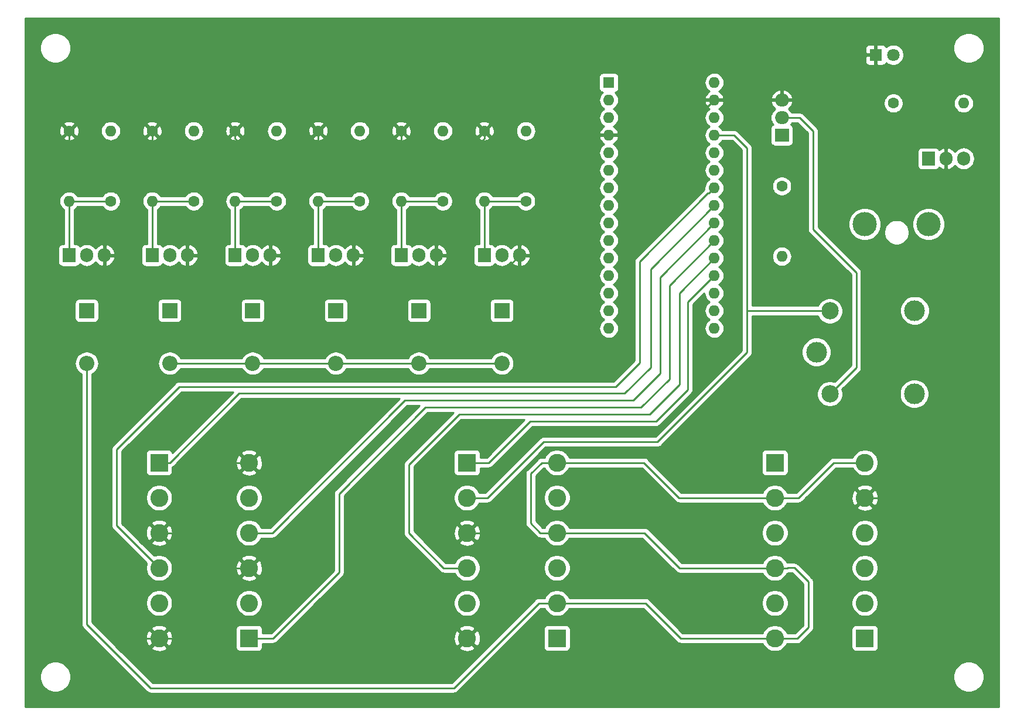
<source format=gbl>
G04 #@! TF.GenerationSoftware,KiCad,Pcbnew,5.1.4*
G04 #@! TF.CreationDate,2019-11-04T19:43:57+01:00*
G04 #@! TF.ProjectId,arduino-farm,61726475-696e-46f2-9d66-61726d2e6b69,rev?*
G04 #@! TF.SameCoordinates,Original*
G04 #@! TF.FileFunction,Copper,L2,Bot*
G04 #@! TF.FilePolarity,Positive*
%FSLAX46Y46*%
G04 Gerber Fmt 4.6, Leading zero omitted, Abs format (unit mm)*
G04 Created by KiCad (PCBNEW 5.1.4) date 2019-11-04 19:43:57*
%MOMM*%
%LPD*%
G04 APERTURE LIST*
%ADD10C,3.500000*%
%ADD11R,1.600000X1.600000*%
%ADD12O,1.600000X1.600000*%
%ADD13R,1.800000X1.800000*%
%ADD14C,1.800000*%
%ADD15R,2.200000X2.200000*%
%ADD16O,2.200000X2.200000*%
%ADD17C,2.600000*%
%ADD18R,2.600000X2.600000*%
%ADD19C,2.500000*%
%ADD20C,3.000000*%
%ADD21O,1.905000X2.000000*%
%ADD22R,1.905000X2.000000*%
%ADD23O,2.000000X1.905000*%
%ADD24R,2.000000X1.905000*%
%ADD25C,1.600000*%
%ADD26C,0.250000*%
%ADD27C,0.254000*%
G04 APERTURE END LIST*
D10*
X186200000Y-85500000D03*
X177000000Y-85500000D03*
D11*
X140000000Y-65000000D03*
D12*
X155240000Y-98020000D03*
X140000000Y-67540000D03*
X155240000Y-95480000D03*
X140000000Y-70080000D03*
X155240000Y-92940000D03*
X140000000Y-72620000D03*
X155240000Y-90400000D03*
X140000000Y-75160000D03*
X155240000Y-87860000D03*
X140000000Y-77700000D03*
X155240000Y-85320000D03*
X140000000Y-80240000D03*
X155240000Y-82780000D03*
X140000000Y-82780000D03*
X155240000Y-80240000D03*
X140000000Y-85320000D03*
X155240000Y-77700000D03*
X140000000Y-87860000D03*
X155240000Y-75160000D03*
X140000000Y-90400000D03*
X155240000Y-72620000D03*
X140000000Y-92940000D03*
X155240000Y-70080000D03*
X140000000Y-95480000D03*
X155240000Y-67540000D03*
X140000000Y-98020000D03*
X155240000Y-65000000D03*
X140000000Y-100560000D03*
X155240000Y-100560000D03*
D13*
X178580000Y-61000000D03*
D14*
X181120000Y-61000000D03*
D15*
X88540000Y-98000000D03*
D16*
X88540000Y-105620000D03*
X76540000Y-105620000D03*
D15*
X76540000Y-98000000D03*
D16*
X64540000Y-105620000D03*
D15*
X64540000Y-98000000D03*
D16*
X100540000Y-105620000D03*
D15*
X100540000Y-98000000D03*
X112550000Y-98000000D03*
D16*
X112550000Y-105620000D03*
D15*
X124540000Y-98000000D03*
D16*
X124540000Y-105620000D03*
D17*
X75000000Y-145400000D03*
X75000000Y-140320000D03*
X75000000Y-135240000D03*
X75000000Y-130160000D03*
X75000000Y-125080000D03*
D18*
X75000000Y-120000000D03*
X88000000Y-145400000D03*
D17*
X88000000Y-140320000D03*
X88000000Y-135240000D03*
X88000000Y-130160000D03*
X88000000Y-125080000D03*
X88000000Y-120000000D03*
X119500000Y-145400000D03*
X119500000Y-140320000D03*
X119500000Y-135240000D03*
X119500000Y-130160000D03*
X119500000Y-125080000D03*
D18*
X119500000Y-120000000D03*
X132500000Y-145400000D03*
D17*
X132500000Y-140320000D03*
X132500000Y-135240000D03*
X132500000Y-130160000D03*
X132500000Y-125080000D03*
X132500000Y-120000000D03*
X164000000Y-145400000D03*
X164000000Y-140320000D03*
X164000000Y-135240000D03*
X164000000Y-130160000D03*
X164000000Y-125080000D03*
D18*
X164000000Y-120000000D03*
X177000000Y-145400000D03*
D17*
X177000000Y-140320000D03*
X177000000Y-135240000D03*
X177000000Y-130160000D03*
X177000000Y-125080000D03*
X177000000Y-120000000D03*
D19*
X171950000Y-110050000D03*
D20*
X184150000Y-110050000D03*
X184200000Y-98000000D03*
D19*
X171950000Y-98050000D03*
D20*
X170000000Y-104000000D03*
D21*
X91080000Y-90000000D03*
X88540000Y-90000000D03*
D22*
X86000000Y-90000000D03*
D21*
X79080000Y-90000000D03*
X76540000Y-90000000D03*
D22*
X74000000Y-90000000D03*
X62000000Y-90000000D03*
D21*
X64540000Y-90000000D03*
X67080000Y-90000000D03*
D23*
X165000000Y-67540000D03*
X165000000Y-70080000D03*
D24*
X165000000Y-72620000D03*
D22*
X98000000Y-90000000D03*
D21*
X100540000Y-90000000D03*
X103080000Y-90000000D03*
D22*
X110000000Y-90000000D03*
D21*
X112540000Y-90000000D03*
X115080000Y-90000000D03*
D22*
X122000000Y-90000000D03*
D21*
X124540000Y-90000000D03*
X127080000Y-90000000D03*
D12*
X191280000Y-68000000D03*
D25*
X181120000Y-68000000D03*
X92000000Y-82160000D03*
D12*
X92000000Y-72000000D03*
X80000000Y-72000000D03*
D25*
X80000000Y-82160000D03*
X68000000Y-82160000D03*
D12*
X68000000Y-72000000D03*
X86000000Y-82160000D03*
D25*
X86000000Y-72000000D03*
X74000000Y-72000000D03*
D12*
X74000000Y-82160000D03*
X62000000Y-82160000D03*
D25*
X62000000Y-72000000D03*
X165000000Y-80000000D03*
D12*
X165000000Y-90160000D03*
D25*
X104000000Y-82160000D03*
D12*
X104000000Y-72000000D03*
D25*
X116000000Y-82160000D03*
D12*
X116000000Y-72000000D03*
X128000000Y-72000000D03*
D25*
X128000000Y-82160000D03*
D12*
X98000000Y-82160000D03*
D25*
X98000000Y-72000000D03*
D12*
X110000000Y-82160000D03*
D25*
X110000000Y-72000000D03*
X122000000Y-72000000D03*
D12*
X122000000Y-82160000D03*
D22*
X186200000Y-76000000D03*
D21*
X188740000Y-76000000D03*
X191280000Y-76000000D03*
D26*
X122650000Y-120000000D02*
X119500000Y-120000000D01*
X128650000Y-114000000D02*
X122650000Y-120000000D01*
X146850000Y-114000000D02*
X128650000Y-114000000D01*
X151400000Y-109450000D02*
X146850000Y-114000000D01*
X155240000Y-92940000D02*
X151400000Y-96780000D01*
X151400000Y-96780000D02*
X151400000Y-109450000D01*
X61200000Y-77400000D02*
X57350000Y-81250000D01*
X57350000Y-81250000D02*
X57350000Y-90950000D01*
X57350000Y-90950000D02*
X60700000Y-94300000D01*
X127080000Y-90047500D02*
X127080000Y-90000000D01*
X122827500Y-94300000D02*
X127080000Y-90047500D01*
X86161523Y-120000000D02*
X80900000Y-125261523D01*
X88000000Y-120000000D02*
X86161523Y-120000000D01*
X80900000Y-146950000D02*
X84400000Y-150450000D01*
X114450000Y-150450000D02*
X119500000Y-145400000D01*
X84400000Y-150450000D02*
X114450000Y-150450000D01*
X80750000Y-145400000D02*
X80900000Y-145550000D01*
X75000000Y-145400000D02*
X80750000Y-145400000D01*
X80900000Y-145550000D02*
X80900000Y-146950000D01*
X77128477Y-130450000D02*
X80900000Y-130450000D01*
X76838477Y-130160000D02*
X77128477Y-130450000D01*
X75000000Y-130160000D02*
X76838477Y-130160000D01*
X80900000Y-125261523D02*
X80900000Y-130450000D01*
X81240000Y-135240000D02*
X80900000Y-134900000D01*
X88000000Y-135240000D02*
X81240000Y-135240000D01*
X80900000Y-130450000D02*
X80900000Y-134900000D01*
X80900000Y-134900000D02*
X80900000Y-145550000D01*
X121338477Y-130160000D02*
X124150000Y-132971523D01*
X119500000Y-130160000D02*
X121338477Y-130160000D01*
X124150000Y-140750000D02*
X119500000Y-145400000D01*
X124150000Y-132971523D02*
X124150000Y-140750000D01*
X66950000Y-91380000D02*
X66950000Y-94300000D01*
X67080000Y-91250000D02*
X66950000Y-91380000D01*
X67080000Y-90000000D02*
X67080000Y-91250000D01*
X60700000Y-94300000D02*
X66950000Y-94300000D01*
X79080000Y-94280000D02*
X79100000Y-94300000D01*
X79080000Y-90000000D02*
X79080000Y-94280000D01*
X91100000Y-91270000D02*
X91100000Y-94300000D01*
X91080000Y-91250000D02*
X91100000Y-91270000D01*
X91080000Y-90000000D02*
X91080000Y-91250000D01*
X79100000Y-94300000D02*
X91100000Y-94300000D01*
X103250000Y-91420000D02*
X103250000Y-94300000D01*
X103080000Y-91250000D02*
X103250000Y-91420000D01*
X103080000Y-90000000D02*
X103080000Y-91250000D01*
X91100000Y-94300000D02*
X103250000Y-94300000D01*
X115150000Y-91320000D02*
X115150000Y-94300000D01*
X115080000Y-91250000D02*
X115150000Y-91320000D01*
X115080000Y-90000000D02*
X115080000Y-91250000D01*
X103250000Y-94300000D02*
X115150000Y-94300000D01*
X115150000Y-94300000D02*
X122827500Y-94300000D01*
X150160000Y-72620000D02*
X155240000Y-67540000D01*
X140000000Y-72620000D02*
X150160000Y-72620000D01*
X62000000Y-73131370D02*
X62000000Y-77400000D01*
X62000000Y-72000000D02*
X62000000Y-73131370D01*
X62000000Y-77400000D02*
X61200000Y-77400000D01*
X74000000Y-72000000D02*
X74000000Y-77400000D01*
X74000000Y-77400000D02*
X62000000Y-77400000D01*
X86100000Y-73231370D02*
X86100000Y-77400000D01*
X86000000Y-73131370D02*
X86100000Y-73231370D01*
X86000000Y-72000000D02*
X86000000Y-73131370D01*
X86100000Y-77400000D02*
X74000000Y-77400000D01*
X97950000Y-73181370D02*
X97950000Y-77400000D01*
X98000000Y-73131370D02*
X97950000Y-73181370D01*
X98000000Y-72000000D02*
X98000000Y-73131370D01*
X97950000Y-77400000D02*
X86100000Y-77400000D01*
X110000000Y-72000000D02*
X110000000Y-77400000D01*
X110000000Y-77400000D02*
X97950000Y-77400000D01*
X121900000Y-73231370D02*
X121900000Y-77400000D01*
X122000000Y-73131370D02*
X121900000Y-73231370D01*
X122000000Y-72000000D02*
X122000000Y-73131370D01*
X121900000Y-77400000D02*
X110000000Y-77400000D01*
X67550000Y-139788477D02*
X67550000Y-94300000D01*
X73161523Y-145400000D02*
X67550000Y-139788477D01*
X75000000Y-145400000D02*
X73161523Y-145400000D01*
X66950000Y-94300000D02*
X67550000Y-94300000D01*
X67550000Y-94300000D02*
X79100000Y-94300000D01*
X132900000Y-77400000D02*
X121900000Y-77400000D01*
X137700000Y-72600000D02*
X132900000Y-77400000D01*
X140000000Y-72620000D02*
X139980000Y-72600000D01*
X139980000Y-72600000D02*
X137700000Y-72600000D01*
X189775000Y-117400000D02*
X189775000Y-91750000D01*
X177000000Y-125080000D02*
X182095000Y-125080000D01*
X182095000Y-125080000D02*
X189775000Y-117400000D01*
X116140000Y-135240000D02*
X119500000Y-135240000D01*
X111100000Y-130200000D02*
X116140000Y-135240000D01*
X150200000Y-95440000D02*
X150200000Y-108700000D01*
X155240000Y-90400000D02*
X150200000Y-95440000D01*
X150200000Y-108700000D02*
X145900000Y-113000000D01*
X145900000Y-113000000D02*
X118350000Y-113000000D01*
X118350000Y-113000000D02*
X111100000Y-120250000D01*
X111100000Y-120250000D02*
X111100000Y-130200000D01*
X101000000Y-135900000D02*
X91500000Y-145400000D01*
X148750000Y-94350000D02*
X148750000Y-107900000D01*
X155240000Y-87860000D02*
X148750000Y-94350000D01*
X148750000Y-107900000D02*
X144650000Y-112000000D01*
X91500000Y-145400000D02*
X88950000Y-145400000D01*
X144650000Y-112000000D02*
X113500000Y-112000000D01*
X113500000Y-112000000D02*
X101000000Y-124500000D01*
X101000000Y-124500000D02*
X101000000Y-135900000D01*
X91390000Y-130160000D02*
X88000000Y-130160000D01*
X110550000Y-111000000D02*
X91390000Y-130160000D01*
X143500000Y-111000000D02*
X110550000Y-111000000D01*
X147400000Y-107100000D02*
X143500000Y-111000000D01*
X155240000Y-85320000D02*
X147400000Y-93160000D01*
X147400000Y-93160000D02*
X147400000Y-107100000D01*
X76550000Y-120000000D02*
X75000000Y-120000000D01*
X86550000Y-110000000D02*
X76550000Y-120000000D01*
X142300000Y-110000000D02*
X86550000Y-110000000D01*
X146050000Y-106250000D02*
X142300000Y-110000000D01*
X155240000Y-82780000D02*
X146050000Y-91970000D01*
X146050000Y-91970000D02*
X146050000Y-106250000D01*
X68850000Y-118050000D02*
X68850000Y-129090000D01*
X154440001Y-81039999D02*
X154310001Y-81039999D01*
X68850000Y-129090000D02*
X75000000Y-135240000D01*
X77900000Y-109000000D02*
X68850000Y-118050000D01*
X155240000Y-80240000D02*
X154440001Y-81039999D01*
X154310001Y-81039999D02*
X144450000Y-90900000D01*
X144450000Y-90900000D02*
X144450000Y-105550000D01*
X144450000Y-105550000D02*
X141000000Y-109000000D01*
X141000000Y-109000000D02*
X77900000Y-109000000D01*
X122470000Y-125080000D02*
X130550000Y-117000000D01*
X119500000Y-125080000D02*
X122470000Y-125080000D01*
X130550000Y-117000000D02*
X147025000Y-117000000D01*
X147025000Y-117000000D02*
X159952500Y-104072500D01*
X159955000Y-94050000D02*
X159952500Y-94047500D01*
X159955000Y-98050000D02*
X159952500Y-98047500D01*
X171950000Y-98050000D02*
X159955000Y-98050000D01*
X159952500Y-104072500D02*
X159952500Y-98047500D01*
X159952500Y-98047500D02*
X159952500Y-94047500D01*
X159952500Y-74452500D02*
X159952500Y-94047500D01*
X155240000Y-72620000D02*
X158120000Y-72620000D01*
X158120000Y-72620000D02*
X159952500Y-74452500D01*
X124540000Y-105620000D02*
X112550000Y-105620000D01*
X112550000Y-105620000D02*
X100540000Y-105620000D01*
X100540000Y-105620000D02*
X88540000Y-105620000D01*
X86984366Y-105620000D02*
X76540000Y-105620000D01*
X88540000Y-105620000D02*
X86984366Y-105620000D01*
X130110000Y-130160000D02*
X132500000Y-130160000D01*
X128700000Y-128750000D02*
X130110000Y-130160000D01*
X128700000Y-121600000D02*
X128700000Y-128750000D01*
X132500000Y-120000000D02*
X130300000Y-120000000D01*
X130300000Y-120000000D02*
X128700000Y-121600000D01*
X145100000Y-120000000D02*
X132500000Y-120000000D01*
X164000000Y-125080000D02*
X150180000Y-125080000D01*
X150180000Y-125080000D02*
X145100000Y-120000000D01*
X150240000Y-135240000D02*
X164000000Y-135240000D01*
X132500000Y-130160000D02*
X145160000Y-130160000D01*
X145160000Y-130160000D02*
X150240000Y-135240000D01*
X145270000Y-140320000D02*
X132500000Y-140320000D01*
X164000000Y-145400000D02*
X150350000Y-145400000D01*
X150350000Y-145400000D02*
X145270000Y-140320000D01*
X64540000Y-143390000D02*
X64540000Y-105620000D01*
X73750000Y-152600000D02*
X64540000Y-143390000D01*
X117600000Y-152600000D02*
X73750000Y-152600000D01*
X132500000Y-140320000D02*
X129880000Y-140320000D01*
X129880000Y-140320000D02*
X117600000Y-152600000D01*
X165838477Y-145400000D02*
X164000000Y-145400000D01*
X165888477Y-145450000D02*
X165838477Y-145400000D01*
X167250000Y-145450000D02*
X165888477Y-145450000D01*
X165838477Y-135240000D02*
X165858477Y-135220000D01*
X165858477Y-135220000D02*
X166820000Y-135220000D01*
X164000000Y-135240000D02*
X165838477Y-135240000D01*
X166820000Y-135220000D02*
X168850000Y-137250000D01*
X168850000Y-137250000D02*
X168850000Y-143850000D01*
X168850000Y-143850000D02*
X167250000Y-145450000D01*
X172500000Y-120000000D02*
X177000000Y-120000000D01*
X164000000Y-125080000D02*
X167420000Y-125080000D01*
X167420000Y-125080000D02*
X172500000Y-120000000D01*
X167580000Y-70080000D02*
X165000000Y-70080000D01*
X175750000Y-106250000D02*
X175750000Y-92500000D01*
X171950000Y-110050000D02*
X175750000Y-106250000D01*
X175750000Y-92500000D02*
X169500000Y-86250000D01*
X169500000Y-86250000D02*
X169500000Y-72000000D01*
X169500000Y-72000000D02*
X167580000Y-70080000D01*
X86000000Y-90000000D02*
X86000000Y-82160000D01*
X87131370Y-82160000D02*
X92000000Y-82160000D01*
X86000000Y-82160000D02*
X87131370Y-82160000D01*
X78868630Y-82160000D02*
X74000000Y-82160000D01*
X80000000Y-82160000D02*
X78868630Y-82160000D01*
X74000000Y-83291370D02*
X74000000Y-90000000D01*
X74000000Y-82160000D02*
X74000000Y-83291370D01*
X66868630Y-82160000D02*
X62000000Y-82160000D01*
X68000000Y-82160000D02*
X66868630Y-82160000D01*
X62000000Y-82160000D02*
X62000000Y-90000000D01*
X98000000Y-83291370D02*
X98000000Y-90000000D01*
X98000000Y-82160000D02*
X98000000Y-83291370D01*
X104000000Y-82160000D02*
X98000000Y-82160000D01*
X110000000Y-83291370D02*
X110000000Y-90000000D01*
X110000000Y-82160000D02*
X110000000Y-83291370D01*
X111131370Y-82160000D02*
X116000000Y-82160000D01*
X110000000Y-82160000D02*
X111131370Y-82160000D01*
X122000000Y-88750000D02*
X122000000Y-82160000D01*
X122000000Y-90000000D02*
X122000000Y-88750000D01*
X123131370Y-82160000D02*
X128000000Y-82160000D01*
X122000000Y-82160000D02*
X123131370Y-82160000D01*
D27*
G36*
X196340001Y-155340000D02*
G01*
X55660000Y-155340000D01*
X55660000Y-150779872D01*
X57765000Y-150779872D01*
X57765000Y-151220128D01*
X57850890Y-151651925D01*
X58019369Y-152058669D01*
X58263962Y-152424729D01*
X58575271Y-152736038D01*
X58941331Y-152980631D01*
X59348075Y-153149110D01*
X59779872Y-153235000D01*
X60220128Y-153235000D01*
X60651925Y-153149110D01*
X61058669Y-152980631D01*
X61424729Y-152736038D01*
X61736038Y-152424729D01*
X61980631Y-152058669D01*
X62149110Y-151651925D01*
X62235000Y-151220128D01*
X62235000Y-150779872D01*
X62149110Y-150348075D01*
X61980631Y-149941331D01*
X61736038Y-149575271D01*
X61424729Y-149263962D01*
X61058669Y-149019369D01*
X60651925Y-148850890D01*
X60220128Y-148765000D01*
X59779872Y-148765000D01*
X59348075Y-148850890D01*
X58941331Y-149019369D01*
X58575271Y-149263962D01*
X58263962Y-149575271D01*
X58019369Y-149941331D01*
X57850890Y-150348075D01*
X57765000Y-150779872D01*
X55660000Y-150779872D01*
X55660000Y-105620000D01*
X62796606Y-105620000D01*
X62830105Y-105960119D01*
X62929314Y-106287168D01*
X63090421Y-106588578D01*
X63307234Y-106852766D01*
X63571422Y-107069579D01*
X63780001Y-107181067D01*
X63780000Y-143352678D01*
X63776324Y-143390000D01*
X63780000Y-143427322D01*
X63780000Y-143427332D01*
X63790997Y-143538985D01*
X63816685Y-143623667D01*
X63834454Y-143682246D01*
X63905026Y-143814276D01*
X63934344Y-143850000D01*
X63999999Y-143930001D01*
X64029003Y-143953804D01*
X73186201Y-153111003D01*
X73209999Y-153140001D01*
X73238997Y-153163799D01*
X73325723Y-153234974D01*
X73457753Y-153305546D01*
X73601014Y-153349003D01*
X73712667Y-153360000D01*
X73712677Y-153360000D01*
X73750000Y-153363676D01*
X73787323Y-153360000D01*
X117562678Y-153360000D01*
X117600000Y-153363676D01*
X117637322Y-153360000D01*
X117637333Y-153360000D01*
X117748986Y-153349003D01*
X117892247Y-153305546D01*
X118024276Y-153234974D01*
X118140001Y-153140001D01*
X118163804Y-153110997D01*
X120494929Y-150779872D01*
X189765000Y-150779872D01*
X189765000Y-151220128D01*
X189850890Y-151651925D01*
X190019369Y-152058669D01*
X190263962Y-152424729D01*
X190575271Y-152736038D01*
X190941331Y-152980631D01*
X191348075Y-153149110D01*
X191779872Y-153235000D01*
X192220128Y-153235000D01*
X192651925Y-153149110D01*
X193058669Y-152980631D01*
X193424729Y-152736038D01*
X193736038Y-152424729D01*
X193980631Y-152058669D01*
X194149110Y-151651925D01*
X194235000Y-151220128D01*
X194235000Y-150779872D01*
X194149110Y-150348075D01*
X193980631Y-149941331D01*
X193736038Y-149575271D01*
X193424729Y-149263962D01*
X193058669Y-149019369D01*
X192651925Y-148850890D01*
X192220128Y-148765000D01*
X191779872Y-148765000D01*
X191348075Y-148850890D01*
X190941331Y-149019369D01*
X190575271Y-149263962D01*
X190263962Y-149575271D01*
X190019369Y-149941331D01*
X189850890Y-150348075D01*
X189765000Y-150779872D01*
X120494929Y-150779872D01*
X127174801Y-144100000D01*
X130561928Y-144100000D01*
X130561928Y-146700000D01*
X130574188Y-146824482D01*
X130610498Y-146944180D01*
X130669463Y-147054494D01*
X130748815Y-147151185D01*
X130845506Y-147230537D01*
X130955820Y-147289502D01*
X131075518Y-147325812D01*
X131200000Y-147338072D01*
X133800000Y-147338072D01*
X133924482Y-147325812D01*
X134044180Y-147289502D01*
X134154494Y-147230537D01*
X134251185Y-147151185D01*
X134330537Y-147054494D01*
X134389502Y-146944180D01*
X134425812Y-146824482D01*
X134438072Y-146700000D01*
X134438072Y-144100000D01*
X134425812Y-143975518D01*
X134389502Y-143855820D01*
X134330537Y-143745506D01*
X134251185Y-143648815D01*
X134154494Y-143569463D01*
X134044180Y-143510498D01*
X133924482Y-143474188D01*
X133800000Y-143461928D01*
X131200000Y-143461928D01*
X131075518Y-143474188D01*
X130955820Y-143510498D01*
X130845506Y-143569463D01*
X130748815Y-143648815D01*
X130669463Y-143745506D01*
X130610498Y-143855820D01*
X130574188Y-143975518D01*
X130561928Y-144100000D01*
X127174801Y-144100000D01*
X130194802Y-141080000D01*
X130720373Y-141080000D01*
X130785225Y-141236566D01*
X130996987Y-141553491D01*
X131266509Y-141823013D01*
X131583434Y-142034775D01*
X131935581Y-142180639D01*
X132309419Y-142255000D01*
X132690581Y-142255000D01*
X133064419Y-142180639D01*
X133416566Y-142034775D01*
X133733491Y-141823013D01*
X134003013Y-141553491D01*
X134214775Y-141236566D01*
X134279627Y-141080000D01*
X144955199Y-141080000D01*
X149786200Y-145911002D01*
X149809999Y-145940001D01*
X149838997Y-145963799D01*
X149925723Y-146034974D01*
X150057753Y-146105546D01*
X150201014Y-146149003D01*
X150312667Y-146160000D01*
X150312677Y-146160000D01*
X150350000Y-146163676D01*
X150387323Y-146160000D01*
X162220373Y-146160000D01*
X162285225Y-146316566D01*
X162496987Y-146633491D01*
X162766509Y-146903013D01*
X163083434Y-147114775D01*
X163435581Y-147260639D01*
X163809419Y-147335000D01*
X164190581Y-147335000D01*
X164564419Y-147260639D01*
X164916566Y-147114775D01*
X165233491Y-146903013D01*
X165503013Y-146633491D01*
X165714775Y-146316566D01*
X165762531Y-146201272D01*
X165851144Y-146210000D01*
X165851152Y-146210000D01*
X165888477Y-146213676D01*
X165925802Y-146210000D01*
X167212678Y-146210000D01*
X167250000Y-146213676D01*
X167287322Y-146210000D01*
X167287333Y-146210000D01*
X167398986Y-146199003D01*
X167542247Y-146155546D01*
X167674276Y-146084974D01*
X167790001Y-145990001D01*
X167813804Y-145960997D01*
X169361003Y-144413799D01*
X169390001Y-144390001D01*
X169484974Y-144274276D01*
X169555546Y-144142247D01*
X169568361Y-144100000D01*
X175061928Y-144100000D01*
X175061928Y-146700000D01*
X175074188Y-146824482D01*
X175110498Y-146944180D01*
X175169463Y-147054494D01*
X175248815Y-147151185D01*
X175345506Y-147230537D01*
X175455820Y-147289502D01*
X175575518Y-147325812D01*
X175700000Y-147338072D01*
X178300000Y-147338072D01*
X178424482Y-147325812D01*
X178544180Y-147289502D01*
X178654494Y-147230537D01*
X178751185Y-147151185D01*
X178830537Y-147054494D01*
X178889502Y-146944180D01*
X178925812Y-146824482D01*
X178938072Y-146700000D01*
X178938072Y-144100000D01*
X178925812Y-143975518D01*
X178889502Y-143855820D01*
X178830537Y-143745506D01*
X178751185Y-143648815D01*
X178654494Y-143569463D01*
X178544180Y-143510498D01*
X178424482Y-143474188D01*
X178300000Y-143461928D01*
X175700000Y-143461928D01*
X175575518Y-143474188D01*
X175455820Y-143510498D01*
X175345506Y-143569463D01*
X175248815Y-143648815D01*
X175169463Y-143745506D01*
X175110498Y-143855820D01*
X175074188Y-143975518D01*
X175061928Y-144100000D01*
X169568361Y-144100000D01*
X169599003Y-143998986D01*
X169610000Y-143887333D01*
X169610000Y-143887325D01*
X169613676Y-143850000D01*
X169610000Y-143812675D01*
X169610000Y-140129419D01*
X175065000Y-140129419D01*
X175065000Y-140510581D01*
X175139361Y-140884419D01*
X175285225Y-141236566D01*
X175496987Y-141553491D01*
X175766509Y-141823013D01*
X176083434Y-142034775D01*
X176435581Y-142180639D01*
X176809419Y-142255000D01*
X177190581Y-142255000D01*
X177564419Y-142180639D01*
X177916566Y-142034775D01*
X178233491Y-141823013D01*
X178503013Y-141553491D01*
X178714775Y-141236566D01*
X178860639Y-140884419D01*
X178935000Y-140510581D01*
X178935000Y-140129419D01*
X178860639Y-139755581D01*
X178714775Y-139403434D01*
X178503013Y-139086509D01*
X178233491Y-138816987D01*
X177916566Y-138605225D01*
X177564419Y-138459361D01*
X177190581Y-138385000D01*
X176809419Y-138385000D01*
X176435581Y-138459361D01*
X176083434Y-138605225D01*
X175766509Y-138816987D01*
X175496987Y-139086509D01*
X175285225Y-139403434D01*
X175139361Y-139755581D01*
X175065000Y-140129419D01*
X169610000Y-140129419D01*
X169610000Y-137287333D01*
X169613677Y-137250000D01*
X169599003Y-137101014D01*
X169555546Y-136957753D01*
X169484974Y-136825724D01*
X169413799Y-136738997D01*
X169390001Y-136709999D01*
X169361004Y-136686202D01*
X167724221Y-135049419D01*
X175065000Y-135049419D01*
X175065000Y-135430581D01*
X175139361Y-135804419D01*
X175285225Y-136156566D01*
X175496987Y-136473491D01*
X175766509Y-136743013D01*
X176083434Y-136954775D01*
X176435581Y-137100639D01*
X176809419Y-137175000D01*
X177190581Y-137175000D01*
X177564419Y-137100639D01*
X177916566Y-136954775D01*
X178233491Y-136743013D01*
X178503013Y-136473491D01*
X178714775Y-136156566D01*
X178860639Y-135804419D01*
X178935000Y-135430581D01*
X178935000Y-135049419D01*
X178860639Y-134675581D01*
X178714775Y-134323434D01*
X178503013Y-134006509D01*
X178233491Y-133736987D01*
X177916566Y-133525225D01*
X177564419Y-133379361D01*
X177190581Y-133305000D01*
X176809419Y-133305000D01*
X176435581Y-133379361D01*
X176083434Y-133525225D01*
X175766509Y-133736987D01*
X175496987Y-134006509D01*
X175285225Y-134323434D01*
X175139361Y-134675581D01*
X175065000Y-135049419D01*
X167724221Y-135049419D01*
X167383804Y-134709003D01*
X167360001Y-134679999D01*
X167244276Y-134585026D01*
X167112247Y-134514454D01*
X166968986Y-134470997D01*
X166857333Y-134460000D01*
X166857322Y-134460000D01*
X166820000Y-134456324D01*
X166782678Y-134460000D01*
X165895799Y-134460000D01*
X165858476Y-134456324D01*
X165821154Y-134460000D01*
X165821144Y-134460000D01*
X165773295Y-134464713D01*
X165714775Y-134323434D01*
X165503013Y-134006509D01*
X165233491Y-133736987D01*
X164916566Y-133525225D01*
X164564419Y-133379361D01*
X164190581Y-133305000D01*
X163809419Y-133305000D01*
X163435581Y-133379361D01*
X163083434Y-133525225D01*
X162766509Y-133736987D01*
X162496987Y-134006509D01*
X162285225Y-134323434D01*
X162220373Y-134480000D01*
X150554802Y-134480000D01*
X146044221Y-129969419D01*
X162065000Y-129969419D01*
X162065000Y-130350581D01*
X162139361Y-130724419D01*
X162285225Y-131076566D01*
X162496987Y-131393491D01*
X162766509Y-131663013D01*
X163083434Y-131874775D01*
X163435581Y-132020639D01*
X163809419Y-132095000D01*
X164190581Y-132095000D01*
X164564419Y-132020639D01*
X164916566Y-131874775D01*
X165233491Y-131663013D01*
X165503013Y-131393491D01*
X165714775Y-131076566D01*
X165860639Y-130724419D01*
X165935000Y-130350581D01*
X165935000Y-129969419D01*
X175065000Y-129969419D01*
X175065000Y-130350581D01*
X175139361Y-130724419D01*
X175285225Y-131076566D01*
X175496987Y-131393491D01*
X175766509Y-131663013D01*
X176083434Y-131874775D01*
X176435581Y-132020639D01*
X176809419Y-132095000D01*
X177190581Y-132095000D01*
X177564419Y-132020639D01*
X177916566Y-131874775D01*
X178233491Y-131663013D01*
X178503013Y-131393491D01*
X178714775Y-131076566D01*
X178860639Y-130724419D01*
X178935000Y-130350581D01*
X178935000Y-129969419D01*
X178860639Y-129595581D01*
X178714775Y-129243434D01*
X178503013Y-128926509D01*
X178233491Y-128656987D01*
X177916566Y-128445225D01*
X177564419Y-128299361D01*
X177190581Y-128225000D01*
X176809419Y-128225000D01*
X176435581Y-128299361D01*
X176083434Y-128445225D01*
X175766509Y-128656987D01*
X175496987Y-128926509D01*
X175285225Y-129243434D01*
X175139361Y-129595581D01*
X175065000Y-129969419D01*
X165935000Y-129969419D01*
X165860639Y-129595581D01*
X165714775Y-129243434D01*
X165503013Y-128926509D01*
X165233491Y-128656987D01*
X164916566Y-128445225D01*
X164564419Y-128299361D01*
X164190581Y-128225000D01*
X163809419Y-128225000D01*
X163435581Y-128299361D01*
X163083434Y-128445225D01*
X162766509Y-128656987D01*
X162496987Y-128926509D01*
X162285225Y-129243434D01*
X162139361Y-129595581D01*
X162065000Y-129969419D01*
X146044221Y-129969419D01*
X145723804Y-129649003D01*
X145700001Y-129619999D01*
X145584276Y-129525026D01*
X145452247Y-129454454D01*
X145308986Y-129410997D01*
X145197333Y-129400000D01*
X145197322Y-129400000D01*
X145160000Y-129396324D01*
X145122678Y-129400000D01*
X134279627Y-129400000D01*
X134214775Y-129243434D01*
X134003013Y-128926509D01*
X133733491Y-128656987D01*
X133416566Y-128445225D01*
X133064419Y-128299361D01*
X132690581Y-128225000D01*
X132309419Y-128225000D01*
X131935581Y-128299361D01*
X131583434Y-128445225D01*
X131266509Y-128656987D01*
X130996987Y-128926509D01*
X130785225Y-129243434D01*
X130720373Y-129400000D01*
X130424802Y-129400000D01*
X129460000Y-128435199D01*
X129460000Y-124889419D01*
X130565000Y-124889419D01*
X130565000Y-125270581D01*
X130639361Y-125644419D01*
X130785225Y-125996566D01*
X130996987Y-126313491D01*
X131266509Y-126583013D01*
X131583434Y-126794775D01*
X131935581Y-126940639D01*
X132309419Y-127015000D01*
X132690581Y-127015000D01*
X133064419Y-126940639D01*
X133416566Y-126794775D01*
X133733491Y-126583013D01*
X134003013Y-126313491D01*
X134214775Y-125996566D01*
X134360639Y-125644419D01*
X134435000Y-125270581D01*
X134435000Y-124889419D01*
X134360639Y-124515581D01*
X134214775Y-124163434D01*
X134003013Y-123846509D01*
X133733491Y-123576987D01*
X133416566Y-123365225D01*
X133064419Y-123219361D01*
X132690581Y-123145000D01*
X132309419Y-123145000D01*
X131935581Y-123219361D01*
X131583434Y-123365225D01*
X131266509Y-123576987D01*
X130996987Y-123846509D01*
X130785225Y-124163434D01*
X130639361Y-124515581D01*
X130565000Y-124889419D01*
X129460000Y-124889419D01*
X129460000Y-121914801D01*
X130614802Y-120760000D01*
X130720373Y-120760000D01*
X130785225Y-120916566D01*
X130996987Y-121233491D01*
X131266509Y-121503013D01*
X131583434Y-121714775D01*
X131935581Y-121860639D01*
X132309419Y-121935000D01*
X132690581Y-121935000D01*
X133064419Y-121860639D01*
X133416566Y-121714775D01*
X133733491Y-121503013D01*
X134003013Y-121233491D01*
X134214775Y-120916566D01*
X134279627Y-120760000D01*
X144785199Y-120760000D01*
X149616201Y-125591003D01*
X149639999Y-125620001D01*
X149668997Y-125643799D01*
X149755723Y-125714974D01*
X149887753Y-125785546D01*
X150031014Y-125829003D01*
X150142667Y-125840000D01*
X150142677Y-125840000D01*
X150180000Y-125843676D01*
X150217323Y-125840000D01*
X162220373Y-125840000D01*
X162285225Y-125996566D01*
X162496987Y-126313491D01*
X162766509Y-126583013D01*
X163083434Y-126794775D01*
X163435581Y-126940639D01*
X163809419Y-127015000D01*
X164190581Y-127015000D01*
X164564419Y-126940639D01*
X164916566Y-126794775D01*
X165233491Y-126583013D01*
X165387280Y-126429224D01*
X175830381Y-126429224D01*
X175962317Y-126724312D01*
X176303045Y-126895159D01*
X176670557Y-126996250D01*
X177050729Y-127023701D01*
X177428951Y-126976457D01*
X177790690Y-126856333D01*
X178037683Y-126724312D01*
X178169619Y-126429224D01*
X177000000Y-125259605D01*
X175830381Y-126429224D01*
X165387280Y-126429224D01*
X165503013Y-126313491D01*
X165714775Y-125996566D01*
X165779627Y-125840000D01*
X167382678Y-125840000D01*
X167420000Y-125843676D01*
X167457322Y-125840000D01*
X167457333Y-125840000D01*
X167568986Y-125829003D01*
X167712247Y-125785546D01*
X167844276Y-125714974D01*
X167960001Y-125620001D01*
X167983804Y-125590997D01*
X168444072Y-125130729D01*
X175056299Y-125130729D01*
X175103543Y-125508951D01*
X175223667Y-125870690D01*
X175355688Y-126117683D01*
X175650776Y-126249619D01*
X176820395Y-125080000D01*
X177179605Y-125080000D01*
X178349224Y-126249619D01*
X178644312Y-126117683D01*
X178815159Y-125776955D01*
X178916250Y-125409443D01*
X178943701Y-125029271D01*
X178896457Y-124651049D01*
X178776333Y-124289310D01*
X178644312Y-124042317D01*
X178349224Y-123910381D01*
X177179605Y-125080000D01*
X176820395Y-125080000D01*
X175650776Y-123910381D01*
X175355688Y-124042317D01*
X175184841Y-124383045D01*
X175083750Y-124750557D01*
X175056299Y-125130729D01*
X168444072Y-125130729D01*
X169844025Y-123730776D01*
X175830381Y-123730776D01*
X177000000Y-124900395D01*
X178169619Y-123730776D01*
X178037683Y-123435688D01*
X177696955Y-123264841D01*
X177329443Y-123163750D01*
X176949271Y-123136299D01*
X176571049Y-123183543D01*
X176209310Y-123303667D01*
X175962317Y-123435688D01*
X175830381Y-123730776D01*
X169844025Y-123730776D01*
X172814802Y-120760000D01*
X175220373Y-120760000D01*
X175285225Y-120916566D01*
X175496987Y-121233491D01*
X175766509Y-121503013D01*
X176083434Y-121714775D01*
X176435581Y-121860639D01*
X176809419Y-121935000D01*
X177190581Y-121935000D01*
X177564419Y-121860639D01*
X177916566Y-121714775D01*
X178233491Y-121503013D01*
X178503013Y-121233491D01*
X178714775Y-120916566D01*
X178860639Y-120564419D01*
X178935000Y-120190581D01*
X178935000Y-119809419D01*
X178860639Y-119435581D01*
X178714775Y-119083434D01*
X178503013Y-118766509D01*
X178233491Y-118496987D01*
X177916566Y-118285225D01*
X177564419Y-118139361D01*
X177190581Y-118065000D01*
X176809419Y-118065000D01*
X176435581Y-118139361D01*
X176083434Y-118285225D01*
X175766509Y-118496987D01*
X175496987Y-118766509D01*
X175285225Y-119083434D01*
X175220373Y-119240000D01*
X172537323Y-119240000D01*
X172500000Y-119236324D01*
X172462677Y-119240000D01*
X172462667Y-119240000D01*
X172351014Y-119250997D01*
X172207753Y-119294454D01*
X172075723Y-119365026D01*
X171992083Y-119433668D01*
X171959999Y-119459999D01*
X171936201Y-119488997D01*
X167105199Y-124320000D01*
X165779627Y-124320000D01*
X165714775Y-124163434D01*
X165503013Y-123846509D01*
X165233491Y-123576987D01*
X164916566Y-123365225D01*
X164564419Y-123219361D01*
X164190581Y-123145000D01*
X163809419Y-123145000D01*
X163435581Y-123219361D01*
X163083434Y-123365225D01*
X162766509Y-123576987D01*
X162496987Y-123846509D01*
X162285225Y-124163434D01*
X162220373Y-124320000D01*
X150494802Y-124320000D01*
X145663804Y-119489003D01*
X145640001Y-119459999D01*
X145524276Y-119365026D01*
X145392247Y-119294454D01*
X145248986Y-119250997D01*
X145137333Y-119240000D01*
X145137322Y-119240000D01*
X145100000Y-119236324D01*
X145062678Y-119240000D01*
X134279627Y-119240000D01*
X134214775Y-119083434D01*
X134003013Y-118766509D01*
X133936504Y-118700000D01*
X162061928Y-118700000D01*
X162061928Y-121300000D01*
X162074188Y-121424482D01*
X162110498Y-121544180D01*
X162169463Y-121654494D01*
X162248815Y-121751185D01*
X162345506Y-121830537D01*
X162455820Y-121889502D01*
X162575518Y-121925812D01*
X162700000Y-121938072D01*
X165300000Y-121938072D01*
X165424482Y-121925812D01*
X165544180Y-121889502D01*
X165654494Y-121830537D01*
X165751185Y-121751185D01*
X165830537Y-121654494D01*
X165889502Y-121544180D01*
X165925812Y-121424482D01*
X165938072Y-121300000D01*
X165938072Y-118700000D01*
X165925812Y-118575518D01*
X165889502Y-118455820D01*
X165830537Y-118345506D01*
X165751185Y-118248815D01*
X165654494Y-118169463D01*
X165544180Y-118110498D01*
X165424482Y-118074188D01*
X165300000Y-118061928D01*
X162700000Y-118061928D01*
X162575518Y-118074188D01*
X162455820Y-118110498D01*
X162345506Y-118169463D01*
X162248815Y-118248815D01*
X162169463Y-118345506D01*
X162110498Y-118455820D01*
X162074188Y-118575518D01*
X162061928Y-118700000D01*
X133936504Y-118700000D01*
X133733491Y-118496987D01*
X133416566Y-118285225D01*
X133064419Y-118139361D01*
X132690581Y-118065000D01*
X132309419Y-118065000D01*
X131935581Y-118139361D01*
X131583434Y-118285225D01*
X131266509Y-118496987D01*
X130996987Y-118766509D01*
X130785225Y-119083434D01*
X130720373Y-119240000D01*
X130337325Y-119240000D01*
X130300000Y-119236324D01*
X130262675Y-119240000D01*
X130262667Y-119240000D01*
X130151014Y-119250997D01*
X130007753Y-119294454D01*
X129875724Y-119365026D01*
X129759999Y-119459999D01*
X129736201Y-119488997D01*
X128189003Y-121036196D01*
X128159999Y-121059999D01*
X128104871Y-121127174D01*
X128065026Y-121175724D01*
X128034149Y-121233491D01*
X127994454Y-121307754D01*
X127950997Y-121451015D01*
X127940000Y-121562668D01*
X127940000Y-121562678D01*
X127936324Y-121600000D01*
X127940000Y-121637323D01*
X127940001Y-128712668D01*
X127936324Y-128750000D01*
X127950998Y-128898985D01*
X127994454Y-129042246D01*
X128065026Y-129174276D01*
X128118132Y-129238985D01*
X128160000Y-129290001D01*
X128188998Y-129313799D01*
X129546200Y-130671002D01*
X129569999Y-130700001D01*
X129598997Y-130723799D01*
X129685723Y-130794974D01*
X129817753Y-130865546D01*
X129961014Y-130909003D01*
X130072667Y-130920000D01*
X130072676Y-130920000D01*
X130109999Y-130923676D01*
X130147322Y-130920000D01*
X130720373Y-130920000D01*
X130785225Y-131076566D01*
X130996987Y-131393491D01*
X131266509Y-131663013D01*
X131583434Y-131874775D01*
X131935581Y-132020639D01*
X132309419Y-132095000D01*
X132690581Y-132095000D01*
X133064419Y-132020639D01*
X133416566Y-131874775D01*
X133733491Y-131663013D01*
X134003013Y-131393491D01*
X134214775Y-131076566D01*
X134279627Y-130920000D01*
X144845199Y-130920000D01*
X149676201Y-135751003D01*
X149699999Y-135780001D01*
X149728997Y-135803799D01*
X149815723Y-135874974D01*
X149932388Y-135937333D01*
X149947753Y-135945546D01*
X150091014Y-135989003D01*
X150202667Y-136000000D01*
X150202677Y-136000000D01*
X150240000Y-136003676D01*
X150277323Y-136000000D01*
X162220373Y-136000000D01*
X162285225Y-136156566D01*
X162496987Y-136473491D01*
X162766509Y-136743013D01*
X163083434Y-136954775D01*
X163435581Y-137100639D01*
X163809419Y-137175000D01*
X164190581Y-137175000D01*
X164564419Y-137100639D01*
X164916566Y-136954775D01*
X165233491Y-136743013D01*
X165503013Y-136473491D01*
X165714775Y-136156566D01*
X165779627Y-136000000D01*
X165801155Y-136000000D01*
X165838477Y-136003676D01*
X165875799Y-136000000D01*
X165875810Y-136000000D01*
X165987463Y-135989003D01*
X166017142Y-135980000D01*
X166505199Y-135980000D01*
X168090000Y-137564802D01*
X168090001Y-143535197D01*
X166935199Y-144690000D01*
X166116041Y-144690000D01*
X165987463Y-144650997D01*
X165875810Y-144640000D01*
X165875799Y-144640000D01*
X165838477Y-144636324D01*
X165801155Y-144640000D01*
X165779627Y-144640000D01*
X165714775Y-144483434D01*
X165503013Y-144166509D01*
X165233491Y-143896987D01*
X164916566Y-143685225D01*
X164564419Y-143539361D01*
X164190581Y-143465000D01*
X163809419Y-143465000D01*
X163435581Y-143539361D01*
X163083434Y-143685225D01*
X162766509Y-143896987D01*
X162496987Y-144166509D01*
X162285225Y-144483434D01*
X162220373Y-144640000D01*
X150664802Y-144640000D01*
X146154221Y-140129419D01*
X162065000Y-140129419D01*
X162065000Y-140510581D01*
X162139361Y-140884419D01*
X162285225Y-141236566D01*
X162496987Y-141553491D01*
X162766509Y-141823013D01*
X163083434Y-142034775D01*
X163435581Y-142180639D01*
X163809419Y-142255000D01*
X164190581Y-142255000D01*
X164564419Y-142180639D01*
X164916566Y-142034775D01*
X165233491Y-141823013D01*
X165503013Y-141553491D01*
X165714775Y-141236566D01*
X165860639Y-140884419D01*
X165935000Y-140510581D01*
X165935000Y-140129419D01*
X165860639Y-139755581D01*
X165714775Y-139403434D01*
X165503013Y-139086509D01*
X165233491Y-138816987D01*
X164916566Y-138605225D01*
X164564419Y-138459361D01*
X164190581Y-138385000D01*
X163809419Y-138385000D01*
X163435581Y-138459361D01*
X163083434Y-138605225D01*
X162766509Y-138816987D01*
X162496987Y-139086509D01*
X162285225Y-139403434D01*
X162139361Y-139755581D01*
X162065000Y-140129419D01*
X146154221Y-140129419D01*
X145833804Y-139809003D01*
X145810001Y-139779999D01*
X145694276Y-139685026D01*
X145562247Y-139614454D01*
X145418986Y-139570997D01*
X145307333Y-139560000D01*
X145307322Y-139560000D01*
X145270000Y-139556324D01*
X145232678Y-139560000D01*
X134279627Y-139560000D01*
X134214775Y-139403434D01*
X134003013Y-139086509D01*
X133733491Y-138816987D01*
X133416566Y-138605225D01*
X133064419Y-138459361D01*
X132690581Y-138385000D01*
X132309419Y-138385000D01*
X131935581Y-138459361D01*
X131583434Y-138605225D01*
X131266509Y-138816987D01*
X130996987Y-139086509D01*
X130785225Y-139403434D01*
X130720373Y-139560000D01*
X129917333Y-139560000D01*
X129880000Y-139556323D01*
X129842667Y-139560000D01*
X129731014Y-139570997D01*
X129587753Y-139614454D01*
X129455724Y-139685026D01*
X129339999Y-139779999D01*
X129316201Y-139808997D01*
X117285199Y-151840000D01*
X74064802Y-151840000D01*
X68974026Y-146749224D01*
X73830381Y-146749224D01*
X73962317Y-147044312D01*
X74303045Y-147215159D01*
X74670557Y-147316250D01*
X75050729Y-147343701D01*
X75428951Y-147296457D01*
X75790690Y-147176333D01*
X76037683Y-147044312D01*
X76169619Y-146749224D01*
X75000000Y-145579605D01*
X73830381Y-146749224D01*
X68974026Y-146749224D01*
X67675531Y-145450729D01*
X73056299Y-145450729D01*
X73103543Y-145828951D01*
X73223667Y-146190690D01*
X73355688Y-146437683D01*
X73650776Y-146569619D01*
X74820395Y-145400000D01*
X75179605Y-145400000D01*
X76349224Y-146569619D01*
X76644312Y-146437683D01*
X76815159Y-146096955D01*
X76916250Y-145729443D01*
X76943701Y-145349271D01*
X76896457Y-144971049D01*
X76776333Y-144609310D01*
X76644312Y-144362317D01*
X76349224Y-144230381D01*
X75179605Y-145400000D01*
X74820395Y-145400000D01*
X73650776Y-144230381D01*
X73355688Y-144362317D01*
X73184841Y-144703045D01*
X73083750Y-145070557D01*
X73056299Y-145450729D01*
X67675531Y-145450729D01*
X66275578Y-144050776D01*
X73830381Y-144050776D01*
X75000000Y-145220395D01*
X76169619Y-144050776D01*
X76037683Y-143755688D01*
X75696955Y-143584841D01*
X75329443Y-143483750D01*
X74949271Y-143456299D01*
X74571049Y-143503543D01*
X74209310Y-143623667D01*
X73962317Y-143755688D01*
X73830381Y-144050776D01*
X66275578Y-144050776D01*
X65300000Y-143075199D01*
X65300000Y-140129419D01*
X73065000Y-140129419D01*
X73065000Y-140510581D01*
X73139361Y-140884419D01*
X73285225Y-141236566D01*
X73496987Y-141553491D01*
X73766509Y-141823013D01*
X74083434Y-142034775D01*
X74435581Y-142180639D01*
X74809419Y-142255000D01*
X75190581Y-142255000D01*
X75564419Y-142180639D01*
X75916566Y-142034775D01*
X76233491Y-141823013D01*
X76503013Y-141553491D01*
X76714775Y-141236566D01*
X76860639Y-140884419D01*
X76935000Y-140510581D01*
X76935000Y-140129419D01*
X86065000Y-140129419D01*
X86065000Y-140510581D01*
X86139361Y-140884419D01*
X86285225Y-141236566D01*
X86496987Y-141553491D01*
X86766509Y-141823013D01*
X87083434Y-142034775D01*
X87435581Y-142180639D01*
X87809419Y-142255000D01*
X88190581Y-142255000D01*
X88564419Y-142180639D01*
X88916566Y-142034775D01*
X89233491Y-141823013D01*
X89503013Y-141553491D01*
X89714775Y-141236566D01*
X89860639Y-140884419D01*
X89935000Y-140510581D01*
X89935000Y-140129419D01*
X89860639Y-139755581D01*
X89714775Y-139403434D01*
X89503013Y-139086509D01*
X89233491Y-138816987D01*
X88916566Y-138605225D01*
X88564419Y-138459361D01*
X88190581Y-138385000D01*
X87809419Y-138385000D01*
X87435581Y-138459361D01*
X87083434Y-138605225D01*
X86766509Y-138816987D01*
X86496987Y-139086509D01*
X86285225Y-139403434D01*
X86139361Y-139755581D01*
X86065000Y-140129419D01*
X76935000Y-140129419D01*
X76860639Y-139755581D01*
X76714775Y-139403434D01*
X76503013Y-139086509D01*
X76233491Y-138816987D01*
X75916566Y-138605225D01*
X75564419Y-138459361D01*
X75190581Y-138385000D01*
X74809419Y-138385000D01*
X74435581Y-138459361D01*
X74083434Y-138605225D01*
X73766509Y-138816987D01*
X73496987Y-139086509D01*
X73285225Y-139403434D01*
X73139361Y-139755581D01*
X73065000Y-140129419D01*
X65300000Y-140129419D01*
X65300000Y-118050000D01*
X68086324Y-118050000D01*
X68090000Y-118087322D01*
X68090001Y-129052668D01*
X68086324Y-129090000D01*
X68090001Y-129127333D01*
X68100998Y-129238986D01*
X68114180Y-129282442D01*
X68144454Y-129382246D01*
X68215026Y-129514276D01*
X68256676Y-129565026D01*
X68310000Y-129630001D01*
X68338998Y-129653799D01*
X73204213Y-134519015D01*
X73139361Y-134675581D01*
X73065000Y-135049419D01*
X73065000Y-135430581D01*
X73139361Y-135804419D01*
X73285225Y-136156566D01*
X73496987Y-136473491D01*
X73766509Y-136743013D01*
X74083434Y-136954775D01*
X74435581Y-137100639D01*
X74809419Y-137175000D01*
X75190581Y-137175000D01*
X75564419Y-137100639D01*
X75916566Y-136954775D01*
X76233491Y-136743013D01*
X76387280Y-136589224D01*
X86830381Y-136589224D01*
X86962317Y-136884312D01*
X87303045Y-137055159D01*
X87670557Y-137156250D01*
X88050729Y-137183701D01*
X88428951Y-137136457D01*
X88790690Y-137016333D01*
X89037683Y-136884312D01*
X89169619Y-136589224D01*
X88000000Y-135419605D01*
X86830381Y-136589224D01*
X76387280Y-136589224D01*
X76503013Y-136473491D01*
X76714775Y-136156566D01*
X76860639Y-135804419D01*
X76935000Y-135430581D01*
X76935000Y-135290729D01*
X86056299Y-135290729D01*
X86103543Y-135668951D01*
X86223667Y-136030690D01*
X86355688Y-136277683D01*
X86650776Y-136409619D01*
X87820395Y-135240000D01*
X88179605Y-135240000D01*
X89349224Y-136409619D01*
X89644312Y-136277683D01*
X89815159Y-135936955D01*
X89916250Y-135569443D01*
X89943701Y-135189271D01*
X89896457Y-134811049D01*
X89776333Y-134449310D01*
X89644312Y-134202317D01*
X89349224Y-134070381D01*
X88179605Y-135240000D01*
X87820395Y-135240000D01*
X86650776Y-134070381D01*
X86355688Y-134202317D01*
X86184841Y-134543045D01*
X86083750Y-134910557D01*
X86056299Y-135290729D01*
X76935000Y-135290729D01*
X76935000Y-135049419D01*
X76860639Y-134675581D01*
X76714775Y-134323434D01*
X76503013Y-134006509D01*
X76387280Y-133890776D01*
X86830381Y-133890776D01*
X88000000Y-135060395D01*
X89169619Y-133890776D01*
X89037683Y-133595688D01*
X88696955Y-133424841D01*
X88329443Y-133323750D01*
X87949271Y-133296299D01*
X87571049Y-133343543D01*
X87209310Y-133463667D01*
X86962317Y-133595688D01*
X86830381Y-133890776D01*
X76387280Y-133890776D01*
X76233491Y-133736987D01*
X75916566Y-133525225D01*
X75564419Y-133379361D01*
X75190581Y-133305000D01*
X74809419Y-133305000D01*
X74435581Y-133379361D01*
X74279015Y-133444213D01*
X72344026Y-131509224D01*
X73830381Y-131509224D01*
X73962317Y-131804312D01*
X74303045Y-131975159D01*
X74670557Y-132076250D01*
X75050729Y-132103701D01*
X75428951Y-132056457D01*
X75790690Y-131936333D01*
X76037683Y-131804312D01*
X76169619Y-131509224D01*
X75000000Y-130339605D01*
X73830381Y-131509224D01*
X72344026Y-131509224D01*
X71045531Y-130210729D01*
X73056299Y-130210729D01*
X73103543Y-130588951D01*
X73223667Y-130950690D01*
X73355688Y-131197683D01*
X73650776Y-131329619D01*
X74820395Y-130160000D01*
X75179605Y-130160000D01*
X76349224Y-131329619D01*
X76644312Y-131197683D01*
X76815159Y-130856955D01*
X76916250Y-130489443D01*
X76943701Y-130109271D01*
X76896457Y-129731049D01*
X76776333Y-129369310D01*
X76644312Y-129122317D01*
X76349224Y-128990381D01*
X75179605Y-130160000D01*
X74820395Y-130160000D01*
X73650776Y-128990381D01*
X73355688Y-129122317D01*
X73184841Y-129463045D01*
X73083750Y-129830557D01*
X73056299Y-130210729D01*
X71045531Y-130210729D01*
X69645578Y-128810776D01*
X73830381Y-128810776D01*
X75000000Y-129980395D01*
X76169619Y-128810776D01*
X76037683Y-128515688D01*
X75696955Y-128344841D01*
X75329443Y-128243750D01*
X74949271Y-128216299D01*
X74571049Y-128263543D01*
X74209310Y-128383667D01*
X73962317Y-128515688D01*
X73830381Y-128810776D01*
X69645578Y-128810776D01*
X69610000Y-128775199D01*
X69610000Y-124889419D01*
X73065000Y-124889419D01*
X73065000Y-125270581D01*
X73139361Y-125644419D01*
X73285225Y-125996566D01*
X73496987Y-126313491D01*
X73766509Y-126583013D01*
X74083434Y-126794775D01*
X74435581Y-126940639D01*
X74809419Y-127015000D01*
X75190581Y-127015000D01*
X75564419Y-126940639D01*
X75916566Y-126794775D01*
X76233491Y-126583013D01*
X76503013Y-126313491D01*
X76714775Y-125996566D01*
X76860639Y-125644419D01*
X76935000Y-125270581D01*
X76935000Y-124889419D01*
X86065000Y-124889419D01*
X86065000Y-125270581D01*
X86139361Y-125644419D01*
X86285225Y-125996566D01*
X86496987Y-126313491D01*
X86766509Y-126583013D01*
X87083434Y-126794775D01*
X87435581Y-126940639D01*
X87809419Y-127015000D01*
X88190581Y-127015000D01*
X88564419Y-126940639D01*
X88916566Y-126794775D01*
X89233491Y-126583013D01*
X89503013Y-126313491D01*
X89714775Y-125996566D01*
X89860639Y-125644419D01*
X89935000Y-125270581D01*
X89935000Y-124889419D01*
X89860639Y-124515581D01*
X89714775Y-124163434D01*
X89503013Y-123846509D01*
X89233491Y-123576987D01*
X88916566Y-123365225D01*
X88564419Y-123219361D01*
X88190581Y-123145000D01*
X87809419Y-123145000D01*
X87435581Y-123219361D01*
X87083434Y-123365225D01*
X86766509Y-123576987D01*
X86496987Y-123846509D01*
X86285225Y-124163434D01*
X86139361Y-124515581D01*
X86065000Y-124889419D01*
X76935000Y-124889419D01*
X76860639Y-124515581D01*
X76714775Y-124163434D01*
X76503013Y-123846509D01*
X76233491Y-123576987D01*
X75916566Y-123365225D01*
X75564419Y-123219361D01*
X75190581Y-123145000D01*
X74809419Y-123145000D01*
X74435581Y-123219361D01*
X74083434Y-123365225D01*
X73766509Y-123576987D01*
X73496987Y-123846509D01*
X73285225Y-124163434D01*
X73139361Y-124515581D01*
X73065000Y-124889419D01*
X69610000Y-124889419D01*
X69610000Y-118364801D01*
X78214802Y-109760000D01*
X85715198Y-109760000D01*
X76919730Y-118555469D01*
X76889502Y-118455820D01*
X76830537Y-118345506D01*
X76751185Y-118248815D01*
X76654494Y-118169463D01*
X76544180Y-118110498D01*
X76424482Y-118074188D01*
X76300000Y-118061928D01*
X73700000Y-118061928D01*
X73575518Y-118074188D01*
X73455820Y-118110498D01*
X73345506Y-118169463D01*
X73248815Y-118248815D01*
X73169463Y-118345506D01*
X73110498Y-118455820D01*
X73074188Y-118575518D01*
X73061928Y-118700000D01*
X73061928Y-121300000D01*
X73074188Y-121424482D01*
X73110498Y-121544180D01*
X73169463Y-121654494D01*
X73248815Y-121751185D01*
X73345506Y-121830537D01*
X73455820Y-121889502D01*
X73575518Y-121925812D01*
X73700000Y-121938072D01*
X76300000Y-121938072D01*
X76424482Y-121925812D01*
X76544180Y-121889502D01*
X76654494Y-121830537D01*
X76751185Y-121751185D01*
X76830537Y-121654494D01*
X76889502Y-121544180D01*
X76925812Y-121424482D01*
X76933224Y-121349224D01*
X86830381Y-121349224D01*
X86962317Y-121644312D01*
X87303045Y-121815159D01*
X87670557Y-121916250D01*
X88050729Y-121943701D01*
X88428951Y-121896457D01*
X88790690Y-121776333D01*
X89037683Y-121644312D01*
X89169619Y-121349224D01*
X88000000Y-120179605D01*
X86830381Y-121349224D01*
X76933224Y-121349224D01*
X76938072Y-121300000D01*
X76938072Y-120654326D01*
X76974276Y-120634974D01*
X77090001Y-120540001D01*
X77113804Y-120510997D01*
X77574072Y-120050729D01*
X86056299Y-120050729D01*
X86103543Y-120428951D01*
X86223667Y-120790690D01*
X86355688Y-121037683D01*
X86650776Y-121169619D01*
X87820395Y-120000000D01*
X88179605Y-120000000D01*
X89349224Y-121169619D01*
X89644312Y-121037683D01*
X89815159Y-120696955D01*
X89916250Y-120329443D01*
X89943701Y-119949271D01*
X89896457Y-119571049D01*
X89776333Y-119209310D01*
X89644312Y-118962317D01*
X89349224Y-118830381D01*
X88179605Y-120000000D01*
X87820395Y-120000000D01*
X86650776Y-118830381D01*
X86355688Y-118962317D01*
X86184841Y-119303045D01*
X86083750Y-119670557D01*
X86056299Y-120050729D01*
X77574072Y-120050729D01*
X78974025Y-118650776D01*
X86830381Y-118650776D01*
X88000000Y-119820395D01*
X89169619Y-118650776D01*
X89037683Y-118355688D01*
X88696955Y-118184841D01*
X88329443Y-118083750D01*
X87949271Y-118056299D01*
X87571049Y-118103543D01*
X87209310Y-118223667D01*
X86962317Y-118355688D01*
X86830381Y-118650776D01*
X78974025Y-118650776D01*
X86864802Y-110760000D01*
X109715198Y-110760000D01*
X91075199Y-129400000D01*
X89779627Y-129400000D01*
X89714775Y-129243434D01*
X89503013Y-128926509D01*
X89233491Y-128656987D01*
X88916566Y-128445225D01*
X88564419Y-128299361D01*
X88190581Y-128225000D01*
X87809419Y-128225000D01*
X87435581Y-128299361D01*
X87083434Y-128445225D01*
X86766509Y-128656987D01*
X86496987Y-128926509D01*
X86285225Y-129243434D01*
X86139361Y-129595581D01*
X86065000Y-129969419D01*
X86065000Y-130350581D01*
X86139361Y-130724419D01*
X86285225Y-131076566D01*
X86496987Y-131393491D01*
X86766509Y-131663013D01*
X87083434Y-131874775D01*
X87435581Y-132020639D01*
X87809419Y-132095000D01*
X88190581Y-132095000D01*
X88564419Y-132020639D01*
X88916566Y-131874775D01*
X89233491Y-131663013D01*
X89503013Y-131393491D01*
X89714775Y-131076566D01*
X89779627Y-130920000D01*
X91352678Y-130920000D01*
X91390000Y-130923676D01*
X91427322Y-130920000D01*
X91427333Y-130920000D01*
X91538986Y-130909003D01*
X91682247Y-130865546D01*
X91814276Y-130794974D01*
X91930001Y-130700001D01*
X91953804Y-130670997D01*
X110864802Y-111760000D01*
X112665198Y-111760000D01*
X100489003Y-123936196D01*
X100459999Y-123959999D01*
X100404871Y-124027174D01*
X100365026Y-124075724D01*
X100318144Y-124163434D01*
X100294454Y-124207754D01*
X100250997Y-124351015D01*
X100240000Y-124462668D01*
X100240000Y-124462678D01*
X100236324Y-124500000D01*
X100240000Y-124537322D01*
X100240001Y-135585197D01*
X91185199Y-144640000D01*
X89938072Y-144640000D01*
X89938072Y-144100000D01*
X89925812Y-143975518D01*
X89889502Y-143855820D01*
X89830537Y-143745506D01*
X89751185Y-143648815D01*
X89654494Y-143569463D01*
X89544180Y-143510498D01*
X89424482Y-143474188D01*
X89300000Y-143461928D01*
X86700000Y-143461928D01*
X86575518Y-143474188D01*
X86455820Y-143510498D01*
X86345506Y-143569463D01*
X86248815Y-143648815D01*
X86169463Y-143745506D01*
X86110498Y-143855820D01*
X86074188Y-143975518D01*
X86061928Y-144100000D01*
X86061928Y-146700000D01*
X86074188Y-146824482D01*
X86110498Y-146944180D01*
X86169463Y-147054494D01*
X86248815Y-147151185D01*
X86345506Y-147230537D01*
X86455820Y-147289502D01*
X86575518Y-147325812D01*
X86700000Y-147338072D01*
X89300000Y-147338072D01*
X89424482Y-147325812D01*
X89544180Y-147289502D01*
X89654494Y-147230537D01*
X89751185Y-147151185D01*
X89830537Y-147054494D01*
X89889502Y-146944180D01*
X89925812Y-146824482D01*
X89933224Y-146749224D01*
X118330381Y-146749224D01*
X118462317Y-147044312D01*
X118803045Y-147215159D01*
X119170557Y-147316250D01*
X119550729Y-147343701D01*
X119928951Y-147296457D01*
X120290690Y-147176333D01*
X120537683Y-147044312D01*
X120669619Y-146749224D01*
X119500000Y-145579605D01*
X118330381Y-146749224D01*
X89933224Y-146749224D01*
X89938072Y-146700000D01*
X89938072Y-146160000D01*
X91462678Y-146160000D01*
X91500000Y-146163676D01*
X91537322Y-146160000D01*
X91537333Y-146160000D01*
X91648986Y-146149003D01*
X91792247Y-146105546D01*
X91924276Y-146034974D01*
X92040001Y-145940001D01*
X92063804Y-145910997D01*
X92524072Y-145450729D01*
X117556299Y-145450729D01*
X117603543Y-145828951D01*
X117723667Y-146190690D01*
X117855688Y-146437683D01*
X118150776Y-146569619D01*
X119320395Y-145400000D01*
X119679605Y-145400000D01*
X120849224Y-146569619D01*
X121144312Y-146437683D01*
X121315159Y-146096955D01*
X121416250Y-145729443D01*
X121443701Y-145349271D01*
X121396457Y-144971049D01*
X121276333Y-144609310D01*
X121144312Y-144362317D01*
X120849224Y-144230381D01*
X119679605Y-145400000D01*
X119320395Y-145400000D01*
X118150776Y-144230381D01*
X117855688Y-144362317D01*
X117684841Y-144703045D01*
X117583750Y-145070557D01*
X117556299Y-145450729D01*
X92524072Y-145450729D01*
X93924025Y-144050776D01*
X118330381Y-144050776D01*
X119500000Y-145220395D01*
X120669619Y-144050776D01*
X120537683Y-143755688D01*
X120196955Y-143584841D01*
X119829443Y-143483750D01*
X119449271Y-143456299D01*
X119071049Y-143503543D01*
X118709310Y-143623667D01*
X118462317Y-143755688D01*
X118330381Y-144050776D01*
X93924025Y-144050776D01*
X97845382Y-140129419D01*
X117565000Y-140129419D01*
X117565000Y-140510581D01*
X117639361Y-140884419D01*
X117785225Y-141236566D01*
X117996987Y-141553491D01*
X118266509Y-141823013D01*
X118583434Y-142034775D01*
X118935581Y-142180639D01*
X119309419Y-142255000D01*
X119690581Y-142255000D01*
X120064419Y-142180639D01*
X120416566Y-142034775D01*
X120733491Y-141823013D01*
X121003013Y-141553491D01*
X121214775Y-141236566D01*
X121360639Y-140884419D01*
X121435000Y-140510581D01*
X121435000Y-140129419D01*
X121360639Y-139755581D01*
X121214775Y-139403434D01*
X121003013Y-139086509D01*
X120733491Y-138816987D01*
X120416566Y-138605225D01*
X120064419Y-138459361D01*
X119690581Y-138385000D01*
X119309419Y-138385000D01*
X118935581Y-138459361D01*
X118583434Y-138605225D01*
X118266509Y-138816987D01*
X117996987Y-139086509D01*
X117785225Y-139403434D01*
X117639361Y-139755581D01*
X117565000Y-140129419D01*
X97845382Y-140129419D01*
X101511003Y-136463799D01*
X101540001Y-136440001D01*
X101634974Y-136324276D01*
X101705546Y-136192247D01*
X101749003Y-136048986D01*
X101760000Y-135937333D01*
X101760000Y-135937323D01*
X101763676Y-135900000D01*
X101760000Y-135862677D01*
X101760000Y-124814801D01*
X113814802Y-112760000D01*
X117515198Y-112760000D01*
X110589003Y-119686196D01*
X110559999Y-119709999D01*
X110504871Y-119777174D01*
X110465026Y-119825724D01*
X110451508Y-119851015D01*
X110394454Y-119957754D01*
X110350997Y-120101015D01*
X110340000Y-120212668D01*
X110340000Y-120212678D01*
X110336324Y-120250000D01*
X110340000Y-120287322D01*
X110340001Y-130162668D01*
X110336324Y-130200000D01*
X110350998Y-130348985D01*
X110394454Y-130492246D01*
X110465026Y-130624276D01*
X110527173Y-130700001D01*
X110560000Y-130740001D01*
X110588998Y-130763799D01*
X115576201Y-135751003D01*
X115599999Y-135780001D01*
X115715724Y-135874974D01*
X115847753Y-135945546D01*
X115991014Y-135989003D01*
X116102667Y-136000000D01*
X116102676Y-136000000D01*
X116139999Y-136003676D01*
X116177322Y-136000000D01*
X117720373Y-136000000D01*
X117785225Y-136156566D01*
X117996987Y-136473491D01*
X118266509Y-136743013D01*
X118583434Y-136954775D01*
X118935581Y-137100639D01*
X119309419Y-137175000D01*
X119690581Y-137175000D01*
X120064419Y-137100639D01*
X120416566Y-136954775D01*
X120733491Y-136743013D01*
X121003013Y-136473491D01*
X121214775Y-136156566D01*
X121360639Y-135804419D01*
X121435000Y-135430581D01*
X121435000Y-135049419D01*
X130565000Y-135049419D01*
X130565000Y-135430581D01*
X130639361Y-135804419D01*
X130785225Y-136156566D01*
X130996987Y-136473491D01*
X131266509Y-136743013D01*
X131583434Y-136954775D01*
X131935581Y-137100639D01*
X132309419Y-137175000D01*
X132690581Y-137175000D01*
X133064419Y-137100639D01*
X133416566Y-136954775D01*
X133733491Y-136743013D01*
X134003013Y-136473491D01*
X134214775Y-136156566D01*
X134360639Y-135804419D01*
X134435000Y-135430581D01*
X134435000Y-135049419D01*
X134360639Y-134675581D01*
X134214775Y-134323434D01*
X134003013Y-134006509D01*
X133733491Y-133736987D01*
X133416566Y-133525225D01*
X133064419Y-133379361D01*
X132690581Y-133305000D01*
X132309419Y-133305000D01*
X131935581Y-133379361D01*
X131583434Y-133525225D01*
X131266509Y-133736987D01*
X130996987Y-134006509D01*
X130785225Y-134323434D01*
X130639361Y-134675581D01*
X130565000Y-135049419D01*
X121435000Y-135049419D01*
X121360639Y-134675581D01*
X121214775Y-134323434D01*
X121003013Y-134006509D01*
X120733491Y-133736987D01*
X120416566Y-133525225D01*
X120064419Y-133379361D01*
X119690581Y-133305000D01*
X119309419Y-133305000D01*
X118935581Y-133379361D01*
X118583434Y-133525225D01*
X118266509Y-133736987D01*
X117996987Y-134006509D01*
X117785225Y-134323434D01*
X117720373Y-134480000D01*
X116454802Y-134480000D01*
X113484026Y-131509224D01*
X118330381Y-131509224D01*
X118462317Y-131804312D01*
X118803045Y-131975159D01*
X119170557Y-132076250D01*
X119550729Y-132103701D01*
X119928951Y-132056457D01*
X120290690Y-131936333D01*
X120537683Y-131804312D01*
X120669619Y-131509224D01*
X119500000Y-130339605D01*
X118330381Y-131509224D01*
X113484026Y-131509224D01*
X112185531Y-130210729D01*
X117556299Y-130210729D01*
X117603543Y-130588951D01*
X117723667Y-130950690D01*
X117855688Y-131197683D01*
X118150776Y-131329619D01*
X119320395Y-130160000D01*
X119679605Y-130160000D01*
X120849224Y-131329619D01*
X121144312Y-131197683D01*
X121315159Y-130856955D01*
X121416250Y-130489443D01*
X121443701Y-130109271D01*
X121396457Y-129731049D01*
X121276333Y-129369310D01*
X121144312Y-129122317D01*
X120849224Y-128990381D01*
X119679605Y-130160000D01*
X119320395Y-130160000D01*
X118150776Y-128990381D01*
X117855688Y-129122317D01*
X117684841Y-129463045D01*
X117583750Y-129830557D01*
X117556299Y-130210729D01*
X112185531Y-130210729D01*
X111860000Y-129885199D01*
X111860000Y-128810776D01*
X118330381Y-128810776D01*
X119500000Y-129980395D01*
X120669619Y-128810776D01*
X120537683Y-128515688D01*
X120196955Y-128344841D01*
X119829443Y-128243750D01*
X119449271Y-128216299D01*
X119071049Y-128263543D01*
X118709310Y-128383667D01*
X118462317Y-128515688D01*
X118330381Y-128810776D01*
X111860000Y-128810776D01*
X111860000Y-120564801D01*
X118664802Y-113760000D01*
X127815197Y-113760000D01*
X122335199Y-119240000D01*
X121438072Y-119240000D01*
X121438072Y-118700000D01*
X121425812Y-118575518D01*
X121389502Y-118455820D01*
X121330537Y-118345506D01*
X121251185Y-118248815D01*
X121154494Y-118169463D01*
X121044180Y-118110498D01*
X120924482Y-118074188D01*
X120800000Y-118061928D01*
X118200000Y-118061928D01*
X118075518Y-118074188D01*
X117955820Y-118110498D01*
X117845506Y-118169463D01*
X117748815Y-118248815D01*
X117669463Y-118345506D01*
X117610498Y-118455820D01*
X117574188Y-118575518D01*
X117561928Y-118700000D01*
X117561928Y-121300000D01*
X117574188Y-121424482D01*
X117610498Y-121544180D01*
X117669463Y-121654494D01*
X117748815Y-121751185D01*
X117845506Y-121830537D01*
X117955820Y-121889502D01*
X118075518Y-121925812D01*
X118200000Y-121938072D01*
X120800000Y-121938072D01*
X120924482Y-121925812D01*
X121044180Y-121889502D01*
X121154494Y-121830537D01*
X121251185Y-121751185D01*
X121330537Y-121654494D01*
X121389502Y-121544180D01*
X121425812Y-121424482D01*
X121438072Y-121300000D01*
X121438072Y-120760000D01*
X122612678Y-120760000D01*
X122650000Y-120763676D01*
X122687322Y-120760000D01*
X122687333Y-120760000D01*
X122798986Y-120749003D01*
X122942247Y-120705546D01*
X123074276Y-120634974D01*
X123190001Y-120540001D01*
X123213804Y-120510997D01*
X128964803Y-114760000D01*
X146812678Y-114760000D01*
X146850000Y-114763676D01*
X146887322Y-114760000D01*
X146887333Y-114760000D01*
X146998986Y-114749003D01*
X147142247Y-114705546D01*
X147274276Y-114634974D01*
X147390001Y-114540001D01*
X147413804Y-114510997D01*
X151911003Y-110013799D01*
X151940001Y-109990001D01*
X152034974Y-109874276D01*
X152105546Y-109742247D01*
X152149003Y-109598986D01*
X152160000Y-109487333D01*
X152160000Y-109487325D01*
X152163676Y-109450000D01*
X152160000Y-109412675D01*
X152160000Y-97094801D01*
X153800598Y-95454204D01*
X153798057Y-95480000D01*
X153825764Y-95761309D01*
X153907818Y-96031808D01*
X154041068Y-96281101D01*
X154220392Y-96499608D01*
X154438899Y-96678932D01*
X154571858Y-96750000D01*
X154438899Y-96821068D01*
X154220392Y-97000392D01*
X154041068Y-97218899D01*
X153907818Y-97468192D01*
X153825764Y-97738691D01*
X153798057Y-98020000D01*
X153825764Y-98301309D01*
X153907818Y-98571808D01*
X154041068Y-98821101D01*
X154220392Y-99039608D01*
X154438899Y-99218932D01*
X154571858Y-99290000D01*
X154438899Y-99361068D01*
X154220392Y-99540392D01*
X154041068Y-99758899D01*
X153907818Y-100008192D01*
X153825764Y-100278691D01*
X153798057Y-100560000D01*
X153825764Y-100841309D01*
X153907818Y-101111808D01*
X154041068Y-101361101D01*
X154220392Y-101579608D01*
X154438899Y-101758932D01*
X154688192Y-101892182D01*
X154958691Y-101974236D01*
X155169508Y-101995000D01*
X155310492Y-101995000D01*
X155521309Y-101974236D01*
X155791808Y-101892182D01*
X156041101Y-101758932D01*
X156259608Y-101579608D01*
X156438932Y-101361101D01*
X156572182Y-101111808D01*
X156654236Y-100841309D01*
X156681943Y-100560000D01*
X156654236Y-100278691D01*
X156572182Y-100008192D01*
X156438932Y-99758899D01*
X156259608Y-99540392D01*
X156041101Y-99361068D01*
X155908142Y-99290000D01*
X156041101Y-99218932D01*
X156259608Y-99039608D01*
X156438932Y-98821101D01*
X156572182Y-98571808D01*
X156654236Y-98301309D01*
X156681943Y-98020000D01*
X156654236Y-97738691D01*
X156572182Y-97468192D01*
X156438932Y-97218899D01*
X156259608Y-97000392D01*
X156041101Y-96821068D01*
X155908142Y-96750000D01*
X156041101Y-96678932D01*
X156259608Y-96499608D01*
X156438932Y-96281101D01*
X156572182Y-96031808D01*
X156654236Y-95761309D01*
X156681943Y-95480000D01*
X156654236Y-95198691D01*
X156572182Y-94928192D01*
X156438932Y-94678899D01*
X156259608Y-94460392D01*
X156041101Y-94281068D01*
X155908142Y-94210000D01*
X156041101Y-94138932D01*
X156259608Y-93959608D01*
X156438932Y-93741101D01*
X156572182Y-93491808D01*
X156654236Y-93221309D01*
X156681943Y-92940000D01*
X156654236Y-92658691D01*
X156572182Y-92388192D01*
X156438932Y-92138899D01*
X156259608Y-91920392D01*
X156041101Y-91741068D01*
X155908142Y-91670000D01*
X156041101Y-91598932D01*
X156259608Y-91419608D01*
X156438932Y-91201101D01*
X156572182Y-90951808D01*
X156654236Y-90681309D01*
X156681943Y-90400000D01*
X156654236Y-90118691D01*
X156572182Y-89848192D01*
X156438932Y-89598899D01*
X156259608Y-89380392D01*
X156041101Y-89201068D01*
X155908142Y-89130000D01*
X156041101Y-89058932D01*
X156259608Y-88879608D01*
X156438932Y-88661101D01*
X156572182Y-88411808D01*
X156654236Y-88141309D01*
X156681943Y-87860000D01*
X156654236Y-87578691D01*
X156572182Y-87308192D01*
X156438932Y-87058899D01*
X156259608Y-86840392D01*
X156041101Y-86661068D01*
X155908142Y-86590000D01*
X156041101Y-86518932D01*
X156259608Y-86339608D01*
X156438932Y-86121101D01*
X156572182Y-85871808D01*
X156654236Y-85601309D01*
X156681943Y-85320000D01*
X156654236Y-85038691D01*
X156572182Y-84768192D01*
X156438932Y-84518899D01*
X156259608Y-84300392D01*
X156041101Y-84121068D01*
X155908142Y-84050000D01*
X156041101Y-83978932D01*
X156259608Y-83799608D01*
X156438932Y-83581101D01*
X156572182Y-83331808D01*
X156654236Y-83061309D01*
X156681943Y-82780000D01*
X156654236Y-82498691D01*
X156572182Y-82228192D01*
X156438932Y-81978899D01*
X156259608Y-81760392D01*
X156041101Y-81581068D01*
X155908142Y-81510000D01*
X156041101Y-81438932D01*
X156259608Y-81259608D01*
X156438932Y-81041101D01*
X156572182Y-80791808D01*
X156654236Y-80521309D01*
X156681943Y-80240000D01*
X156654236Y-79958691D01*
X156572182Y-79688192D01*
X156438932Y-79438899D01*
X156259608Y-79220392D01*
X156041101Y-79041068D01*
X155908142Y-78970000D01*
X156041101Y-78898932D01*
X156259608Y-78719608D01*
X156438932Y-78501101D01*
X156572182Y-78251808D01*
X156654236Y-77981309D01*
X156681943Y-77700000D01*
X156654236Y-77418691D01*
X156572182Y-77148192D01*
X156438932Y-76898899D01*
X156259608Y-76680392D01*
X156041101Y-76501068D01*
X155908142Y-76430000D01*
X156041101Y-76358932D01*
X156259608Y-76179608D01*
X156438932Y-75961101D01*
X156572182Y-75711808D01*
X156654236Y-75441309D01*
X156681943Y-75160000D01*
X156654236Y-74878691D01*
X156572182Y-74608192D01*
X156438932Y-74358899D01*
X156259608Y-74140392D01*
X156041101Y-73961068D01*
X155908142Y-73890000D01*
X156041101Y-73818932D01*
X156259608Y-73639608D01*
X156438932Y-73421101D01*
X156460901Y-73380000D01*
X157805199Y-73380000D01*
X159192500Y-74767302D01*
X159192501Y-94010167D01*
X159188824Y-94047500D01*
X159192501Y-94084832D01*
X159192500Y-98010177D01*
X159188824Y-98047500D01*
X159192500Y-98084822D01*
X159192500Y-98084832D01*
X159192501Y-98084842D01*
X159192500Y-103757698D01*
X146710199Y-116240000D01*
X130587333Y-116240000D01*
X130550000Y-116236323D01*
X130512667Y-116240000D01*
X130401014Y-116250997D01*
X130257753Y-116294454D01*
X130125724Y-116365026D01*
X130009999Y-116459999D01*
X129986201Y-116488997D01*
X122155199Y-124320000D01*
X121279627Y-124320000D01*
X121214775Y-124163434D01*
X121003013Y-123846509D01*
X120733491Y-123576987D01*
X120416566Y-123365225D01*
X120064419Y-123219361D01*
X119690581Y-123145000D01*
X119309419Y-123145000D01*
X118935581Y-123219361D01*
X118583434Y-123365225D01*
X118266509Y-123576987D01*
X117996987Y-123846509D01*
X117785225Y-124163434D01*
X117639361Y-124515581D01*
X117565000Y-124889419D01*
X117565000Y-125270581D01*
X117639361Y-125644419D01*
X117785225Y-125996566D01*
X117996987Y-126313491D01*
X118266509Y-126583013D01*
X118583434Y-126794775D01*
X118935581Y-126940639D01*
X119309419Y-127015000D01*
X119690581Y-127015000D01*
X120064419Y-126940639D01*
X120416566Y-126794775D01*
X120733491Y-126583013D01*
X121003013Y-126313491D01*
X121214775Y-125996566D01*
X121279627Y-125840000D01*
X122432678Y-125840000D01*
X122470000Y-125843676D01*
X122507322Y-125840000D01*
X122507333Y-125840000D01*
X122618986Y-125829003D01*
X122762247Y-125785546D01*
X122894276Y-125714974D01*
X123010001Y-125620001D01*
X123033804Y-125590997D01*
X130864802Y-117760000D01*
X146987678Y-117760000D01*
X147025000Y-117763676D01*
X147062322Y-117760000D01*
X147062333Y-117760000D01*
X147173986Y-117749003D01*
X147317247Y-117705546D01*
X147449276Y-117634974D01*
X147565001Y-117540001D01*
X147588804Y-117510997D01*
X160463504Y-104636298D01*
X160492501Y-104612501D01*
X160587474Y-104496776D01*
X160658046Y-104364747D01*
X160701503Y-104221486D01*
X160712500Y-104109833D01*
X160712500Y-104109823D01*
X160716176Y-104072500D01*
X160712500Y-104035177D01*
X160712500Y-103789721D01*
X167865000Y-103789721D01*
X167865000Y-104210279D01*
X167947047Y-104622756D01*
X168107988Y-105011302D01*
X168341637Y-105360983D01*
X168639017Y-105658363D01*
X168988698Y-105892012D01*
X169377244Y-106052953D01*
X169789721Y-106135000D01*
X170210279Y-106135000D01*
X170622756Y-106052953D01*
X171011302Y-105892012D01*
X171360983Y-105658363D01*
X171658363Y-105360983D01*
X171892012Y-105011302D01*
X172052953Y-104622756D01*
X172135000Y-104210279D01*
X172135000Y-103789721D01*
X172052953Y-103377244D01*
X171892012Y-102988698D01*
X171658363Y-102639017D01*
X171360983Y-102341637D01*
X171011302Y-102107988D01*
X170622756Y-101947047D01*
X170210279Y-101865000D01*
X169789721Y-101865000D01*
X169377244Y-101947047D01*
X168988698Y-102107988D01*
X168639017Y-102341637D01*
X168341637Y-102639017D01*
X168107988Y-102988698D01*
X167947047Y-103377244D01*
X167865000Y-103789721D01*
X160712500Y-103789721D01*
X160712500Y-98810000D01*
X170224493Y-98810000D01*
X170279534Y-98942882D01*
X170485825Y-99251618D01*
X170748382Y-99514175D01*
X171057118Y-99720466D01*
X171400166Y-99862561D01*
X171764344Y-99935000D01*
X172135656Y-99935000D01*
X172499834Y-99862561D01*
X172842882Y-99720466D01*
X173151618Y-99514175D01*
X173414175Y-99251618D01*
X173620466Y-98942882D01*
X173762561Y-98599834D01*
X173835000Y-98235656D01*
X173835000Y-97864344D01*
X173762561Y-97500166D01*
X173620466Y-97157118D01*
X173414175Y-96848382D01*
X173151618Y-96585825D01*
X172842882Y-96379534D01*
X172499834Y-96237439D01*
X172135656Y-96165000D01*
X171764344Y-96165000D01*
X171400166Y-96237439D01*
X171057118Y-96379534D01*
X170748382Y-96585825D01*
X170485825Y-96848382D01*
X170279534Y-97157118D01*
X170224493Y-97290000D01*
X160712500Y-97290000D01*
X160712500Y-94112715D01*
X160718677Y-94050000D01*
X160712500Y-93987285D01*
X160712500Y-90160000D01*
X163558057Y-90160000D01*
X163585764Y-90441309D01*
X163667818Y-90711808D01*
X163801068Y-90961101D01*
X163980392Y-91179608D01*
X164198899Y-91358932D01*
X164448192Y-91492182D01*
X164718691Y-91574236D01*
X164929508Y-91595000D01*
X165070492Y-91595000D01*
X165281309Y-91574236D01*
X165551808Y-91492182D01*
X165801101Y-91358932D01*
X166019608Y-91179608D01*
X166198932Y-90961101D01*
X166332182Y-90711808D01*
X166414236Y-90441309D01*
X166441943Y-90160000D01*
X166414236Y-89878691D01*
X166332182Y-89608192D01*
X166198932Y-89358899D01*
X166019608Y-89140392D01*
X165801101Y-88961068D01*
X165551808Y-88827818D01*
X165281309Y-88745764D01*
X165070492Y-88725000D01*
X164929508Y-88725000D01*
X164718691Y-88745764D01*
X164448192Y-88827818D01*
X164198899Y-88961068D01*
X163980392Y-89140392D01*
X163801068Y-89358899D01*
X163667818Y-89608192D01*
X163585764Y-89878691D01*
X163558057Y-90160000D01*
X160712500Y-90160000D01*
X160712500Y-79858665D01*
X163565000Y-79858665D01*
X163565000Y-80141335D01*
X163620147Y-80418574D01*
X163728320Y-80679727D01*
X163885363Y-80914759D01*
X164085241Y-81114637D01*
X164320273Y-81271680D01*
X164581426Y-81379853D01*
X164858665Y-81435000D01*
X165141335Y-81435000D01*
X165418574Y-81379853D01*
X165679727Y-81271680D01*
X165914759Y-81114637D01*
X166114637Y-80914759D01*
X166271680Y-80679727D01*
X166379853Y-80418574D01*
X166435000Y-80141335D01*
X166435000Y-79858665D01*
X166379853Y-79581426D01*
X166271680Y-79320273D01*
X166114637Y-79085241D01*
X165914759Y-78885363D01*
X165679727Y-78728320D01*
X165418574Y-78620147D01*
X165141335Y-78565000D01*
X164858665Y-78565000D01*
X164581426Y-78620147D01*
X164320273Y-78728320D01*
X164085241Y-78885363D01*
X163885363Y-79085241D01*
X163728320Y-79320273D01*
X163620147Y-79581426D01*
X163565000Y-79858665D01*
X160712500Y-79858665D01*
X160712500Y-74489822D01*
X160716176Y-74452499D01*
X160712500Y-74415176D01*
X160712500Y-74415167D01*
X160701503Y-74303514D01*
X160658046Y-74160253D01*
X160587474Y-74028224D01*
X160492501Y-73912499D01*
X160463504Y-73888702D01*
X158683804Y-72109003D01*
X158660001Y-72079999D01*
X158544276Y-71985026D01*
X158412247Y-71914454D01*
X158268986Y-71870997D01*
X158157333Y-71860000D01*
X158157322Y-71860000D01*
X158120000Y-71856324D01*
X158082678Y-71860000D01*
X156460901Y-71860000D01*
X156438932Y-71818899D01*
X156259608Y-71600392D01*
X156041101Y-71421068D01*
X155908142Y-71350000D01*
X156041101Y-71278932D01*
X156259608Y-71099608D01*
X156438932Y-70881101D01*
X156572182Y-70631808D01*
X156654236Y-70361309D01*
X156681943Y-70080000D01*
X163357319Y-70080000D01*
X163387970Y-70391204D01*
X163478745Y-70690449D01*
X163626155Y-70966235D01*
X163729446Y-71092095D01*
X163645506Y-71136963D01*
X163548815Y-71216315D01*
X163469463Y-71313006D01*
X163410498Y-71423320D01*
X163374188Y-71543018D01*
X163361928Y-71667500D01*
X163361928Y-73572500D01*
X163374188Y-73696982D01*
X163410498Y-73816680D01*
X163469463Y-73926994D01*
X163548815Y-74023685D01*
X163645506Y-74103037D01*
X163755820Y-74162002D01*
X163875518Y-74198312D01*
X164000000Y-74210572D01*
X166000000Y-74210572D01*
X166124482Y-74198312D01*
X166244180Y-74162002D01*
X166354494Y-74103037D01*
X166451185Y-74023685D01*
X166530537Y-73926994D01*
X166589502Y-73816680D01*
X166625812Y-73696982D01*
X166638072Y-73572500D01*
X166638072Y-71667500D01*
X166625812Y-71543018D01*
X166589502Y-71423320D01*
X166530537Y-71313006D01*
X166451185Y-71216315D01*
X166354494Y-71136963D01*
X166270554Y-71092095D01*
X166373845Y-70966235D01*
X166441319Y-70840000D01*
X167265199Y-70840000D01*
X168740001Y-72314803D01*
X168740000Y-86212678D01*
X168736324Y-86250000D01*
X168740000Y-86287322D01*
X168740000Y-86287332D01*
X168750997Y-86398985D01*
X168787382Y-86518932D01*
X168794454Y-86542246D01*
X168865026Y-86674276D01*
X168904871Y-86722826D01*
X168959999Y-86790001D01*
X168989003Y-86813804D01*
X174990001Y-92814803D01*
X174990000Y-105935198D01*
X172632718Y-108292481D01*
X172499834Y-108237439D01*
X172135656Y-108165000D01*
X171764344Y-108165000D01*
X171400166Y-108237439D01*
X171057118Y-108379534D01*
X170748382Y-108585825D01*
X170485825Y-108848382D01*
X170279534Y-109157118D01*
X170137439Y-109500166D01*
X170065000Y-109864344D01*
X170065000Y-110235656D01*
X170137439Y-110599834D01*
X170279534Y-110942882D01*
X170485825Y-111251618D01*
X170748382Y-111514175D01*
X171057118Y-111720466D01*
X171400166Y-111862561D01*
X171764344Y-111935000D01*
X172135656Y-111935000D01*
X172499834Y-111862561D01*
X172842882Y-111720466D01*
X173151618Y-111514175D01*
X173414175Y-111251618D01*
X173620466Y-110942882D01*
X173762561Y-110599834D01*
X173835000Y-110235656D01*
X173835000Y-109864344D01*
X173830103Y-109839721D01*
X182015000Y-109839721D01*
X182015000Y-110260279D01*
X182097047Y-110672756D01*
X182257988Y-111061302D01*
X182491637Y-111410983D01*
X182789017Y-111708363D01*
X183138698Y-111942012D01*
X183527244Y-112102953D01*
X183939721Y-112185000D01*
X184360279Y-112185000D01*
X184772756Y-112102953D01*
X185161302Y-111942012D01*
X185510983Y-111708363D01*
X185808363Y-111410983D01*
X186042012Y-111061302D01*
X186202953Y-110672756D01*
X186285000Y-110260279D01*
X186285000Y-109839721D01*
X186202953Y-109427244D01*
X186042012Y-109038698D01*
X185808363Y-108689017D01*
X185510983Y-108391637D01*
X185161302Y-108157988D01*
X184772756Y-107997047D01*
X184360279Y-107915000D01*
X183939721Y-107915000D01*
X183527244Y-107997047D01*
X183138698Y-108157988D01*
X182789017Y-108391637D01*
X182491637Y-108689017D01*
X182257988Y-109038698D01*
X182097047Y-109427244D01*
X182015000Y-109839721D01*
X173830103Y-109839721D01*
X173762561Y-109500166D01*
X173707519Y-109367282D01*
X176261004Y-106813798D01*
X176290001Y-106790001D01*
X176384974Y-106674276D01*
X176455546Y-106542247D01*
X176499003Y-106398986D01*
X176510000Y-106287333D01*
X176510000Y-106287332D01*
X176513677Y-106250000D01*
X176510000Y-106212667D01*
X176510000Y-97789721D01*
X182065000Y-97789721D01*
X182065000Y-98210279D01*
X182147047Y-98622756D01*
X182307988Y-99011302D01*
X182541637Y-99360983D01*
X182839017Y-99658363D01*
X183188698Y-99892012D01*
X183577244Y-100052953D01*
X183989721Y-100135000D01*
X184410279Y-100135000D01*
X184822756Y-100052953D01*
X185211302Y-99892012D01*
X185560983Y-99658363D01*
X185858363Y-99360983D01*
X186092012Y-99011302D01*
X186252953Y-98622756D01*
X186335000Y-98210279D01*
X186335000Y-97789721D01*
X186252953Y-97377244D01*
X186092012Y-96988698D01*
X185858363Y-96639017D01*
X185560983Y-96341637D01*
X185211302Y-96107988D01*
X184822756Y-95947047D01*
X184410279Y-95865000D01*
X183989721Y-95865000D01*
X183577244Y-95947047D01*
X183188698Y-96107988D01*
X182839017Y-96341637D01*
X182541637Y-96639017D01*
X182307988Y-96988698D01*
X182147047Y-97377244D01*
X182065000Y-97789721D01*
X176510000Y-97789721D01*
X176510000Y-92537325D01*
X176513676Y-92500000D01*
X176510000Y-92462675D01*
X176510000Y-92462667D01*
X176499003Y-92351014D01*
X176455546Y-92207753D01*
X176384974Y-92075724D01*
X176290001Y-91959999D01*
X176261003Y-91936201D01*
X170260000Y-85935199D01*
X170260000Y-85265098D01*
X174615000Y-85265098D01*
X174615000Y-85734902D01*
X174706654Y-86195679D01*
X174886440Y-86629721D01*
X175147450Y-87020349D01*
X175479651Y-87352550D01*
X175870279Y-87613560D01*
X176304321Y-87793346D01*
X176765098Y-87885000D01*
X177234902Y-87885000D01*
X177695679Y-87793346D01*
X178129721Y-87613560D01*
X178520349Y-87352550D01*
X178852550Y-87020349D01*
X179113560Y-86629721D01*
X179159311Y-86519268D01*
X179765000Y-86519268D01*
X179765000Y-86880732D01*
X179835518Y-87235250D01*
X179973844Y-87569199D01*
X180174662Y-87869744D01*
X180430256Y-88125338D01*
X180730801Y-88326156D01*
X181064750Y-88464482D01*
X181419268Y-88535000D01*
X181780732Y-88535000D01*
X182135250Y-88464482D01*
X182469199Y-88326156D01*
X182769744Y-88125338D01*
X183025338Y-87869744D01*
X183226156Y-87569199D01*
X183364482Y-87235250D01*
X183435000Y-86880732D01*
X183435000Y-86519268D01*
X183364482Y-86164750D01*
X183226156Y-85830801D01*
X183025338Y-85530256D01*
X182769744Y-85274662D01*
X182755431Y-85265098D01*
X183815000Y-85265098D01*
X183815000Y-85734902D01*
X183906654Y-86195679D01*
X184086440Y-86629721D01*
X184347450Y-87020349D01*
X184679651Y-87352550D01*
X185070279Y-87613560D01*
X185504321Y-87793346D01*
X185965098Y-87885000D01*
X186434902Y-87885000D01*
X186895679Y-87793346D01*
X187329721Y-87613560D01*
X187720349Y-87352550D01*
X188052550Y-87020349D01*
X188313560Y-86629721D01*
X188493346Y-86195679D01*
X188585000Y-85734902D01*
X188585000Y-85265098D01*
X188493346Y-84804321D01*
X188313560Y-84370279D01*
X188052550Y-83979651D01*
X187720349Y-83647450D01*
X187329721Y-83386440D01*
X186895679Y-83206654D01*
X186434902Y-83115000D01*
X185965098Y-83115000D01*
X185504321Y-83206654D01*
X185070279Y-83386440D01*
X184679651Y-83647450D01*
X184347450Y-83979651D01*
X184086440Y-84370279D01*
X183906654Y-84804321D01*
X183815000Y-85265098D01*
X182755431Y-85265098D01*
X182469199Y-85073844D01*
X182135250Y-84935518D01*
X181780732Y-84865000D01*
X181419268Y-84865000D01*
X181064750Y-84935518D01*
X180730801Y-85073844D01*
X180430256Y-85274662D01*
X180174662Y-85530256D01*
X179973844Y-85830801D01*
X179835518Y-86164750D01*
X179765000Y-86519268D01*
X179159311Y-86519268D01*
X179293346Y-86195679D01*
X179385000Y-85734902D01*
X179385000Y-85265098D01*
X179293346Y-84804321D01*
X179113560Y-84370279D01*
X178852550Y-83979651D01*
X178520349Y-83647450D01*
X178129721Y-83386440D01*
X177695679Y-83206654D01*
X177234902Y-83115000D01*
X176765098Y-83115000D01*
X176304321Y-83206654D01*
X175870279Y-83386440D01*
X175479651Y-83647450D01*
X175147450Y-83979651D01*
X174886440Y-84370279D01*
X174706654Y-84804321D01*
X174615000Y-85265098D01*
X170260000Y-85265098D01*
X170260000Y-75000000D01*
X184609428Y-75000000D01*
X184609428Y-77000000D01*
X184621688Y-77124482D01*
X184657998Y-77244180D01*
X184716963Y-77354494D01*
X184796315Y-77451185D01*
X184893006Y-77530537D01*
X185003320Y-77589502D01*
X185123018Y-77625812D01*
X185247500Y-77638072D01*
X187152500Y-77638072D01*
X187276982Y-77625812D01*
X187396680Y-77589502D01*
X187506994Y-77530537D01*
X187603685Y-77451185D01*
X187683037Y-77354494D01*
X187732059Y-77262781D01*
X187873077Y-77375969D01*
X188148906Y-77519571D01*
X188367020Y-77590563D01*
X188613000Y-77470594D01*
X188613000Y-76127000D01*
X188593000Y-76127000D01*
X188593000Y-75873000D01*
X188613000Y-75873000D01*
X188613000Y-74529406D01*
X188867000Y-74529406D01*
X188867000Y-75873000D01*
X188887000Y-75873000D01*
X188887000Y-76127000D01*
X188867000Y-76127000D01*
X188867000Y-77470594D01*
X189112980Y-77590563D01*
X189331094Y-77519571D01*
X189606923Y-77375969D01*
X189849437Y-77181315D01*
X190004837Y-76996101D01*
X190152037Y-77175463D01*
X190393766Y-77373845D01*
X190669552Y-77521255D01*
X190968797Y-77612030D01*
X191280000Y-77642681D01*
X191591204Y-77612030D01*
X191890449Y-77521255D01*
X192166235Y-77373845D01*
X192407963Y-77175463D01*
X192606345Y-76933734D01*
X192753755Y-76657948D01*
X192844530Y-76358703D01*
X192867500Y-76125485D01*
X192867500Y-75874514D01*
X192844530Y-75641296D01*
X192753755Y-75342051D01*
X192606345Y-75066265D01*
X192407963Y-74824537D01*
X192166234Y-74626155D01*
X191890448Y-74478745D01*
X191591203Y-74387970D01*
X191280000Y-74357319D01*
X190968796Y-74387970D01*
X190669551Y-74478745D01*
X190393765Y-74626155D01*
X190152037Y-74824537D01*
X190004838Y-75003900D01*
X189849437Y-74818685D01*
X189606923Y-74624031D01*
X189331094Y-74480429D01*
X189112980Y-74409437D01*
X188867000Y-74529406D01*
X188613000Y-74529406D01*
X188367020Y-74409437D01*
X188148906Y-74480429D01*
X187873077Y-74624031D01*
X187732059Y-74737219D01*
X187683037Y-74645506D01*
X187603685Y-74548815D01*
X187506994Y-74469463D01*
X187396680Y-74410498D01*
X187276982Y-74374188D01*
X187152500Y-74361928D01*
X185247500Y-74361928D01*
X185123018Y-74374188D01*
X185003320Y-74410498D01*
X184893006Y-74469463D01*
X184796315Y-74548815D01*
X184716963Y-74645506D01*
X184657998Y-74755820D01*
X184621688Y-74875518D01*
X184609428Y-75000000D01*
X170260000Y-75000000D01*
X170260000Y-72037322D01*
X170263676Y-71999999D01*
X170260000Y-71962676D01*
X170260000Y-71962667D01*
X170249003Y-71851014D01*
X170205546Y-71707753D01*
X170178196Y-71656586D01*
X170134974Y-71575723D01*
X170063799Y-71488997D01*
X170040001Y-71459999D01*
X170011003Y-71436201D01*
X168143804Y-69569003D01*
X168120001Y-69539999D01*
X168004276Y-69445026D01*
X167872247Y-69374454D01*
X167728986Y-69330997D01*
X167617333Y-69320000D01*
X167617322Y-69320000D01*
X167580000Y-69316324D01*
X167542678Y-69320000D01*
X166441319Y-69320000D01*
X166373845Y-69193765D01*
X166175463Y-68952037D01*
X165996101Y-68804837D01*
X166181315Y-68649437D01*
X166375969Y-68406923D01*
X166519571Y-68131094D01*
X166590563Y-67912980D01*
X166564073Y-67858665D01*
X179685000Y-67858665D01*
X179685000Y-68141335D01*
X179740147Y-68418574D01*
X179848320Y-68679727D01*
X180005363Y-68914759D01*
X180205241Y-69114637D01*
X180440273Y-69271680D01*
X180701426Y-69379853D01*
X180978665Y-69435000D01*
X181261335Y-69435000D01*
X181538574Y-69379853D01*
X181799727Y-69271680D01*
X182034759Y-69114637D01*
X182234637Y-68914759D01*
X182391680Y-68679727D01*
X182499853Y-68418574D01*
X182555000Y-68141335D01*
X182555000Y-68000000D01*
X189838057Y-68000000D01*
X189865764Y-68281309D01*
X189947818Y-68551808D01*
X190081068Y-68801101D01*
X190260392Y-69019608D01*
X190478899Y-69198932D01*
X190728192Y-69332182D01*
X190998691Y-69414236D01*
X191209508Y-69435000D01*
X191350492Y-69435000D01*
X191561309Y-69414236D01*
X191831808Y-69332182D01*
X192081101Y-69198932D01*
X192299608Y-69019608D01*
X192478932Y-68801101D01*
X192612182Y-68551808D01*
X192694236Y-68281309D01*
X192721943Y-68000000D01*
X192694236Y-67718691D01*
X192612182Y-67448192D01*
X192478932Y-67198899D01*
X192299608Y-66980392D01*
X192081101Y-66801068D01*
X191831808Y-66667818D01*
X191561309Y-66585764D01*
X191350492Y-66565000D01*
X191209508Y-66565000D01*
X190998691Y-66585764D01*
X190728192Y-66667818D01*
X190478899Y-66801068D01*
X190260392Y-66980392D01*
X190081068Y-67198899D01*
X189947818Y-67448192D01*
X189865764Y-67718691D01*
X189838057Y-68000000D01*
X182555000Y-68000000D01*
X182555000Y-67858665D01*
X182499853Y-67581426D01*
X182391680Y-67320273D01*
X182234637Y-67085241D01*
X182034759Y-66885363D01*
X181799727Y-66728320D01*
X181538574Y-66620147D01*
X181261335Y-66565000D01*
X180978665Y-66565000D01*
X180701426Y-66620147D01*
X180440273Y-66728320D01*
X180205241Y-66885363D01*
X180005363Y-67085241D01*
X179848320Y-67320273D01*
X179740147Y-67581426D01*
X179685000Y-67858665D01*
X166564073Y-67858665D01*
X166470594Y-67667000D01*
X165127000Y-67667000D01*
X165127000Y-67687000D01*
X164873000Y-67687000D01*
X164873000Y-67667000D01*
X163529406Y-67667000D01*
X163409437Y-67912980D01*
X163480429Y-68131094D01*
X163624031Y-68406923D01*
X163818685Y-68649437D01*
X164003899Y-68804837D01*
X163824537Y-68952037D01*
X163626155Y-69193765D01*
X163478745Y-69469551D01*
X163387970Y-69768796D01*
X163357319Y-70080000D01*
X156681943Y-70080000D01*
X156654236Y-69798691D01*
X156572182Y-69528192D01*
X156438932Y-69278899D01*
X156259608Y-69060392D01*
X156041101Y-68881068D01*
X155903318Y-68807421D01*
X156095131Y-68692385D01*
X156303519Y-68503414D01*
X156471037Y-68277420D01*
X156591246Y-68023087D01*
X156631904Y-67889039D01*
X156509915Y-67667000D01*
X155367000Y-67667000D01*
X155367000Y-67687000D01*
X155113000Y-67687000D01*
X155113000Y-67667000D01*
X153970085Y-67667000D01*
X153848096Y-67889039D01*
X153888754Y-68023087D01*
X154008963Y-68277420D01*
X154176481Y-68503414D01*
X154384869Y-68692385D01*
X154576682Y-68807421D01*
X154438899Y-68881068D01*
X154220392Y-69060392D01*
X154041068Y-69278899D01*
X153907818Y-69528192D01*
X153825764Y-69798691D01*
X153798057Y-70080000D01*
X153825764Y-70361309D01*
X153907818Y-70631808D01*
X154041068Y-70881101D01*
X154220392Y-71099608D01*
X154438899Y-71278932D01*
X154571858Y-71350000D01*
X154438899Y-71421068D01*
X154220392Y-71600392D01*
X154041068Y-71818899D01*
X153907818Y-72068192D01*
X153825764Y-72338691D01*
X153798057Y-72620000D01*
X153825764Y-72901309D01*
X153907818Y-73171808D01*
X154041068Y-73421101D01*
X154220392Y-73639608D01*
X154438899Y-73818932D01*
X154571858Y-73890000D01*
X154438899Y-73961068D01*
X154220392Y-74140392D01*
X154041068Y-74358899D01*
X153907818Y-74608192D01*
X153825764Y-74878691D01*
X153798057Y-75160000D01*
X153825764Y-75441309D01*
X153907818Y-75711808D01*
X154041068Y-75961101D01*
X154220392Y-76179608D01*
X154438899Y-76358932D01*
X154571858Y-76430000D01*
X154438899Y-76501068D01*
X154220392Y-76680392D01*
X154041068Y-76898899D01*
X153907818Y-77148192D01*
X153825764Y-77418691D01*
X153798057Y-77700000D01*
X153825764Y-77981309D01*
X153907818Y-78251808D01*
X154041068Y-78501101D01*
X154220392Y-78719608D01*
X154438899Y-78898932D01*
X154571858Y-78970000D01*
X154438899Y-79041068D01*
X154220392Y-79220392D01*
X154041068Y-79438899D01*
X153907818Y-79688192D01*
X153825764Y-79958691D01*
X153798057Y-80240000D01*
X153819652Y-80459250D01*
X153770000Y-80499998D01*
X153746202Y-80528996D01*
X143939003Y-90336196D01*
X143909999Y-90359999D01*
X143877171Y-90400001D01*
X143815026Y-90475724D01*
X143780669Y-90540001D01*
X143744454Y-90607754D01*
X143700997Y-90751015D01*
X143690000Y-90862668D01*
X143690000Y-90862678D01*
X143686324Y-90900000D01*
X143690000Y-90937322D01*
X143690001Y-105235197D01*
X140685199Y-108240000D01*
X77937325Y-108240000D01*
X77900000Y-108236324D01*
X77862675Y-108240000D01*
X77862667Y-108240000D01*
X77751014Y-108250997D01*
X77607753Y-108294454D01*
X77475724Y-108365026D01*
X77359999Y-108459999D01*
X77336201Y-108488997D01*
X68339003Y-117486196D01*
X68309999Y-117509999D01*
X68265847Y-117563799D01*
X68215026Y-117625724D01*
X68210082Y-117634974D01*
X68144454Y-117757754D01*
X68100997Y-117901015D01*
X68090000Y-118012668D01*
X68090000Y-118012678D01*
X68086324Y-118050000D01*
X65300000Y-118050000D01*
X65300000Y-107181066D01*
X65508578Y-107069579D01*
X65772766Y-106852766D01*
X65989579Y-106588578D01*
X66150686Y-106287168D01*
X66249895Y-105960119D01*
X66283394Y-105620000D01*
X74796606Y-105620000D01*
X74830105Y-105960119D01*
X74929314Y-106287168D01*
X75090421Y-106588578D01*
X75307234Y-106852766D01*
X75571422Y-107069579D01*
X75872832Y-107230686D01*
X76199881Y-107329895D01*
X76454775Y-107355000D01*
X76625225Y-107355000D01*
X76880119Y-107329895D01*
X77207168Y-107230686D01*
X77508578Y-107069579D01*
X77772766Y-106852766D01*
X77989579Y-106588578D01*
X78101066Y-106380000D01*
X86978934Y-106380000D01*
X87090421Y-106588578D01*
X87307234Y-106852766D01*
X87571422Y-107069579D01*
X87872832Y-107230686D01*
X88199881Y-107329895D01*
X88454775Y-107355000D01*
X88625225Y-107355000D01*
X88880119Y-107329895D01*
X89207168Y-107230686D01*
X89508578Y-107069579D01*
X89772766Y-106852766D01*
X89989579Y-106588578D01*
X90101066Y-106380000D01*
X98978934Y-106380000D01*
X99090421Y-106588578D01*
X99307234Y-106852766D01*
X99571422Y-107069579D01*
X99872832Y-107230686D01*
X100199881Y-107329895D01*
X100454775Y-107355000D01*
X100625225Y-107355000D01*
X100880119Y-107329895D01*
X101207168Y-107230686D01*
X101508578Y-107069579D01*
X101772766Y-106852766D01*
X101989579Y-106588578D01*
X102101066Y-106380000D01*
X110988934Y-106380000D01*
X111100421Y-106588578D01*
X111317234Y-106852766D01*
X111581422Y-107069579D01*
X111882832Y-107230686D01*
X112209881Y-107329895D01*
X112464775Y-107355000D01*
X112635225Y-107355000D01*
X112890119Y-107329895D01*
X113217168Y-107230686D01*
X113518578Y-107069579D01*
X113782766Y-106852766D01*
X113999579Y-106588578D01*
X114111066Y-106380000D01*
X122978934Y-106380000D01*
X123090421Y-106588578D01*
X123307234Y-106852766D01*
X123571422Y-107069579D01*
X123872832Y-107230686D01*
X124199881Y-107329895D01*
X124454775Y-107355000D01*
X124625225Y-107355000D01*
X124880119Y-107329895D01*
X125207168Y-107230686D01*
X125508578Y-107069579D01*
X125772766Y-106852766D01*
X125989579Y-106588578D01*
X126150686Y-106287168D01*
X126249895Y-105960119D01*
X126283394Y-105620000D01*
X126249895Y-105279881D01*
X126150686Y-104952832D01*
X125989579Y-104651422D01*
X125772766Y-104387234D01*
X125508578Y-104170421D01*
X125207168Y-104009314D01*
X124880119Y-103910105D01*
X124625225Y-103885000D01*
X124454775Y-103885000D01*
X124199881Y-103910105D01*
X123872832Y-104009314D01*
X123571422Y-104170421D01*
X123307234Y-104387234D01*
X123090421Y-104651422D01*
X122978934Y-104860000D01*
X114111066Y-104860000D01*
X113999579Y-104651422D01*
X113782766Y-104387234D01*
X113518578Y-104170421D01*
X113217168Y-104009314D01*
X112890119Y-103910105D01*
X112635225Y-103885000D01*
X112464775Y-103885000D01*
X112209881Y-103910105D01*
X111882832Y-104009314D01*
X111581422Y-104170421D01*
X111317234Y-104387234D01*
X111100421Y-104651422D01*
X110988934Y-104860000D01*
X102101066Y-104860000D01*
X101989579Y-104651422D01*
X101772766Y-104387234D01*
X101508578Y-104170421D01*
X101207168Y-104009314D01*
X100880119Y-103910105D01*
X100625225Y-103885000D01*
X100454775Y-103885000D01*
X100199881Y-103910105D01*
X99872832Y-104009314D01*
X99571422Y-104170421D01*
X99307234Y-104387234D01*
X99090421Y-104651422D01*
X98978934Y-104860000D01*
X90101066Y-104860000D01*
X89989579Y-104651422D01*
X89772766Y-104387234D01*
X89508578Y-104170421D01*
X89207168Y-104009314D01*
X88880119Y-103910105D01*
X88625225Y-103885000D01*
X88454775Y-103885000D01*
X88199881Y-103910105D01*
X87872832Y-104009314D01*
X87571422Y-104170421D01*
X87307234Y-104387234D01*
X87090421Y-104651422D01*
X86978934Y-104860000D01*
X78101066Y-104860000D01*
X77989579Y-104651422D01*
X77772766Y-104387234D01*
X77508578Y-104170421D01*
X77207168Y-104009314D01*
X76880119Y-103910105D01*
X76625225Y-103885000D01*
X76454775Y-103885000D01*
X76199881Y-103910105D01*
X75872832Y-104009314D01*
X75571422Y-104170421D01*
X75307234Y-104387234D01*
X75090421Y-104651422D01*
X74929314Y-104952832D01*
X74830105Y-105279881D01*
X74796606Y-105620000D01*
X66283394Y-105620000D01*
X66249895Y-105279881D01*
X66150686Y-104952832D01*
X65989579Y-104651422D01*
X65772766Y-104387234D01*
X65508578Y-104170421D01*
X65207168Y-104009314D01*
X64880119Y-103910105D01*
X64625225Y-103885000D01*
X64454775Y-103885000D01*
X64199881Y-103910105D01*
X63872832Y-104009314D01*
X63571422Y-104170421D01*
X63307234Y-104387234D01*
X63090421Y-104651422D01*
X62929314Y-104952832D01*
X62830105Y-105279881D01*
X62796606Y-105620000D01*
X55660000Y-105620000D01*
X55660000Y-96900000D01*
X62801928Y-96900000D01*
X62801928Y-99100000D01*
X62814188Y-99224482D01*
X62850498Y-99344180D01*
X62909463Y-99454494D01*
X62988815Y-99551185D01*
X63085506Y-99630537D01*
X63195820Y-99689502D01*
X63315518Y-99725812D01*
X63440000Y-99738072D01*
X65640000Y-99738072D01*
X65764482Y-99725812D01*
X65884180Y-99689502D01*
X65994494Y-99630537D01*
X66091185Y-99551185D01*
X66170537Y-99454494D01*
X66229502Y-99344180D01*
X66265812Y-99224482D01*
X66278072Y-99100000D01*
X66278072Y-96900000D01*
X74801928Y-96900000D01*
X74801928Y-99100000D01*
X74814188Y-99224482D01*
X74850498Y-99344180D01*
X74909463Y-99454494D01*
X74988815Y-99551185D01*
X75085506Y-99630537D01*
X75195820Y-99689502D01*
X75315518Y-99725812D01*
X75440000Y-99738072D01*
X77640000Y-99738072D01*
X77764482Y-99725812D01*
X77884180Y-99689502D01*
X77994494Y-99630537D01*
X78091185Y-99551185D01*
X78170537Y-99454494D01*
X78229502Y-99344180D01*
X78265812Y-99224482D01*
X78278072Y-99100000D01*
X78278072Y-96900000D01*
X86801928Y-96900000D01*
X86801928Y-99100000D01*
X86814188Y-99224482D01*
X86850498Y-99344180D01*
X86909463Y-99454494D01*
X86988815Y-99551185D01*
X87085506Y-99630537D01*
X87195820Y-99689502D01*
X87315518Y-99725812D01*
X87440000Y-99738072D01*
X89640000Y-99738072D01*
X89764482Y-99725812D01*
X89884180Y-99689502D01*
X89994494Y-99630537D01*
X90091185Y-99551185D01*
X90170537Y-99454494D01*
X90229502Y-99344180D01*
X90265812Y-99224482D01*
X90278072Y-99100000D01*
X90278072Y-96900000D01*
X98801928Y-96900000D01*
X98801928Y-99100000D01*
X98814188Y-99224482D01*
X98850498Y-99344180D01*
X98909463Y-99454494D01*
X98988815Y-99551185D01*
X99085506Y-99630537D01*
X99195820Y-99689502D01*
X99315518Y-99725812D01*
X99440000Y-99738072D01*
X101640000Y-99738072D01*
X101764482Y-99725812D01*
X101884180Y-99689502D01*
X101994494Y-99630537D01*
X102091185Y-99551185D01*
X102170537Y-99454494D01*
X102229502Y-99344180D01*
X102265812Y-99224482D01*
X102278072Y-99100000D01*
X102278072Y-96900000D01*
X110811928Y-96900000D01*
X110811928Y-99100000D01*
X110824188Y-99224482D01*
X110860498Y-99344180D01*
X110919463Y-99454494D01*
X110998815Y-99551185D01*
X111095506Y-99630537D01*
X111205820Y-99689502D01*
X111325518Y-99725812D01*
X111450000Y-99738072D01*
X113650000Y-99738072D01*
X113774482Y-99725812D01*
X113894180Y-99689502D01*
X114004494Y-99630537D01*
X114101185Y-99551185D01*
X114180537Y-99454494D01*
X114239502Y-99344180D01*
X114275812Y-99224482D01*
X114288072Y-99100000D01*
X114288072Y-96900000D01*
X122801928Y-96900000D01*
X122801928Y-99100000D01*
X122814188Y-99224482D01*
X122850498Y-99344180D01*
X122909463Y-99454494D01*
X122988815Y-99551185D01*
X123085506Y-99630537D01*
X123195820Y-99689502D01*
X123315518Y-99725812D01*
X123440000Y-99738072D01*
X125640000Y-99738072D01*
X125764482Y-99725812D01*
X125884180Y-99689502D01*
X125994494Y-99630537D01*
X126091185Y-99551185D01*
X126170537Y-99454494D01*
X126229502Y-99344180D01*
X126265812Y-99224482D01*
X126278072Y-99100000D01*
X126278072Y-96900000D01*
X126265812Y-96775518D01*
X126229502Y-96655820D01*
X126170537Y-96545506D01*
X126091185Y-96448815D01*
X125994494Y-96369463D01*
X125884180Y-96310498D01*
X125764482Y-96274188D01*
X125640000Y-96261928D01*
X123440000Y-96261928D01*
X123315518Y-96274188D01*
X123195820Y-96310498D01*
X123085506Y-96369463D01*
X122988815Y-96448815D01*
X122909463Y-96545506D01*
X122850498Y-96655820D01*
X122814188Y-96775518D01*
X122801928Y-96900000D01*
X114288072Y-96900000D01*
X114275812Y-96775518D01*
X114239502Y-96655820D01*
X114180537Y-96545506D01*
X114101185Y-96448815D01*
X114004494Y-96369463D01*
X113894180Y-96310498D01*
X113774482Y-96274188D01*
X113650000Y-96261928D01*
X111450000Y-96261928D01*
X111325518Y-96274188D01*
X111205820Y-96310498D01*
X111095506Y-96369463D01*
X110998815Y-96448815D01*
X110919463Y-96545506D01*
X110860498Y-96655820D01*
X110824188Y-96775518D01*
X110811928Y-96900000D01*
X102278072Y-96900000D01*
X102265812Y-96775518D01*
X102229502Y-96655820D01*
X102170537Y-96545506D01*
X102091185Y-96448815D01*
X101994494Y-96369463D01*
X101884180Y-96310498D01*
X101764482Y-96274188D01*
X101640000Y-96261928D01*
X99440000Y-96261928D01*
X99315518Y-96274188D01*
X99195820Y-96310498D01*
X99085506Y-96369463D01*
X98988815Y-96448815D01*
X98909463Y-96545506D01*
X98850498Y-96655820D01*
X98814188Y-96775518D01*
X98801928Y-96900000D01*
X90278072Y-96900000D01*
X90265812Y-96775518D01*
X90229502Y-96655820D01*
X90170537Y-96545506D01*
X90091185Y-96448815D01*
X89994494Y-96369463D01*
X89884180Y-96310498D01*
X89764482Y-96274188D01*
X89640000Y-96261928D01*
X87440000Y-96261928D01*
X87315518Y-96274188D01*
X87195820Y-96310498D01*
X87085506Y-96369463D01*
X86988815Y-96448815D01*
X86909463Y-96545506D01*
X86850498Y-96655820D01*
X86814188Y-96775518D01*
X86801928Y-96900000D01*
X78278072Y-96900000D01*
X78265812Y-96775518D01*
X78229502Y-96655820D01*
X78170537Y-96545506D01*
X78091185Y-96448815D01*
X77994494Y-96369463D01*
X77884180Y-96310498D01*
X77764482Y-96274188D01*
X77640000Y-96261928D01*
X75440000Y-96261928D01*
X75315518Y-96274188D01*
X75195820Y-96310498D01*
X75085506Y-96369463D01*
X74988815Y-96448815D01*
X74909463Y-96545506D01*
X74850498Y-96655820D01*
X74814188Y-96775518D01*
X74801928Y-96900000D01*
X66278072Y-96900000D01*
X66265812Y-96775518D01*
X66229502Y-96655820D01*
X66170537Y-96545506D01*
X66091185Y-96448815D01*
X65994494Y-96369463D01*
X65884180Y-96310498D01*
X65764482Y-96274188D01*
X65640000Y-96261928D01*
X63440000Y-96261928D01*
X63315518Y-96274188D01*
X63195820Y-96310498D01*
X63085506Y-96369463D01*
X62988815Y-96448815D01*
X62909463Y-96545506D01*
X62850498Y-96655820D01*
X62814188Y-96775518D01*
X62801928Y-96900000D01*
X55660000Y-96900000D01*
X55660000Y-89000000D01*
X60409428Y-89000000D01*
X60409428Y-91000000D01*
X60421688Y-91124482D01*
X60457998Y-91244180D01*
X60516963Y-91354494D01*
X60596315Y-91451185D01*
X60693006Y-91530537D01*
X60803320Y-91589502D01*
X60923018Y-91625812D01*
X61047500Y-91638072D01*
X62952500Y-91638072D01*
X63076982Y-91625812D01*
X63196680Y-91589502D01*
X63306994Y-91530537D01*
X63403685Y-91451185D01*
X63483037Y-91354494D01*
X63527905Y-91270553D01*
X63653766Y-91373845D01*
X63929552Y-91521255D01*
X64228797Y-91612030D01*
X64540000Y-91642681D01*
X64851204Y-91612030D01*
X65150449Y-91521255D01*
X65426235Y-91373845D01*
X65667963Y-91175463D01*
X65815162Y-90996100D01*
X65970563Y-91181315D01*
X66213077Y-91375969D01*
X66488906Y-91519571D01*
X66707020Y-91590563D01*
X66953000Y-91470594D01*
X66953000Y-90127000D01*
X67207000Y-90127000D01*
X67207000Y-91470594D01*
X67452980Y-91590563D01*
X67671094Y-91519571D01*
X67946923Y-91375969D01*
X68189437Y-91181315D01*
X68389316Y-90943089D01*
X68538879Y-90670446D01*
X68632378Y-90373863D01*
X68505570Y-90127000D01*
X67207000Y-90127000D01*
X66953000Y-90127000D01*
X66933000Y-90127000D01*
X66933000Y-89873000D01*
X66953000Y-89873000D01*
X66953000Y-88529406D01*
X67207000Y-88529406D01*
X67207000Y-89873000D01*
X68505570Y-89873000D01*
X68632378Y-89626137D01*
X68538879Y-89329554D01*
X68389316Y-89056911D01*
X68341566Y-89000000D01*
X72409428Y-89000000D01*
X72409428Y-91000000D01*
X72421688Y-91124482D01*
X72457998Y-91244180D01*
X72516963Y-91354494D01*
X72596315Y-91451185D01*
X72693006Y-91530537D01*
X72803320Y-91589502D01*
X72923018Y-91625812D01*
X73047500Y-91638072D01*
X74952500Y-91638072D01*
X75076982Y-91625812D01*
X75196680Y-91589502D01*
X75306994Y-91530537D01*
X75403685Y-91451185D01*
X75483037Y-91354494D01*
X75527905Y-91270553D01*
X75653766Y-91373845D01*
X75929552Y-91521255D01*
X76228797Y-91612030D01*
X76540000Y-91642681D01*
X76851204Y-91612030D01*
X77150449Y-91521255D01*
X77426235Y-91373845D01*
X77667963Y-91175463D01*
X77815162Y-90996100D01*
X77970563Y-91181315D01*
X78213077Y-91375969D01*
X78488906Y-91519571D01*
X78707020Y-91590563D01*
X78953000Y-91470594D01*
X78953000Y-90127000D01*
X79207000Y-90127000D01*
X79207000Y-91470594D01*
X79452980Y-91590563D01*
X79671094Y-91519571D01*
X79946923Y-91375969D01*
X80189437Y-91181315D01*
X80389316Y-90943089D01*
X80538879Y-90670446D01*
X80632378Y-90373863D01*
X80505570Y-90127000D01*
X79207000Y-90127000D01*
X78953000Y-90127000D01*
X78933000Y-90127000D01*
X78933000Y-89873000D01*
X78953000Y-89873000D01*
X78953000Y-88529406D01*
X79207000Y-88529406D01*
X79207000Y-89873000D01*
X80505570Y-89873000D01*
X80632378Y-89626137D01*
X80538879Y-89329554D01*
X80389316Y-89056911D01*
X80341566Y-89000000D01*
X84409428Y-89000000D01*
X84409428Y-91000000D01*
X84421688Y-91124482D01*
X84457998Y-91244180D01*
X84516963Y-91354494D01*
X84596315Y-91451185D01*
X84693006Y-91530537D01*
X84803320Y-91589502D01*
X84923018Y-91625812D01*
X85047500Y-91638072D01*
X86952500Y-91638072D01*
X87076982Y-91625812D01*
X87196680Y-91589502D01*
X87306994Y-91530537D01*
X87403685Y-91451185D01*
X87483037Y-91354494D01*
X87527905Y-91270553D01*
X87653766Y-91373845D01*
X87929552Y-91521255D01*
X88228797Y-91612030D01*
X88540000Y-91642681D01*
X88851204Y-91612030D01*
X89150449Y-91521255D01*
X89426235Y-91373845D01*
X89667963Y-91175463D01*
X89815162Y-90996100D01*
X89970563Y-91181315D01*
X90213077Y-91375969D01*
X90488906Y-91519571D01*
X90707020Y-91590563D01*
X90953000Y-91470594D01*
X90953000Y-90127000D01*
X91207000Y-90127000D01*
X91207000Y-91470594D01*
X91452980Y-91590563D01*
X91671094Y-91519571D01*
X91946923Y-91375969D01*
X92189437Y-91181315D01*
X92389316Y-90943089D01*
X92538879Y-90670446D01*
X92632378Y-90373863D01*
X92505570Y-90127000D01*
X91207000Y-90127000D01*
X90953000Y-90127000D01*
X90933000Y-90127000D01*
X90933000Y-89873000D01*
X90953000Y-89873000D01*
X90953000Y-88529406D01*
X91207000Y-88529406D01*
X91207000Y-89873000D01*
X92505570Y-89873000D01*
X92632378Y-89626137D01*
X92538879Y-89329554D01*
X92389316Y-89056911D01*
X92341566Y-89000000D01*
X96409428Y-89000000D01*
X96409428Y-91000000D01*
X96421688Y-91124482D01*
X96457998Y-91244180D01*
X96516963Y-91354494D01*
X96596315Y-91451185D01*
X96693006Y-91530537D01*
X96803320Y-91589502D01*
X96923018Y-91625812D01*
X97047500Y-91638072D01*
X98952500Y-91638072D01*
X99076982Y-91625812D01*
X99196680Y-91589502D01*
X99306994Y-91530537D01*
X99403685Y-91451185D01*
X99483037Y-91354494D01*
X99527905Y-91270553D01*
X99653766Y-91373845D01*
X99929552Y-91521255D01*
X100228797Y-91612030D01*
X100540000Y-91642681D01*
X100851204Y-91612030D01*
X101150449Y-91521255D01*
X101426235Y-91373845D01*
X101667963Y-91175463D01*
X101815162Y-90996100D01*
X101970563Y-91181315D01*
X102213077Y-91375969D01*
X102488906Y-91519571D01*
X102707020Y-91590563D01*
X102953000Y-91470594D01*
X102953000Y-90127000D01*
X103207000Y-90127000D01*
X103207000Y-91470594D01*
X103452980Y-91590563D01*
X103671094Y-91519571D01*
X103946923Y-91375969D01*
X104189437Y-91181315D01*
X104389316Y-90943089D01*
X104538879Y-90670446D01*
X104632378Y-90373863D01*
X104505570Y-90127000D01*
X103207000Y-90127000D01*
X102953000Y-90127000D01*
X102933000Y-90127000D01*
X102933000Y-89873000D01*
X102953000Y-89873000D01*
X102953000Y-88529406D01*
X103207000Y-88529406D01*
X103207000Y-89873000D01*
X104505570Y-89873000D01*
X104632378Y-89626137D01*
X104538879Y-89329554D01*
X104389316Y-89056911D01*
X104341566Y-89000000D01*
X108409428Y-89000000D01*
X108409428Y-91000000D01*
X108421688Y-91124482D01*
X108457998Y-91244180D01*
X108516963Y-91354494D01*
X108596315Y-91451185D01*
X108693006Y-91530537D01*
X108803320Y-91589502D01*
X108923018Y-91625812D01*
X109047500Y-91638072D01*
X110952500Y-91638072D01*
X111076982Y-91625812D01*
X111196680Y-91589502D01*
X111306994Y-91530537D01*
X111403685Y-91451185D01*
X111483037Y-91354494D01*
X111527905Y-91270553D01*
X111653766Y-91373845D01*
X111929552Y-91521255D01*
X112228797Y-91612030D01*
X112540000Y-91642681D01*
X112851204Y-91612030D01*
X113150449Y-91521255D01*
X113426235Y-91373845D01*
X113667963Y-91175463D01*
X113815162Y-90996100D01*
X113970563Y-91181315D01*
X114213077Y-91375969D01*
X114488906Y-91519571D01*
X114707020Y-91590563D01*
X114953000Y-91470594D01*
X114953000Y-90127000D01*
X115207000Y-90127000D01*
X115207000Y-91470594D01*
X115452980Y-91590563D01*
X115671094Y-91519571D01*
X115946923Y-91375969D01*
X116189437Y-91181315D01*
X116389316Y-90943089D01*
X116538879Y-90670446D01*
X116632378Y-90373863D01*
X116505570Y-90127000D01*
X115207000Y-90127000D01*
X114953000Y-90127000D01*
X114933000Y-90127000D01*
X114933000Y-89873000D01*
X114953000Y-89873000D01*
X114953000Y-88529406D01*
X115207000Y-88529406D01*
X115207000Y-89873000D01*
X116505570Y-89873000D01*
X116632378Y-89626137D01*
X116538879Y-89329554D01*
X116389316Y-89056911D01*
X116341566Y-89000000D01*
X120409428Y-89000000D01*
X120409428Y-91000000D01*
X120421688Y-91124482D01*
X120457998Y-91244180D01*
X120516963Y-91354494D01*
X120596315Y-91451185D01*
X120693006Y-91530537D01*
X120803320Y-91589502D01*
X120923018Y-91625812D01*
X121047500Y-91638072D01*
X122952500Y-91638072D01*
X123076982Y-91625812D01*
X123196680Y-91589502D01*
X123306994Y-91530537D01*
X123403685Y-91451185D01*
X123483037Y-91354494D01*
X123527905Y-91270553D01*
X123653766Y-91373845D01*
X123929552Y-91521255D01*
X124228797Y-91612030D01*
X124540000Y-91642681D01*
X124851204Y-91612030D01*
X125150449Y-91521255D01*
X125426235Y-91373845D01*
X125667963Y-91175463D01*
X125815162Y-90996100D01*
X125970563Y-91181315D01*
X126213077Y-91375969D01*
X126488906Y-91519571D01*
X126707020Y-91590563D01*
X126953000Y-91470594D01*
X126953000Y-90127000D01*
X127207000Y-90127000D01*
X127207000Y-91470594D01*
X127452980Y-91590563D01*
X127671094Y-91519571D01*
X127946923Y-91375969D01*
X128189437Y-91181315D01*
X128389316Y-90943089D01*
X128538879Y-90670446D01*
X128632378Y-90373863D01*
X128505570Y-90127000D01*
X127207000Y-90127000D01*
X126953000Y-90127000D01*
X126933000Y-90127000D01*
X126933000Y-89873000D01*
X126953000Y-89873000D01*
X126953000Y-88529406D01*
X127207000Y-88529406D01*
X127207000Y-89873000D01*
X128505570Y-89873000D01*
X128632378Y-89626137D01*
X128538879Y-89329554D01*
X128389316Y-89056911D01*
X128189437Y-88818685D01*
X127946923Y-88624031D01*
X127671094Y-88480429D01*
X127452980Y-88409437D01*
X127207000Y-88529406D01*
X126953000Y-88529406D01*
X126707020Y-88409437D01*
X126488906Y-88480429D01*
X126213077Y-88624031D01*
X125970563Y-88818685D01*
X125815163Y-89003899D01*
X125667963Y-88824537D01*
X125426234Y-88626155D01*
X125150448Y-88478745D01*
X124851203Y-88387970D01*
X124540000Y-88357319D01*
X124228796Y-88387970D01*
X123929551Y-88478745D01*
X123653765Y-88626155D01*
X123527905Y-88729446D01*
X123483037Y-88645506D01*
X123403685Y-88548815D01*
X123306994Y-88469463D01*
X123196680Y-88410498D01*
X123076982Y-88374188D01*
X122952500Y-88361928D01*
X122760000Y-88361928D01*
X122760000Y-83380901D01*
X122801101Y-83358932D01*
X123019608Y-83179608D01*
X123198932Y-82961101D01*
X123220901Y-82920000D01*
X126781957Y-82920000D01*
X126885363Y-83074759D01*
X127085241Y-83274637D01*
X127320273Y-83431680D01*
X127581426Y-83539853D01*
X127858665Y-83595000D01*
X128141335Y-83595000D01*
X128418574Y-83539853D01*
X128679727Y-83431680D01*
X128914759Y-83274637D01*
X129114637Y-83074759D01*
X129271680Y-82839727D01*
X129379853Y-82578574D01*
X129435000Y-82301335D01*
X129435000Y-82018665D01*
X129379853Y-81741426D01*
X129271680Y-81480273D01*
X129114637Y-81245241D01*
X128914759Y-81045363D01*
X128679727Y-80888320D01*
X128418574Y-80780147D01*
X128141335Y-80725000D01*
X127858665Y-80725000D01*
X127581426Y-80780147D01*
X127320273Y-80888320D01*
X127085241Y-81045363D01*
X126885363Y-81245241D01*
X126781957Y-81400000D01*
X123220901Y-81400000D01*
X123198932Y-81358899D01*
X123019608Y-81140392D01*
X122801101Y-80961068D01*
X122551808Y-80827818D01*
X122281309Y-80745764D01*
X122070492Y-80725000D01*
X121929508Y-80725000D01*
X121718691Y-80745764D01*
X121448192Y-80827818D01*
X121198899Y-80961068D01*
X120980392Y-81140392D01*
X120801068Y-81358899D01*
X120667818Y-81608192D01*
X120585764Y-81878691D01*
X120558057Y-82160000D01*
X120585764Y-82441309D01*
X120667818Y-82711808D01*
X120801068Y-82961101D01*
X120980392Y-83179608D01*
X121198899Y-83358932D01*
X121240001Y-83380901D01*
X121240000Y-88361928D01*
X121047500Y-88361928D01*
X120923018Y-88374188D01*
X120803320Y-88410498D01*
X120693006Y-88469463D01*
X120596315Y-88548815D01*
X120516963Y-88645506D01*
X120457998Y-88755820D01*
X120421688Y-88875518D01*
X120409428Y-89000000D01*
X116341566Y-89000000D01*
X116189437Y-88818685D01*
X115946923Y-88624031D01*
X115671094Y-88480429D01*
X115452980Y-88409437D01*
X115207000Y-88529406D01*
X114953000Y-88529406D01*
X114707020Y-88409437D01*
X114488906Y-88480429D01*
X114213077Y-88624031D01*
X113970563Y-88818685D01*
X113815163Y-89003899D01*
X113667963Y-88824537D01*
X113426234Y-88626155D01*
X113150448Y-88478745D01*
X112851203Y-88387970D01*
X112540000Y-88357319D01*
X112228796Y-88387970D01*
X111929551Y-88478745D01*
X111653765Y-88626155D01*
X111527905Y-88729446D01*
X111483037Y-88645506D01*
X111403685Y-88548815D01*
X111306994Y-88469463D01*
X111196680Y-88410498D01*
X111076982Y-88374188D01*
X110952500Y-88361928D01*
X110760000Y-88361928D01*
X110760000Y-83380901D01*
X110801101Y-83358932D01*
X111019608Y-83179608D01*
X111198932Y-82961101D01*
X111220901Y-82920000D01*
X114781957Y-82920000D01*
X114885363Y-83074759D01*
X115085241Y-83274637D01*
X115320273Y-83431680D01*
X115581426Y-83539853D01*
X115858665Y-83595000D01*
X116141335Y-83595000D01*
X116418574Y-83539853D01*
X116679727Y-83431680D01*
X116914759Y-83274637D01*
X117114637Y-83074759D01*
X117271680Y-82839727D01*
X117379853Y-82578574D01*
X117435000Y-82301335D01*
X117435000Y-82018665D01*
X117379853Y-81741426D01*
X117271680Y-81480273D01*
X117114637Y-81245241D01*
X116914759Y-81045363D01*
X116679727Y-80888320D01*
X116418574Y-80780147D01*
X116141335Y-80725000D01*
X115858665Y-80725000D01*
X115581426Y-80780147D01*
X115320273Y-80888320D01*
X115085241Y-81045363D01*
X114885363Y-81245241D01*
X114781957Y-81400000D01*
X111220901Y-81400000D01*
X111198932Y-81358899D01*
X111019608Y-81140392D01*
X110801101Y-80961068D01*
X110551808Y-80827818D01*
X110281309Y-80745764D01*
X110070492Y-80725000D01*
X109929508Y-80725000D01*
X109718691Y-80745764D01*
X109448192Y-80827818D01*
X109198899Y-80961068D01*
X108980392Y-81140392D01*
X108801068Y-81358899D01*
X108667818Y-81608192D01*
X108585764Y-81878691D01*
X108558057Y-82160000D01*
X108585764Y-82441309D01*
X108667818Y-82711808D01*
X108801068Y-82961101D01*
X108980392Y-83179608D01*
X109198899Y-83358932D01*
X109240000Y-83380901D01*
X109240001Y-88361928D01*
X109047500Y-88361928D01*
X108923018Y-88374188D01*
X108803320Y-88410498D01*
X108693006Y-88469463D01*
X108596315Y-88548815D01*
X108516963Y-88645506D01*
X108457998Y-88755820D01*
X108421688Y-88875518D01*
X108409428Y-89000000D01*
X104341566Y-89000000D01*
X104189437Y-88818685D01*
X103946923Y-88624031D01*
X103671094Y-88480429D01*
X103452980Y-88409437D01*
X103207000Y-88529406D01*
X102953000Y-88529406D01*
X102707020Y-88409437D01*
X102488906Y-88480429D01*
X102213077Y-88624031D01*
X101970563Y-88818685D01*
X101815163Y-89003899D01*
X101667963Y-88824537D01*
X101426234Y-88626155D01*
X101150448Y-88478745D01*
X100851203Y-88387970D01*
X100540000Y-88357319D01*
X100228796Y-88387970D01*
X99929551Y-88478745D01*
X99653765Y-88626155D01*
X99527905Y-88729446D01*
X99483037Y-88645506D01*
X99403685Y-88548815D01*
X99306994Y-88469463D01*
X99196680Y-88410498D01*
X99076982Y-88374188D01*
X98952500Y-88361928D01*
X98760000Y-88361928D01*
X98760000Y-83380901D01*
X98801101Y-83358932D01*
X99019608Y-83179608D01*
X99198932Y-82961101D01*
X99220901Y-82920000D01*
X102781957Y-82920000D01*
X102885363Y-83074759D01*
X103085241Y-83274637D01*
X103320273Y-83431680D01*
X103581426Y-83539853D01*
X103858665Y-83595000D01*
X104141335Y-83595000D01*
X104418574Y-83539853D01*
X104679727Y-83431680D01*
X104914759Y-83274637D01*
X105114637Y-83074759D01*
X105271680Y-82839727D01*
X105379853Y-82578574D01*
X105435000Y-82301335D01*
X105435000Y-82018665D01*
X105379853Y-81741426D01*
X105271680Y-81480273D01*
X105114637Y-81245241D01*
X104914759Y-81045363D01*
X104679727Y-80888320D01*
X104418574Y-80780147D01*
X104141335Y-80725000D01*
X103858665Y-80725000D01*
X103581426Y-80780147D01*
X103320273Y-80888320D01*
X103085241Y-81045363D01*
X102885363Y-81245241D01*
X102781957Y-81400000D01*
X99220901Y-81400000D01*
X99198932Y-81358899D01*
X99019608Y-81140392D01*
X98801101Y-80961068D01*
X98551808Y-80827818D01*
X98281309Y-80745764D01*
X98070492Y-80725000D01*
X97929508Y-80725000D01*
X97718691Y-80745764D01*
X97448192Y-80827818D01*
X97198899Y-80961068D01*
X96980392Y-81140392D01*
X96801068Y-81358899D01*
X96667818Y-81608192D01*
X96585764Y-81878691D01*
X96558057Y-82160000D01*
X96585764Y-82441309D01*
X96667818Y-82711808D01*
X96801068Y-82961101D01*
X96980392Y-83179608D01*
X97198899Y-83358932D01*
X97240000Y-83380901D01*
X97240001Y-88361928D01*
X97047500Y-88361928D01*
X96923018Y-88374188D01*
X96803320Y-88410498D01*
X96693006Y-88469463D01*
X96596315Y-88548815D01*
X96516963Y-88645506D01*
X96457998Y-88755820D01*
X96421688Y-88875518D01*
X96409428Y-89000000D01*
X92341566Y-89000000D01*
X92189437Y-88818685D01*
X91946923Y-88624031D01*
X91671094Y-88480429D01*
X91452980Y-88409437D01*
X91207000Y-88529406D01*
X90953000Y-88529406D01*
X90707020Y-88409437D01*
X90488906Y-88480429D01*
X90213077Y-88624031D01*
X89970563Y-88818685D01*
X89815163Y-89003899D01*
X89667963Y-88824537D01*
X89426234Y-88626155D01*
X89150448Y-88478745D01*
X88851203Y-88387970D01*
X88540000Y-88357319D01*
X88228796Y-88387970D01*
X87929551Y-88478745D01*
X87653765Y-88626155D01*
X87527905Y-88729446D01*
X87483037Y-88645506D01*
X87403685Y-88548815D01*
X87306994Y-88469463D01*
X87196680Y-88410498D01*
X87076982Y-88374188D01*
X86952500Y-88361928D01*
X86760000Y-88361928D01*
X86760000Y-83380901D01*
X86801101Y-83358932D01*
X87019608Y-83179608D01*
X87198932Y-82961101D01*
X87220901Y-82920000D01*
X90781957Y-82920000D01*
X90885363Y-83074759D01*
X91085241Y-83274637D01*
X91320273Y-83431680D01*
X91581426Y-83539853D01*
X91858665Y-83595000D01*
X92141335Y-83595000D01*
X92418574Y-83539853D01*
X92679727Y-83431680D01*
X92914759Y-83274637D01*
X93114637Y-83074759D01*
X93271680Y-82839727D01*
X93379853Y-82578574D01*
X93435000Y-82301335D01*
X93435000Y-82018665D01*
X93379853Y-81741426D01*
X93271680Y-81480273D01*
X93114637Y-81245241D01*
X92914759Y-81045363D01*
X92679727Y-80888320D01*
X92418574Y-80780147D01*
X92141335Y-80725000D01*
X91858665Y-80725000D01*
X91581426Y-80780147D01*
X91320273Y-80888320D01*
X91085241Y-81045363D01*
X90885363Y-81245241D01*
X90781957Y-81400000D01*
X87220901Y-81400000D01*
X87198932Y-81358899D01*
X87019608Y-81140392D01*
X86801101Y-80961068D01*
X86551808Y-80827818D01*
X86281309Y-80745764D01*
X86070492Y-80725000D01*
X85929508Y-80725000D01*
X85718691Y-80745764D01*
X85448192Y-80827818D01*
X85198899Y-80961068D01*
X84980392Y-81140392D01*
X84801068Y-81358899D01*
X84667818Y-81608192D01*
X84585764Y-81878691D01*
X84558057Y-82160000D01*
X84585764Y-82441309D01*
X84667818Y-82711808D01*
X84801068Y-82961101D01*
X84980392Y-83179608D01*
X85198899Y-83358932D01*
X85240001Y-83380901D01*
X85240000Y-88361928D01*
X85047500Y-88361928D01*
X84923018Y-88374188D01*
X84803320Y-88410498D01*
X84693006Y-88469463D01*
X84596315Y-88548815D01*
X84516963Y-88645506D01*
X84457998Y-88755820D01*
X84421688Y-88875518D01*
X84409428Y-89000000D01*
X80341566Y-89000000D01*
X80189437Y-88818685D01*
X79946923Y-88624031D01*
X79671094Y-88480429D01*
X79452980Y-88409437D01*
X79207000Y-88529406D01*
X78953000Y-88529406D01*
X78707020Y-88409437D01*
X78488906Y-88480429D01*
X78213077Y-88624031D01*
X77970563Y-88818685D01*
X77815163Y-89003899D01*
X77667963Y-88824537D01*
X77426234Y-88626155D01*
X77150448Y-88478745D01*
X76851203Y-88387970D01*
X76540000Y-88357319D01*
X76228796Y-88387970D01*
X75929551Y-88478745D01*
X75653765Y-88626155D01*
X75527905Y-88729446D01*
X75483037Y-88645506D01*
X75403685Y-88548815D01*
X75306994Y-88469463D01*
X75196680Y-88410498D01*
X75076982Y-88374188D01*
X74952500Y-88361928D01*
X74760000Y-88361928D01*
X74760000Y-83380901D01*
X74801101Y-83358932D01*
X75019608Y-83179608D01*
X75198932Y-82961101D01*
X75220901Y-82920000D01*
X78781957Y-82920000D01*
X78885363Y-83074759D01*
X79085241Y-83274637D01*
X79320273Y-83431680D01*
X79581426Y-83539853D01*
X79858665Y-83595000D01*
X80141335Y-83595000D01*
X80418574Y-83539853D01*
X80679727Y-83431680D01*
X80914759Y-83274637D01*
X81114637Y-83074759D01*
X81271680Y-82839727D01*
X81379853Y-82578574D01*
X81435000Y-82301335D01*
X81435000Y-82018665D01*
X81379853Y-81741426D01*
X81271680Y-81480273D01*
X81114637Y-81245241D01*
X80914759Y-81045363D01*
X80679727Y-80888320D01*
X80418574Y-80780147D01*
X80141335Y-80725000D01*
X79858665Y-80725000D01*
X79581426Y-80780147D01*
X79320273Y-80888320D01*
X79085241Y-81045363D01*
X78885363Y-81245241D01*
X78781957Y-81400000D01*
X75220901Y-81400000D01*
X75198932Y-81358899D01*
X75019608Y-81140392D01*
X74801101Y-80961068D01*
X74551808Y-80827818D01*
X74281309Y-80745764D01*
X74070492Y-80725000D01*
X73929508Y-80725000D01*
X73718691Y-80745764D01*
X73448192Y-80827818D01*
X73198899Y-80961068D01*
X72980392Y-81140392D01*
X72801068Y-81358899D01*
X72667818Y-81608192D01*
X72585764Y-81878691D01*
X72558057Y-82160000D01*
X72585764Y-82441309D01*
X72667818Y-82711808D01*
X72801068Y-82961101D01*
X72980392Y-83179608D01*
X73198899Y-83358932D01*
X73240000Y-83380901D01*
X73240001Y-88361928D01*
X73047500Y-88361928D01*
X72923018Y-88374188D01*
X72803320Y-88410498D01*
X72693006Y-88469463D01*
X72596315Y-88548815D01*
X72516963Y-88645506D01*
X72457998Y-88755820D01*
X72421688Y-88875518D01*
X72409428Y-89000000D01*
X68341566Y-89000000D01*
X68189437Y-88818685D01*
X67946923Y-88624031D01*
X67671094Y-88480429D01*
X67452980Y-88409437D01*
X67207000Y-88529406D01*
X66953000Y-88529406D01*
X66707020Y-88409437D01*
X66488906Y-88480429D01*
X66213077Y-88624031D01*
X65970563Y-88818685D01*
X65815163Y-89003899D01*
X65667963Y-88824537D01*
X65426234Y-88626155D01*
X65150448Y-88478745D01*
X64851203Y-88387970D01*
X64540000Y-88357319D01*
X64228796Y-88387970D01*
X63929551Y-88478745D01*
X63653765Y-88626155D01*
X63527905Y-88729446D01*
X63483037Y-88645506D01*
X63403685Y-88548815D01*
X63306994Y-88469463D01*
X63196680Y-88410498D01*
X63076982Y-88374188D01*
X62952500Y-88361928D01*
X62760000Y-88361928D01*
X62760000Y-83380901D01*
X62801101Y-83358932D01*
X63019608Y-83179608D01*
X63198932Y-82961101D01*
X63220901Y-82920000D01*
X66781957Y-82920000D01*
X66885363Y-83074759D01*
X67085241Y-83274637D01*
X67320273Y-83431680D01*
X67581426Y-83539853D01*
X67858665Y-83595000D01*
X68141335Y-83595000D01*
X68418574Y-83539853D01*
X68679727Y-83431680D01*
X68914759Y-83274637D01*
X69114637Y-83074759D01*
X69271680Y-82839727D01*
X69379853Y-82578574D01*
X69435000Y-82301335D01*
X69435000Y-82018665D01*
X69379853Y-81741426D01*
X69271680Y-81480273D01*
X69114637Y-81245241D01*
X68914759Y-81045363D01*
X68679727Y-80888320D01*
X68418574Y-80780147D01*
X68141335Y-80725000D01*
X67858665Y-80725000D01*
X67581426Y-80780147D01*
X67320273Y-80888320D01*
X67085241Y-81045363D01*
X66885363Y-81245241D01*
X66781957Y-81400000D01*
X63220901Y-81400000D01*
X63198932Y-81358899D01*
X63019608Y-81140392D01*
X62801101Y-80961068D01*
X62551808Y-80827818D01*
X62281309Y-80745764D01*
X62070492Y-80725000D01*
X61929508Y-80725000D01*
X61718691Y-80745764D01*
X61448192Y-80827818D01*
X61198899Y-80961068D01*
X60980392Y-81140392D01*
X60801068Y-81358899D01*
X60667818Y-81608192D01*
X60585764Y-81878691D01*
X60558057Y-82160000D01*
X60585764Y-82441309D01*
X60667818Y-82711808D01*
X60801068Y-82961101D01*
X60980392Y-83179608D01*
X61198899Y-83358932D01*
X61240000Y-83380901D01*
X61240001Y-88361928D01*
X61047500Y-88361928D01*
X60923018Y-88374188D01*
X60803320Y-88410498D01*
X60693006Y-88469463D01*
X60596315Y-88548815D01*
X60516963Y-88645506D01*
X60457998Y-88755820D01*
X60421688Y-88875518D01*
X60409428Y-89000000D01*
X55660000Y-89000000D01*
X55660000Y-75160000D01*
X138558057Y-75160000D01*
X138585764Y-75441309D01*
X138667818Y-75711808D01*
X138801068Y-75961101D01*
X138980392Y-76179608D01*
X139198899Y-76358932D01*
X139331858Y-76430000D01*
X139198899Y-76501068D01*
X138980392Y-76680392D01*
X138801068Y-76898899D01*
X138667818Y-77148192D01*
X138585764Y-77418691D01*
X138558057Y-77700000D01*
X138585764Y-77981309D01*
X138667818Y-78251808D01*
X138801068Y-78501101D01*
X138980392Y-78719608D01*
X139198899Y-78898932D01*
X139331858Y-78970000D01*
X139198899Y-79041068D01*
X138980392Y-79220392D01*
X138801068Y-79438899D01*
X138667818Y-79688192D01*
X138585764Y-79958691D01*
X138558057Y-80240000D01*
X138585764Y-80521309D01*
X138667818Y-80791808D01*
X138801068Y-81041101D01*
X138980392Y-81259608D01*
X139198899Y-81438932D01*
X139331858Y-81510000D01*
X139198899Y-81581068D01*
X138980392Y-81760392D01*
X138801068Y-81978899D01*
X138667818Y-82228192D01*
X138585764Y-82498691D01*
X138558057Y-82780000D01*
X138585764Y-83061309D01*
X138667818Y-83331808D01*
X138801068Y-83581101D01*
X138980392Y-83799608D01*
X139198899Y-83978932D01*
X139331858Y-84050000D01*
X139198899Y-84121068D01*
X138980392Y-84300392D01*
X138801068Y-84518899D01*
X138667818Y-84768192D01*
X138585764Y-85038691D01*
X138558057Y-85320000D01*
X138585764Y-85601309D01*
X138667818Y-85871808D01*
X138801068Y-86121101D01*
X138980392Y-86339608D01*
X139198899Y-86518932D01*
X139331858Y-86590000D01*
X139198899Y-86661068D01*
X138980392Y-86840392D01*
X138801068Y-87058899D01*
X138667818Y-87308192D01*
X138585764Y-87578691D01*
X138558057Y-87860000D01*
X138585764Y-88141309D01*
X138667818Y-88411808D01*
X138801068Y-88661101D01*
X138980392Y-88879608D01*
X139198899Y-89058932D01*
X139331858Y-89130000D01*
X139198899Y-89201068D01*
X138980392Y-89380392D01*
X138801068Y-89598899D01*
X138667818Y-89848192D01*
X138585764Y-90118691D01*
X138558057Y-90400000D01*
X138585764Y-90681309D01*
X138667818Y-90951808D01*
X138801068Y-91201101D01*
X138980392Y-91419608D01*
X139198899Y-91598932D01*
X139331858Y-91670000D01*
X139198899Y-91741068D01*
X138980392Y-91920392D01*
X138801068Y-92138899D01*
X138667818Y-92388192D01*
X138585764Y-92658691D01*
X138558057Y-92940000D01*
X138585764Y-93221309D01*
X138667818Y-93491808D01*
X138801068Y-93741101D01*
X138980392Y-93959608D01*
X139198899Y-94138932D01*
X139331858Y-94210000D01*
X139198899Y-94281068D01*
X138980392Y-94460392D01*
X138801068Y-94678899D01*
X138667818Y-94928192D01*
X138585764Y-95198691D01*
X138558057Y-95480000D01*
X138585764Y-95761309D01*
X138667818Y-96031808D01*
X138801068Y-96281101D01*
X138980392Y-96499608D01*
X139198899Y-96678932D01*
X139331858Y-96750000D01*
X139198899Y-96821068D01*
X138980392Y-97000392D01*
X138801068Y-97218899D01*
X138667818Y-97468192D01*
X138585764Y-97738691D01*
X138558057Y-98020000D01*
X138585764Y-98301309D01*
X138667818Y-98571808D01*
X138801068Y-98821101D01*
X138980392Y-99039608D01*
X139198899Y-99218932D01*
X139331858Y-99290000D01*
X139198899Y-99361068D01*
X138980392Y-99540392D01*
X138801068Y-99758899D01*
X138667818Y-100008192D01*
X138585764Y-100278691D01*
X138558057Y-100560000D01*
X138585764Y-100841309D01*
X138667818Y-101111808D01*
X138801068Y-101361101D01*
X138980392Y-101579608D01*
X139198899Y-101758932D01*
X139448192Y-101892182D01*
X139718691Y-101974236D01*
X139929508Y-101995000D01*
X140070492Y-101995000D01*
X140281309Y-101974236D01*
X140551808Y-101892182D01*
X140801101Y-101758932D01*
X141019608Y-101579608D01*
X141198932Y-101361101D01*
X141332182Y-101111808D01*
X141414236Y-100841309D01*
X141441943Y-100560000D01*
X141414236Y-100278691D01*
X141332182Y-100008192D01*
X141198932Y-99758899D01*
X141019608Y-99540392D01*
X140801101Y-99361068D01*
X140668142Y-99290000D01*
X140801101Y-99218932D01*
X141019608Y-99039608D01*
X141198932Y-98821101D01*
X141332182Y-98571808D01*
X141414236Y-98301309D01*
X141441943Y-98020000D01*
X141414236Y-97738691D01*
X141332182Y-97468192D01*
X141198932Y-97218899D01*
X141019608Y-97000392D01*
X140801101Y-96821068D01*
X140668142Y-96750000D01*
X140801101Y-96678932D01*
X141019608Y-96499608D01*
X141198932Y-96281101D01*
X141332182Y-96031808D01*
X141414236Y-95761309D01*
X141441943Y-95480000D01*
X141414236Y-95198691D01*
X141332182Y-94928192D01*
X141198932Y-94678899D01*
X141019608Y-94460392D01*
X140801101Y-94281068D01*
X140668142Y-94210000D01*
X140801101Y-94138932D01*
X141019608Y-93959608D01*
X141198932Y-93741101D01*
X141332182Y-93491808D01*
X141414236Y-93221309D01*
X141441943Y-92940000D01*
X141414236Y-92658691D01*
X141332182Y-92388192D01*
X141198932Y-92138899D01*
X141019608Y-91920392D01*
X140801101Y-91741068D01*
X140668142Y-91670000D01*
X140801101Y-91598932D01*
X141019608Y-91419608D01*
X141198932Y-91201101D01*
X141332182Y-90951808D01*
X141414236Y-90681309D01*
X141441943Y-90400000D01*
X141414236Y-90118691D01*
X141332182Y-89848192D01*
X141198932Y-89598899D01*
X141019608Y-89380392D01*
X140801101Y-89201068D01*
X140668142Y-89130000D01*
X140801101Y-89058932D01*
X141019608Y-88879608D01*
X141198932Y-88661101D01*
X141332182Y-88411808D01*
X141414236Y-88141309D01*
X141441943Y-87860000D01*
X141414236Y-87578691D01*
X141332182Y-87308192D01*
X141198932Y-87058899D01*
X141019608Y-86840392D01*
X140801101Y-86661068D01*
X140668142Y-86590000D01*
X140801101Y-86518932D01*
X141019608Y-86339608D01*
X141198932Y-86121101D01*
X141332182Y-85871808D01*
X141414236Y-85601309D01*
X141441943Y-85320000D01*
X141414236Y-85038691D01*
X141332182Y-84768192D01*
X141198932Y-84518899D01*
X141019608Y-84300392D01*
X140801101Y-84121068D01*
X140668142Y-84050000D01*
X140801101Y-83978932D01*
X141019608Y-83799608D01*
X141198932Y-83581101D01*
X141332182Y-83331808D01*
X141414236Y-83061309D01*
X141441943Y-82780000D01*
X141414236Y-82498691D01*
X141332182Y-82228192D01*
X141198932Y-81978899D01*
X141019608Y-81760392D01*
X140801101Y-81581068D01*
X140668142Y-81510000D01*
X140801101Y-81438932D01*
X141019608Y-81259608D01*
X141198932Y-81041101D01*
X141332182Y-80791808D01*
X141414236Y-80521309D01*
X141441943Y-80240000D01*
X141414236Y-79958691D01*
X141332182Y-79688192D01*
X141198932Y-79438899D01*
X141019608Y-79220392D01*
X140801101Y-79041068D01*
X140668142Y-78970000D01*
X140801101Y-78898932D01*
X141019608Y-78719608D01*
X141198932Y-78501101D01*
X141332182Y-78251808D01*
X141414236Y-77981309D01*
X141441943Y-77700000D01*
X141414236Y-77418691D01*
X141332182Y-77148192D01*
X141198932Y-76898899D01*
X141019608Y-76680392D01*
X140801101Y-76501068D01*
X140668142Y-76430000D01*
X140801101Y-76358932D01*
X141019608Y-76179608D01*
X141198932Y-75961101D01*
X141332182Y-75711808D01*
X141414236Y-75441309D01*
X141441943Y-75160000D01*
X141414236Y-74878691D01*
X141332182Y-74608192D01*
X141198932Y-74358899D01*
X141019608Y-74140392D01*
X140801101Y-73961068D01*
X140663318Y-73887421D01*
X140855131Y-73772385D01*
X141063519Y-73583414D01*
X141231037Y-73357420D01*
X141351246Y-73103087D01*
X141391904Y-72969039D01*
X141269915Y-72747000D01*
X140127000Y-72747000D01*
X140127000Y-72767000D01*
X139873000Y-72767000D01*
X139873000Y-72747000D01*
X138730085Y-72747000D01*
X138608096Y-72969039D01*
X138648754Y-73103087D01*
X138768963Y-73357420D01*
X138936481Y-73583414D01*
X139144869Y-73772385D01*
X139336682Y-73887421D01*
X139198899Y-73961068D01*
X138980392Y-74140392D01*
X138801068Y-74358899D01*
X138667818Y-74608192D01*
X138585764Y-74878691D01*
X138558057Y-75160000D01*
X55660000Y-75160000D01*
X55660000Y-72992702D01*
X61186903Y-72992702D01*
X61258486Y-73236671D01*
X61513996Y-73357571D01*
X61788184Y-73426300D01*
X62070512Y-73440217D01*
X62350130Y-73398787D01*
X62616292Y-73303603D01*
X62741514Y-73236671D01*
X62813097Y-72992702D01*
X62000000Y-72179605D01*
X61186903Y-72992702D01*
X55660000Y-72992702D01*
X55660000Y-72070512D01*
X60559783Y-72070512D01*
X60601213Y-72350130D01*
X60696397Y-72616292D01*
X60763329Y-72741514D01*
X61007298Y-72813097D01*
X61820395Y-72000000D01*
X62179605Y-72000000D01*
X62992702Y-72813097D01*
X63236671Y-72741514D01*
X63357571Y-72486004D01*
X63426300Y-72211816D01*
X63436741Y-72000000D01*
X66558057Y-72000000D01*
X66585764Y-72281309D01*
X66667818Y-72551808D01*
X66801068Y-72801101D01*
X66980392Y-73019608D01*
X67198899Y-73198932D01*
X67448192Y-73332182D01*
X67718691Y-73414236D01*
X67929508Y-73435000D01*
X68070492Y-73435000D01*
X68281309Y-73414236D01*
X68551808Y-73332182D01*
X68801101Y-73198932D01*
X69019608Y-73019608D01*
X69041689Y-72992702D01*
X73186903Y-72992702D01*
X73258486Y-73236671D01*
X73513996Y-73357571D01*
X73788184Y-73426300D01*
X74070512Y-73440217D01*
X74350130Y-73398787D01*
X74616292Y-73303603D01*
X74741514Y-73236671D01*
X74813097Y-72992702D01*
X74000000Y-72179605D01*
X73186903Y-72992702D01*
X69041689Y-72992702D01*
X69198932Y-72801101D01*
X69332182Y-72551808D01*
X69414236Y-72281309D01*
X69434998Y-72070512D01*
X72559783Y-72070512D01*
X72601213Y-72350130D01*
X72696397Y-72616292D01*
X72763329Y-72741514D01*
X73007298Y-72813097D01*
X73820395Y-72000000D01*
X74179605Y-72000000D01*
X74992702Y-72813097D01*
X75236671Y-72741514D01*
X75357571Y-72486004D01*
X75426300Y-72211816D01*
X75436741Y-72000000D01*
X78558057Y-72000000D01*
X78585764Y-72281309D01*
X78667818Y-72551808D01*
X78801068Y-72801101D01*
X78980392Y-73019608D01*
X79198899Y-73198932D01*
X79448192Y-73332182D01*
X79718691Y-73414236D01*
X79929508Y-73435000D01*
X80070492Y-73435000D01*
X80281309Y-73414236D01*
X80551808Y-73332182D01*
X80801101Y-73198932D01*
X81019608Y-73019608D01*
X81041689Y-72992702D01*
X85186903Y-72992702D01*
X85258486Y-73236671D01*
X85513996Y-73357571D01*
X85788184Y-73426300D01*
X86070512Y-73440217D01*
X86350130Y-73398787D01*
X86616292Y-73303603D01*
X86741514Y-73236671D01*
X86813097Y-72992702D01*
X86000000Y-72179605D01*
X85186903Y-72992702D01*
X81041689Y-72992702D01*
X81198932Y-72801101D01*
X81332182Y-72551808D01*
X81414236Y-72281309D01*
X81434998Y-72070512D01*
X84559783Y-72070512D01*
X84601213Y-72350130D01*
X84696397Y-72616292D01*
X84763329Y-72741514D01*
X85007298Y-72813097D01*
X85820395Y-72000000D01*
X86179605Y-72000000D01*
X86992702Y-72813097D01*
X87236671Y-72741514D01*
X87357571Y-72486004D01*
X87426300Y-72211816D01*
X87436741Y-72000000D01*
X90558057Y-72000000D01*
X90585764Y-72281309D01*
X90667818Y-72551808D01*
X90801068Y-72801101D01*
X90980392Y-73019608D01*
X91198899Y-73198932D01*
X91448192Y-73332182D01*
X91718691Y-73414236D01*
X91929508Y-73435000D01*
X92070492Y-73435000D01*
X92281309Y-73414236D01*
X92551808Y-73332182D01*
X92801101Y-73198932D01*
X93019608Y-73019608D01*
X93041689Y-72992702D01*
X97186903Y-72992702D01*
X97258486Y-73236671D01*
X97513996Y-73357571D01*
X97788184Y-73426300D01*
X98070512Y-73440217D01*
X98350130Y-73398787D01*
X98616292Y-73303603D01*
X98741514Y-73236671D01*
X98813097Y-72992702D01*
X98000000Y-72179605D01*
X97186903Y-72992702D01*
X93041689Y-72992702D01*
X93198932Y-72801101D01*
X93332182Y-72551808D01*
X93414236Y-72281309D01*
X93434998Y-72070512D01*
X96559783Y-72070512D01*
X96601213Y-72350130D01*
X96696397Y-72616292D01*
X96763329Y-72741514D01*
X97007298Y-72813097D01*
X97820395Y-72000000D01*
X98179605Y-72000000D01*
X98992702Y-72813097D01*
X99236671Y-72741514D01*
X99357571Y-72486004D01*
X99426300Y-72211816D01*
X99436741Y-72000000D01*
X102558057Y-72000000D01*
X102585764Y-72281309D01*
X102667818Y-72551808D01*
X102801068Y-72801101D01*
X102980392Y-73019608D01*
X103198899Y-73198932D01*
X103448192Y-73332182D01*
X103718691Y-73414236D01*
X103929508Y-73435000D01*
X104070492Y-73435000D01*
X104281309Y-73414236D01*
X104551808Y-73332182D01*
X104801101Y-73198932D01*
X105019608Y-73019608D01*
X105041689Y-72992702D01*
X109186903Y-72992702D01*
X109258486Y-73236671D01*
X109513996Y-73357571D01*
X109788184Y-73426300D01*
X110070512Y-73440217D01*
X110350130Y-73398787D01*
X110616292Y-73303603D01*
X110741514Y-73236671D01*
X110813097Y-72992702D01*
X110000000Y-72179605D01*
X109186903Y-72992702D01*
X105041689Y-72992702D01*
X105198932Y-72801101D01*
X105332182Y-72551808D01*
X105414236Y-72281309D01*
X105434998Y-72070512D01*
X108559783Y-72070512D01*
X108601213Y-72350130D01*
X108696397Y-72616292D01*
X108763329Y-72741514D01*
X109007298Y-72813097D01*
X109820395Y-72000000D01*
X110179605Y-72000000D01*
X110992702Y-72813097D01*
X111236671Y-72741514D01*
X111357571Y-72486004D01*
X111426300Y-72211816D01*
X111436741Y-72000000D01*
X114558057Y-72000000D01*
X114585764Y-72281309D01*
X114667818Y-72551808D01*
X114801068Y-72801101D01*
X114980392Y-73019608D01*
X115198899Y-73198932D01*
X115448192Y-73332182D01*
X115718691Y-73414236D01*
X115929508Y-73435000D01*
X116070492Y-73435000D01*
X116281309Y-73414236D01*
X116551808Y-73332182D01*
X116801101Y-73198932D01*
X117019608Y-73019608D01*
X117041689Y-72992702D01*
X121186903Y-72992702D01*
X121258486Y-73236671D01*
X121513996Y-73357571D01*
X121788184Y-73426300D01*
X122070512Y-73440217D01*
X122350130Y-73398787D01*
X122616292Y-73303603D01*
X122741514Y-73236671D01*
X122813097Y-72992702D01*
X122000000Y-72179605D01*
X121186903Y-72992702D01*
X117041689Y-72992702D01*
X117198932Y-72801101D01*
X117332182Y-72551808D01*
X117414236Y-72281309D01*
X117434998Y-72070512D01*
X120559783Y-72070512D01*
X120601213Y-72350130D01*
X120696397Y-72616292D01*
X120763329Y-72741514D01*
X121007298Y-72813097D01*
X121820395Y-72000000D01*
X122179605Y-72000000D01*
X122992702Y-72813097D01*
X123236671Y-72741514D01*
X123357571Y-72486004D01*
X123426300Y-72211816D01*
X123436741Y-72000000D01*
X126558057Y-72000000D01*
X126585764Y-72281309D01*
X126667818Y-72551808D01*
X126801068Y-72801101D01*
X126980392Y-73019608D01*
X127198899Y-73198932D01*
X127448192Y-73332182D01*
X127718691Y-73414236D01*
X127929508Y-73435000D01*
X128070492Y-73435000D01*
X128281309Y-73414236D01*
X128551808Y-73332182D01*
X128801101Y-73198932D01*
X129019608Y-73019608D01*
X129198932Y-72801101D01*
X129332182Y-72551808D01*
X129414236Y-72281309D01*
X129441943Y-72000000D01*
X129414236Y-71718691D01*
X129332182Y-71448192D01*
X129198932Y-71198899D01*
X129019608Y-70980392D01*
X128801101Y-70801068D01*
X128551808Y-70667818D01*
X128281309Y-70585764D01*
X128070492Y-70565000D01*
X127929508Y-70565000D01*
X127718691Y-70585764D01*
X127448192Y-70667818D01*
X127198899Y-70801068D01*
X126980392Y-70980392D01*
X126801068Y-71198899D01*
X126667818Y-71448192D01*
X126585764Y-71718691D01*
X126558057Y-72000000D01*
X123436741Y-72000000D01*
X123440217Y-71929488D01*
X123398787Y-71649870D01*
X123303603Y-71383708D01*
X123236671Y-71258486D01*
X122992702Y-71186903D01*
X122179605Y-72000000D01*
X121820395Y-72000000D01*
X121007298Y-71186903D01*
X120763329Y-71258486D01*
X120642429Y-71513996D01*
X120573700Y-71788184D01*
X120559783Y-72070512D01*
X117434998Y-72070512D01*
X117441943Y-72000000D01*
X117414236Y-71718691D01*
X117332182Y-71448192D01*
X117198932Y-71198899D01*
X117041690Y-71007298D01*
X121186903Y-71007298D01*
X122000000Y-71820395D01*
X122813097Y-71007298D01*
X122741514Y-70763329D01*
X122486004Y-70642429D01*
X122211816Y-70573700D01*
X121929488Y-70559783D01*
X121649870Y-70601213D01*
X121383708Y-70696397D01*
X121258486Y-70763329D01*
X121186903Y-71007298D01*
X117041690Y-71007298D01*
X117019608Y-70980392D01*
X116801101Y-70801068D01*
X116551808Y-70667818D01*
X116281309Y-70585764D01*
X116070492Y-70565000D01*
X115929508Y-70565000D01*
X115718691Y-70585764D01*
X115448192Y-70667818D01*
X115198899Y-70801068D01*
X114980392Y-70980392D01*
X114801068Y-71198899D01*
X114667818Y-71448192D01*
X114585764Y-71718691D01*
X114558057Y-72000000D01*
X111436741Y-72000000D01*
X111440217Y-71929488D01*
X111398787Y-71649870D01*
X111303603Y-71383708D01*
X111236671Y-71258486D01*
X110992702Y-71186903D01*
X110179605Y-72000000D01*
X109820395Y-72000000D01*
X109007298Y-71186903D01*
X108763329Y-71258486D01*
X108642429Y-71513996D01*
X108573700Y-71788184D01*
X108559783Y-72070512D01*
X105434998Y-72070512D01*
X105441943Y-72000000D01*
X105414236Y-71718691D01*
X105332182Y-71448192D01*
X105198932Y-71198899D01*
X105041690Y-71007298D01*
X109186903Y-71007298D01*
X110000000Y-71820395D01*
X110813097Y-71007298D01*
X110741514Y-70763329D01*
X110486004Y-70642429D01*
X110211816Y-70573700D01*
X109929488Y-70559783D01*
X109649870Y-70601213D01*
X109383708Y-70696397D01*
X109258486Y-70763329D01*
X109186903Y-71007298D01*
X105041690Y-71007298D01*
X105019608Y-70980392D01*
X104801101Y-70801068D01*
X104551808Y-70667818D01*
X104281309Y-70585764D01*
X104070492Y-70565000D01*
X103929508Y-70565000D01*
X103718691Y-70585764D01*
X103448192Y-70667818D01*
X103198899Y-70801068D01*
X102980392Y-70980392D01*
X102801068Y-71198899D01*
X102667818Y-71448192D01*
X102585764Y-71718691D01*
X102558057Y-72000000D01*
X99436741Y-72000000D01*
X99440217Y-71929488D01*
X99398787Y-71649870D01*
X99303603Y-71383708D01*
X99236671Y-71258486D01*
X98992702Y-71186903D01*
X98179605Y-72000000D01*
X97820395Y-72000000D01*
X97007298Y-71186903D01*
X96763329Y-71258486D01*
X96642429Y-71513996D01*
X96573700Y-71788184D01*
X96559783Y-72070512D01*
X93434998Y-72070512D01*
X93441943Y-72000000D01*
X93414236Y-71718691D01*
X93332182Y-71448192D01*
X93198932Y-71198899D01*
X93041690Y-71007298D01*
X97186903Y-71007298D01*
X98000000Y-71820395D01*
X98813097Y-71007298D01*
X98741514Y-70763329D01*
X98486004Y-70642429D01*
X98211816Y-70573700D01*
X97929488Y-70559783D01*
X97649870Y-70601213D01*
X97383708Y-70696397D01*
X97258486Y-70763329D01*
X97186903Y-71007298D01*
X93041690Y-71007298D01*
X93019608Y-70980392D01*
X92801101Y-70801068D01*
X92551808Y-70667818D01*
X92281309Y-70585764D01*
X92070492Y-70565000D01*
X91929508Y-70565000D01*
X91718691Y-70585764D01*
X91448192Y-70667818D01*
X91198899Y-70801068D01*
X90980392Y-70980392D01*
X90801068Y-71198899D01*
X90667818Y-71448192D01*
X90585764Y-71718691D01*
X90558057Y-72000000D01*
X87436741Y-72000000D01*
X87440217Y-71929488D01*
X87398787Y-71649870D01*
X87303603Y-71383708D01*
X87236671Y-71258486D01*
X86992702Y-71186903D01*
X86179605Y-72000000D01*
X85820395Y-72000000D01*
X85007298Y-71186903D01*
X84763329Y-71258486D01*
X84642429Y-71513996D01*
X84573700Y-71788184D01*
X84559783Y-72070512D01*
X81434998Y-72070512D01*
X81441943Y-72000000D01*
X81414236Y-71718691D01*
X81332182Y-71448192D01*
X81198932Y-71198899D01*
X81041690Y-71007298D01*
X85186903Y-71007298D01*
X86000000Y-71820395D01*
X86813097Y-71007298D01*
X86741514Y-70763329D01*
X86486004Y-70642429D01*
X86211816Y-70573700D01*
X85929488Y-70559783D01*
X85649870Y-70601213D01*
X85383708Y-70696397D01*
X85258486Y-70763329D01*
X85186903Y-71007298D01*
X81041690Y-71007298D01*
X81019608Y-70980392D01*
X80801101Y-70801068D01*
X80551808Y-70667818D01*
X80281309Y-70585764D01*
X80070492Y-70565000D01*
X79929508Y-70565000D01*
X79718691Y-70585764D01*
X79448192Y-70667818D01*
X79198899Y-70801068D01*
X78980392Y-70980392D01*
X78801068Y-71198899D01*
X78667818Y-71448192D01*
X78585764Y-71718691D01*
X78558057Y-72000000D01*
X75436741Y-72000000D01*
X75440217Y-71929488D01*
X75398787Y-71649870D01*
X75303603Y-71383708D01*
X75236671Y-71258486D01*
X74992702Y-71186903D01*
X74179605Y-72000000D01*
X73820395Y-72000000D01*
X73007298Y-71186903D01*
X72763329Y-71258486D01*
X72642429Y-71513996D01*
X72573700Y-71788184D01*
X72559783Y-72070512D01*
X69434998Y-72070512D01*
X69441943Y-72000000D01*
X69414236Y-71718691D01*
X69332182Y-71448192D01*
X69198932Y-71198899D01*
X69041690Y-71007298D01*
X73186903Y-71007298D01*
X74000000Y-71820395D01*
X74813097Y-71007298D01*
X74741514Y-70763329D01*
X74486004Y-70642429D01*
X74211816Y-70573700D01*
X73929488Y-70559783D01*
X73649870Y-70601213D01*
X73383708Y-70696397D01*
X73258486Y-70763329D01*
X73186903Y-71007298D01*
X69041690Y-71007298D01*
X69019608Y-70980392D01*
X68801101Y-70801068D01*
X68551808Y-70667818D01*
X68281309Y-70585764D01*
X68070492Y-70565000D01*
X67929508Y-70565000D01*
X67718691Y-70585764D01*
X67448192Y-70667818D01*
X67198899Y-70801068D01*
X66980392Y-70980392D01*
X66801068Y-71198899D01*
X66667818Y-71448192D01*
X66585764Y-71718691D01*
X66558057Y-72000000D01*
X63436741Y-72000000D01*
X63440217Y-71929488D01*
X63398787Y-71649870D01*
X63303603Y-71383708D01*
X63236671Y-71258486D01*
X62992702Y-71186903D01*
X62179605Y-72000000D01*
X61820395Y-72000000D01*
X61007298Y-71186903D01*
X60763329Y-71258486D01*
X60642429Y-71513996D01*
X60573700Y-71788184D01*
X60559783Y-72070512D01*
X55660000Y-72070512D01*
X55660000Y-71007298D01*
X61186903Y-71007298D01*
X62000000Y-71820395D01*
X62813097Y-71007298D01*
X62741514Y-70763329D01*
X62486004Y-70642429D01*
X62211816Y-70573700D01*
X61929488Y-70559783D01*
X61649870Y-70601213D01*
X61383708Y-70696397D01*
X61258486Y-70763329D01*
X61186903Y-71007298D01*
X55660000Y-71007298D01*
X55660000Y-67540000D01*
X138558057Y-67540000D01*
X138585764Y-67821309D01*
X138667818Y-68091808D01*
X138801068Y-68341101D01*
X138980392Y-68559608D01*
X139198899Y-68738932D01*
X139331858Y-68810000D01*
X139198899Y-68881068D01*
X138980392Y-69060392D01*
X138801068Y-69278899D01*
X138667818Y-69528192D01*
X138585764Y-69798691D01*
X138558057Y-70080000D01*
X138585764Y-70361309D01*
X138667818Y-70631808D01*
X138801068Y-70881101D01*
X138980392Y-71099608D01*
X139198899Y-71278932D01*
X139336682Y-71352579D01*
X139144869Y-71467615D01*
X138936481Y-71656586D01*
X138768963Y-71882580D01*
X138648754Y-72136913D01*
X138608096Y-72270961D01*
X138730085Y-72493000D01*
X139873000Y-72493000D01*
X139873000Y-72473000D01*
X140127000Y-72473000D01*
X140127000Y-72493000D01*
X141269915Y-72493000D01*
X141391904Y-72270961D01*
X141351246Y-72136913D01*
X141231037Y-71882580D01*
X141063519Y-71656586D01*
X140855131Y-71467615D01*
X140663318Y-71352579D01*
X140801101Y-71278932D01*
X141019608Y-71099608D01*
X141198932Y-70881101D01*
X141332182Y-70631808D01*
X141414236Y-70361309D01*
X141441943Y-70080000D01*
X141414236Y-69798691D01*
X141332182Y-69528192D01*
X141198932Y-69278899D01*
X141019608Y-69060392D01*
X140801101Y-68881068D01*
X140668142Y-68810000D01*
X140801101Y-68738932D01*
X141019608Y-68559608D01*
X141198932Y-68341101D01*
X141332182Y-68091808D01*
X141414236Y-67821309D01*
X141441943Y-67540000D01*
X141414236Y-67258691D01*
X141332182Y-66988192D01*
X141198932Y-66738899D01*
X141019608Y-66520392D01*
X140906518Y-66427581D01*
X140924482Y-66425812D01*
X141044180Y-66389502D01*
X141154494Y-66330537D01*
X141251185Y-66251185D01*
X141330537Y-66154494D01*
X141389502Y-66044180D01*
X141425812Y-65924482D01*
X141438072Y-65800000D01*
X141438072Y-65000000D01*
X153798057Y-65000000D01*
X153825764Y-65281309D01*
X153907818Y-65551808D01*
X154041068Y-65801101D01*
X154220392Y-66019608D01*
X154438899Y-66198932D01*
X154576682Y-66272579D01*
X154384869Y-66387615D01*
X154176481Y-66576586D01*
X154008963Y-66802580D01*
X153888754Y-67056913D01*
X153848096Y-67190961D01*
X153970085Y-67413000D01*
X155113000Y-67413000D01*
X155113000Y-67393000D01*
X155367000Y-67393000D01*
X155367000Y-67413000D01*
X156509915Y-67413000D01*
X156631904Y-67190961D01*
X156624643Y-67167020D01*
X163409437Y-67167020D01*
X163529406Y-67413000D01*
X164873000Y-67413000D01*
X164873000Y-66114430D01*
X165127000Y-66114430D01*
X165127000Y-67413000D01*
X166470594Y-67413000D01*
X166590563Y-67167020D01*
X166519571Y-66948906D01*
X166375969Y-66673077D01*
X166181315Y-66430563D01*
X165943089Y-66230684D01*
X165670446Y-66081121D01*
X165373863Y-65987622D01*
X165127000Y-66114430D01*
X164873000Y-66114430D01*
X164626137Y-65987622D01*
X164329554Y-66081121D01*
X164056911Y-66230684D01*
X163818685Y-66430563D01*
X163624031Y-66673077D01*
X163480429Y-66948906D01*
X163409437Y-67167020D01*
X156624643Y-67167020D01*
X156591246Y-67056913D01*
X156471037Y-66802580D01*
X156303519Y-66576586D01*
X156095131Y-66387615D01*
X155903318Y-66272579D01*
X156041101Y-66198932D01*
X156259608Y-66019608D01*
X156438932Y-65801101D01*
X156572182Y-65551808D01*
X156654236Y-65281309D01*
X156681943Y-65000000D01*
X156654236Y-64718691D01*
X156572182Y-64448192D01*
X156438932Y-64198899D01*
X156259608Y-63980392D01*
X156041101Y-63801068D01*
X155791808Y-63667818D01*
X155521309Y-63585764D01*
X155310492Y-63565000D01*
X155169508Y-63565000D01*
X154958691Y-63585764D01*
X154688192Y-63667818D01*
X154438899Y-63801068D01*
X154220392Y-63980392D01*
X154041068Y-64198899D01*
X153907818Y-64448192D01*
X153825764Y-64718691D01*
X153798057Y-65000000D01*
X141438072Y-65000000D01*
X141438072Y-64200000D01*
X141425812Y-64075518D01*
X141389502Y-63955820D01*
X141330537Y-63845506D01*
X141251185Y-63748815D01*
X141154494Y-63669463D01*
X141044180Y-63610498D01*
X140924482Y-63574188D01*
X140800000Y-63561928D01*
X139200000Y-63561928D01*
X139075518Y-63574188D01*
X138955820Y-63610498D01*
X138845506Y-63669463D01*
X138748815Y-63748815D01*
X138669463Y-63845506D01*
X138610498Y-63955820D01*
X138574188Y-64075518D01*
X138561928Y-64200000D01*
X138561928Y-65800000D01*
X138574188Y-65924482D01*
X138610498Y-66044180D01*
X138669463Y-66154494D01*
X138748815Y-66251185D01*
X138845506Y-66330537D01*
X138955820Y-66389502D01*
X139075518Y-66425812D01*
X139093482Y-66427581D01*
X138980392Y-66520392D01*
X138801068Y-66738899D01*
X138667818Y-66988192D01*
X138585764Y-67258691D01*
X138558057Y-67540000D01*
X55660000Y-67540000D01*
X55660000Y-59779872D01*
X57765000Y-59779872D01*
X57765000Y-60220128D01*
X57850890Y-60651925D01*
X58019369Y-61058669D01*
X58263962Y-61424729D01*
X58575271Y-61736038D01*
X58941331Y-61980631D01*
X59348075Y-62149110D01*
X59779872Y-62235000D01*
X60220128Y-62235000D01*
X60651925Y-62149110D01*
X61058669Y-61980631D01*
X61179342Y-61900000D01*
X177041928Y-61900000D01*
X177054188Y-62024482D01*
X177090498Y-62144180D01*
X177149463Y-62254494D01*
X177228815Y-62351185D01*
X177325506Y-62430537D01*
X177435820Y-62489502D01*
X177555518Y-62525812D01*
X177680000Y-62538072D01*
X178294250Y-62535000D01*
X178453000Y-62376250D01*
X178453000Y-61127000D01*
X177203750Y-61127000D01*
X177045000Y-61285750D01*
X177041928Y-61900000D01*
X61179342Y-61900000D01*
X61424729Y-61736038D01*
X61736038Y-61424729D01*
X61980631Y-61058669D01*
X62149110Y-60651925D01*
X62235000Y-60220128D01*
X62235000Y-60100000D01*
X177041928Y-60100000D01*
X177045000Y-60714250D01*
X177203750Y-60873000D01*
X178453000Y-60873000D01*
X178453000Y-59623750D01*
X178707000Y-59623750D01*
X178707000Y-60873000D01*
X178727000Y-60873000D01*
X178727000Y-61127000D01*
X178707000Y-61127000D01*
X178707000Y-62376250D01*
X178865750Y-62535000D01*
X179480000Y-62538072D01*
X179604482Y-62525812D01*
X179724180Y-62489502D01*
X179834494Y-62430537D01*
X179931185Y-62351185D01*
X180010537Y-62254494D01*
X180069502Y-62144180D01*
X180075056Y-62125873D01*
X180141495Y-62192312D01*
X180392905Y-62360299D01*
X180672257Y-62476011D01*
X180968816Y-62535000D01*
X181271184Y-62535000D01*
X181567743Y-62476011D01*
X181847095Y-62360299D01*
X182098505Y-62192312D01*
X182312312Y-61978505D01*
X182480299Y-61727095D01*
X182596011Y-61447743D01*
X182655000Y-61151184D01*
X182655000Y-60848816D01*
X182596011Y-60552257D01*
X182480299Y-60272905D01*
X182312312Y-60021495D01*
X182098505Y-59807688D01*
X182056876Y-59779872D01*
X189765000Y-59779872D01*
X189765000Y-60220128D01*
X189850890Y-60651925D01*
X190019369Y-61058669D01*
X190263962Y-61424729D01*
X190575271Y-61736038D01*
X190941331Y-61980631D01*
X191348075Y-62149110D01*
X191779872Y-62235000D01*
X192220128Y-62235000D01*
X192651925Y-62149110D01*
X193058669Y-61980631D01*
X193424729Y-61736038D01*
X193736038Y-61424729D01*
X193980631Y-61058669D01*
X194149110Y-60651925D01*
X194235000Y-60220128D01*
X194235000Y-59779872D01*
X194149110Y-59348075D01*
X193980631Y-58941331D01*
X193736038Y-58575271D01*
X193424729Y-58263962D01*
X193058669Y-58019369D01*
X192651925Y-57850890D01*
X192220128Y-57765000D01*
X191779872Y-57765000D01*
X191348075Y-57850890D01*
X190941331Y-58019369D01*
X190575271Y-58263962D01*
X190263962Y-58575271D01*
X190019369Y-58941331D01*
X189850890Y-59348075D01*
X189765000Y-59779872D01*
X182056876Y-59779872D01*
X181847095Y-59639701D01*
X181567743Y-59523989D01*
X181271184Y-59465000D01*
X180968816Y-59465000D01*
X180672257Y-59523989D01*
X180392905Y-59639701D01*
X180141495Y-59807688D01*
X180075056Y-59874127D01*
X180069502Y-59855820D01*
X180010537Y-59745506D01*
X179931185Y-59648815D01*
X179834494Y-59569463D01*
X179724180Y-59510498D01*
X179604482Y-59474188D01*
X179480000Y-59461928D01*
X178865750Y-59465000D01*
X178707000Y-59623750D01*
X178453000Y-59623750D01*
X178294250Y-59465000D01*
X177680000Y-59461928D01*
X177555518Y-59474188D01*
X177435820Y-59510498D01*
X177325506Y-59569463D01*
X177228815Y-59648815D01*
X177149463Y-59745506D01*
X177090498Y-59855820D01*
X177054188Y-59975518D01*
X177041928Y-60100000D01*
X62235000Y-60100000D01*
X62235000Y-59779872D01*
X62149110Y-59348075D01*
X61980631Y-58941331D01*
X61736038Y-58575271D01*
X61424729Y-58263962D01*
X61058669Y-58019369D01*
X60651925Y-57850890D01*
X60220128Y-57765000D01*
X59779872Y-57765000D01*
X59348075Y-57850890D01*
X58941331Y-58019369D01*
X58575271Y-58263962D01*
X58263962Y-58575271D01*
X58019369Y-58941331D01*
X57850890Y-59348075D01*
X57765000Y-59779872D01*
X55660000Y-59779872D01*
X55660000Y-55660000D01*
X196340000Y-55660000D01*
X196340001Y-155340000D01*
X196340001Y-155340000D01*
G37*
X196340001Y-155340000D02*
X55660000Y-155340000D01*
X55660000Y-150779872D01*
X57765000Y-150779872D01*
X57765000Y-151220128D01*
X57850890Y-151651925D01*
X58019369Y-152058669D01*
X58263962Y-152424729D01*
X58575271Y-152736038D01*
X58941331Y-152980631D01*
X59348075Y-153149110D01*
X59779872Y-153235000D01*
X60220128Y-153235000D01*
X60651925Y-153149110D01*
X61058669Y-152980631D01*
X61424729Y-152736038D01*
X61736038Y-152424729D01*
X61980631Y-152058669D01*
X62149110Y-151651925D01*
X62235000Y-151220128D01*
X62235000Y-150779872D01*
X62149110Y-150348075D01*
X61980631Y-149941331D01*
X61736038Y-149575271D01*
X61424729Y-149263962D01*
X61058669Y-149019369D01*
X60651925Y-148850890D01*
X60220128Y-148765000D01*
X59779872Y-148765000D01*
X59348075Y-148850890D01*
X58941331Y-149019369D01*
X58575271Y-149263962D01*
X58263962Y-149575271D01*
X58019369Y-149941331D01*
X57850890Y-150348075D01*
X57765000Y-150779872D01*
X55660000Y-150779872D01*
X55660000Y-105620000D01*
X62796606Y-105620000D01*
X62830105Y-105960119D01*
X62929314Y-106287168D01*
X63090421Y-106588578D01*
X63307234Y-106852766D01*
X63571422Y-107069579D01*
X63780001Y-107181067D01*
X63780000Y-143352678D01*
X63776324Y-143390000D01*
X63780000Y-143427322D01*
X63780000Y-143427332D01*
X63790997Y-143538985D01*
X63816685Y-143623667D01*
X63834454Y-143682246D01*
X63905026Y-143814276D01*
X63934344Y-143850000D01*
X63999999Y-143930001D01*
X64029003Y-143953804D01*
X73186201Y-153111003D01*
X73209999Y-153140001D01*
X73238997Y-153163799D01*
X73325723Y-153234974D01*
X73457753Y-153305546D01*
X73601014Y-153349003D01*
X73712667Y-153360000D01*
X73712677Y-153360000D01*
X73750000Y-153363676D01*
X73787323Y-153360000D01*
X117562678Y-153360000D01*
X117600000Y-153363676D01*
X117637322Y-153360000D01*
X117637333Y-153360000D01*
X117748986Y-153349003D01*
X117892247Y-153305546D01*
X118024276Y-153234974D01*
X118140001Y-153140001D01*
X118163804Y-153110997D01*
X120494929Y-150779872D01*
X189765000Y-150779872D01*
X189765000Y-151220128D01*
X189850890Y-151651925D01*
X190019369Y-152058669D01*
X190263962Y-152424729D01*
X190575271Y-152736038D01*
X190941331Y-152980631D01*
X191348075Y-153149110D01*
X191779872Y-153235000D01*
X192220128Y-153235000D01*
X192651925Y-153149110D01*
X193058669Y-152980631D01*
X193424729Y-152736038D01*
X193736038Y-152424729D01*
X193980631Y-152058669D01*
X194149110Y-151651925D01*
X194235000Y-151220128D01*
X194235000Y-150779872D01*
X194149110Y-150348075D01*
X193980631Y-149941331D01*
X193736038Y-149575271D01*
X193424729Y-149263962D01*
X193058669Y-149019369D01*
X192651925Y-148850890D01*
X192220128Y-148765000D01*
X191779872Y-148765000D01*
X191348075Y-148850890D01*
X190941331Y-149019369D01*
X190575271Y-149263962D01*
X190263962Y-149575271D01*
X190019369Y-149941331D01*
X189850890Y-150348075D01*
X189765000Y-150779872D01*
X120494929Y-150779872D01*
X127174801Y-144100000D01*
X130561928Y-144100000D01*
X130561928Y-146700000D01*
X130574188Y-146824482D01*
X130610498Y-146944180D01*
X130669463Y-147054494D01*
X130748815Y-147151185D01*
X130845506Y-147230537D01*
X130955820Y-147289502D01*
X131075518Y-147325812D01*
X131200000Y-147338072D01*
X133800000Y-147338072D01*
X133924482Y-147325812D01*
X134044180Y-147289502D01*
X134154494Y-147230537D01*
X134251185Y-147151185D01*
X134330537Y-147054494D01*
X134389502Y-146944180D01*
X134425812Y-146824482D01*
X134438072Y-146700000D01*
X134438072Y-144100000D01*
X134425812Y-143975518D01*
X134389502Y-143855820D01*
X134330537Y-143745506D01*
X134251185Y-143648815D01*
X134154494Y-143569463D01*
X134044180Y-143510498D01*
X133924482Y-143474188D01*
X133800000Y-143461928D01*
X131200000Y-143461928D01*
X131075518Y-143474188D01*
X130955820Y-143510498D01*
X130845506Y-143569463D01*
X130748815Y-143648815D01*
X130669463Y-143745506D01*
X130610498Y-143855820D01*
X130574188Y-143975518D01*
X130561928Y-144100000D01*
X127174801Y-144100000D01*
X130194802Y-141080000D01*
X130720373Y-141080000D01*
X130785225Y-141236566D01*
X130996987Y-141553491D01*
X131266509Y-141823013D01*
X131583434Y-142034775D01*
X131935581Y-142180639D01*
X132309419Y-142255000D01*
X132690581Y-142255000D01*
X133064419Y-142180639D01*
X133416566Y-142034775D01*
X133733491Y-141823013D01*
X134003013Y-141553491D01*
X134214775Y-141236566D01*
X134279627Y-141080000D01*
X144955199Y-141080000D01*
X149786200Y-145911002D01*
X149809999Y-145940001D01*
X149838997Y-145963799D01*
X149925723Y-146034974D01*
X150057753Y-146105546D01*
X150201014Y-146149003D01*
X150312667Y-146160000D01*
X150312677Y-146160000D01*
X150350000Y-146163676D01*
X150387323Y-146160000D01*
X162220373Y-146160000D01*
X162285225Y-146316566D01*
X162496987Y-146633491D01*
X162766509Y-146903013D01*
X163083434Y-147114775D01*
X163435581Y-147260639D01*
X163809419Y-147335000D01*
X164190581Y-147335000D01*
X164564419Y-147260639D01*
X164916566Y-147114775D01*
X165233491Y-146903013D01*
X165503013Y-146633491D01*
X165714775Y-146316566D01*
X165762531Y-146201272D01*
X165851144Y-146210000D01*
X165851152Y-146210000D01*
X165888477Y-146213676D01*
X165925802Y-146210000D01*
X167212678Y-146210000D01*
X167250000Y-146213676D01*
X167287322Y-146210000D01*
X167287333Y-146210000D01*
X167398986Y-146199003D01*
X167542247Y-146155546D01*
X167674276Y-146084974D01*
X167790001Y-145990001D01*
X167813804Y-145960997D01*
X169361003Y-144413799D01*
X169390001Y-144390001D01*
X169484974Y-144274276D01*
X169555546Y-144142247D01*
X169568361Y-144100000D01*
X175061928Y-144100000D01*
X175061928Y-146700000D01*
X175074188Y-146824482D01*
X175110498Y-146944180D01*
X175169463Y-147054494D01*
X175248815Y-147151185D01*
X175345506Y-147230537D01*
X175455820Y-147289502D01*
X175575518Y-147325812D01*
X175700000Y-147338072D01*
X178300000Y-147338072D01*
X178424482Y-147325812D01*
X178544180Y-147289502D01*
X178654494Y-147230537D01*
X178751185Y-147151185D01*
X178830537Y-147054494D01*
X178889502Y-146944180D01*
X178925812Y-146824482D01*
X178938072Y-146700000D01*
X178938072Y-144100000D01*
X178925812Y-143975518D01*
X178889502Y-143855820D01*
X178830537Y-143745506D01*
X178751185Y-143648815D01*
X178654494Y-143569463D01*
X178544180Y-143510498D01*
X178424482Y-143474188D01*
X178300000Y-143461928D01*
X175700000Y-143461928D01*
X175575518Y-143474188D01*
X175455820Y-143510498D01*
X175345506Y-143569463D01*
X175248815Y-143648815D01*
X175169463Y-143745506D01*
X175110498Y-143855820D01*
X175074188Y-143975518D01*
X175061928Y-144100000D01*
X169568361Y-144100000D01*
X169599003Y-143998986D01*
X169610000Y-143887333D01*
X169610000Y-143887325D01*
X169613676Y-143850000D01*
X169610000Y-143812675D01*
X169610000Y-140129419D01*
X175065000Y-140129419D01*
X175065000Y-140510581D01*
X175139361Y-140884419D01*
X175285225Y-141236566D01*
X175496987Y-141553491D01*
X175766509Y-141823013D01*
X176083434Y-142034775D01*
X176435581Y-142180639D01*
X176809419Y-142255000D01*
X177190581Y-142255000D01*
X177564419Y-142180639D01*
X177916566Y-142034775D01*
X178233491Y-141823013D01*
X178503013Y-141553491D01*
X178714775Y-141236566D01*
X178860639Y-140884419D01*
X178935000Y-140510581D01*
X178935000Y-140129419D01*
X178860639Y-139755581D01*
X178714775Y-139403434D01*
X178503013Y-139086509D01*
X178233491Y-138816987D01*
X177916566Y-138605225D01*
X177564419Y-138459361D01*
X177190581Y-138385000D01*
X176809419Y-138385000D01*
X176435581Y-138459361D01*
X176083434Y-138605225D01*
X175766509Y-138816987D01*
X175496987Y-139086509D01*
X175285225Y-139403434D01*
X175139361Y-139755581D01*
X175065000Y-140129419D01*
X169610000Y-140129419D01*
X169610000Y-137287333D01*
X169613677Y-137250000D01*
X169599003Y-137101014D01*
X169555546Y-136957753D01*
X169484974Y-136825724D01*
X169413799Y-136738997D01*
X169390001Y-136709999D01*
X169361004Y-136686202D01*
X167724221Y-135049419D01*
X175065000Y-135049419D01*
X175065000Y-135430581D01*
X175139361Y-135804419D01*
X175285225Y-136156566D01*
X175496987Y-136473491D01*
X175766509Y-136743013D01*
X176083434Y-136954775D01*
X176435581Y-137100639D01*
X176809419Y-137175000D01*
X177190581Y-137175000D01*
X177564419Y-137100639D01*
X177916566Y-136954775D01*
X178233491Y-136743013D01*
X178503013Y-136473491D01*
X178714775Y-136156566D01*
X178860639Y-135804419D01*
X178935000Y-135430581D01*
X178935000Y-135049419D01*
X178860639Y-134675581D01*
X178714775Y-134323434D01*
X178503013Y-134006509D01*
X178233491Y-133736987D01*
X177916566Y-133525225D01*
X177564419Y-133379361D01*
X177190581Y-133305000D01*
X176809419Y-133305000D01*
X176435581Y-133379361D01*
X176083434Y-133525225D01*
X175766509Y-133736987D01*
X175496987Y-134006509D01*
X175285225Y-134323434D01*
X175139361Y-134675581D01*
X175065000Y-135049419D01*
X167724221Y-135049419D01*
X167383804Y-134709003D01*
X167360001Y-134679999D01*
X167244276Y-134585026D01*
X167112247Y-134514454D01*
X166968986Y-134470997D01*
X166857333Y-134460000D01*
X166857322Y-134460000D01*
X166820000Y-134456324D01*
X166782678Y-134460000D01*
X165895799Y-134460000D01*
X165858476Y-134456324D01*
X165821154Y-134460000D01*
X165821144Y-134460000D01*
X165773295Y-134464713D01*
X165714775Y-134323434D01*
X165503013Y-134006509D01*
X165233491Y-133736987D01*
X164916566Y-133525225D01*
X164564419Y-133379361D01*
X164190581Y-133305000D01*
X163809419Y-133305000D01*
X163435581Y-133379361D01*
X163083434Y-133525225D01*
X162766509Y-133736987D01*
X162496987Y-134006509D01*
X162285225Y-134323434D01*
X162220373Y-134480000D01*
X150554802Y-134480000D01*
X146044221Y-129969419D01*
X162065000Y-129969419D01*
X162065000Y-130350581D01*
X162139361Y-130724419D01*
X162285225Y-131076566D01*
X162496987Y-131393491D01*
X162766509Y-131663013D01*
X163083434Y-131874775D01*
X163435581Y-132020639D01*
X163809419Y-132095000D01*
X164190581Y-132095000D01*
X164564419Y-132020639D01*
X164916566Y-131874775D01*
X165233491Y-131663013D01*
X165503013Y-131393491D01*
X165714775Y-131076566D01*
X165860639Y-130724419D01*
X165935000Y-130350581D01*
X165935000Y-129969419D01*
X175065000Y-129969419D01*
X175065000Y-130350581D01*
X175139361Y-130724419D01*
X175285225Y-131076566D01*
X175496987Y-131393491D01*
X175766509Y-131663013D01*
X176083434Y-131874775D01*
X176435581Y-132020639D01*
X176809419Y-132095000D01*
X177190581Y-132095000D01*
X177564419Y-132020639D01*
X177916566Y-131874775D01*
X178233491Y-131663013D01*
X178503013Y-131393491D01*
X178714775Y-131076566D01*
X178860639Y-130724419D01*
X178935000Y-130350581D01*
X178935000Y-129969419D01*
X178860639Y-129595581D01*
X178714775Y-129243434D01*
X178503013Y-128926509D01*
X178233491Y-128656987D01*
X177916566Y-128445225D01*
X177564419Y-128299361D01*
X177190581Y-128225000D01*
X176809419Y-128225000D01*
X176435581Y-128299361D01*
X176083434Y-128445225D01*
X175766509Y-128656987D01*
X175496987Y-128926509D01*
X175285225Y-129243434D01*
X175139361Y-129595581D01*
X175065000Y-129969419D01*
X165935000Y-129969419D01*
X165860639Y-129595581D01*
X165714775Y-129243434D01*
X165503013Y-128926509D01*
X165233491Y-128656987D01*
X164916566Y-128445225D01*
X164564419Y-128299361D01*
X164190581Y-128225000D01*
X163809419Y-128225000D01*
X163435581Y-128299361D01*
X163083434Y-128445225D01*
X162766509Y-128656987D01*
X162496987Y-128926509D01*
X162285225Y-129243434D01*
X162139361Y-129595581D01*
X162065000Y-129969419D01*
X146044221Y-129969419D01*
X145723804Y-129649003D01*
X145700001Y-129619999D01*
X145584276Y-129525026D01*
X145452247Y-129454454D01*
X145308986Y-129410997D01*
X145197333Y-129400000D01*
X145197322Y-129400000D01*
X145160000Y-129396324D01*
X145122678Y-129400000D01*
X134279627Y-129400000D01*
X134214775Y-129243434D01*
X134003013Y-128926509D01*
X133733491Y-128656987D01*
X133416566Y-128445225D01*
X133064419Y-128299361D01*
X132690581Y-128225000D01*
X132309419Y-128225000D01*
X131935581Y-128299361D01*
X131583434Y-128445225D01*
X131266509Y-128656987D01*
X130996987Y-128926509D01*
X130785225Y-129243434D01*
X130720373Y-129400000D01*
X130424802Y-129400000D01*
X129460000Y-128435199D01*
X129460000Y-124889419D01*
X130565000Y-124889419D01*
X130565000Y-125270581D01*
X130639361Y-125644419D01*
X130785225Y-125996566D01*
X130996987Y-126313491D01*
X131266509Y-126583013D01*
X131583434Y-126794775D01*
X131935581Y-126940639D01*
X132309419Y-127015000D01*
X132690581Y-127015000D01*
X133064419Y-126940639D01*
X133416566Y-126794775D01*
X133733491Y-126583013D01*
X134003013Y-126313491D01*
X134214775Y-125996566D01*
X134360639Y-125644419D01*
X134435000Y-125270581D01*
X134435000Y-124889419D01*
X134360639Y-124515581D01*
X134214775Y-124163434D01*
X134003013Y-123846509D01*
X133733491Y-123576987D01*
X133416566Y-123365225D01*
X133064419Y-123219361D01*
X132690581Y-123145000D01*
X132309419Y-123145000D01*
X131935581Y-123219361D01*
X131583434Y-123365225D01*
X131266509Y-123576987D01*
X130996987Y-123846509D01*
X130785225Y-124163434D01*
X130639361Y-124515581D01*
X130565000Y-124889419D01*
X129460000Y-124889419D01*
X129460000Y-121914801D01*
X130614802Y-120760000D01*
X130720373Y-120760000D01*
X130785225Y-120916566D01*
X130996987Y-121233491D01*
X131266509Y-121503013D01*
X131583434Y-121714775D01*
X131935581Y-121860639D01*
X132309419Y-121935000D01*
X132690581Y-121935000D01*
X133064419Y-121860639D01*
X133416566Y-121714775D01*
X133733491Y-121503013D01*
X134003013Y-121233491D01*
X134214775Y-120916566D01*
X134279627Y-120760000D01*
X144785199Y-120760000D01*
X149616201Y-125591003D01*
X149639999Y-125620001D01*
X149668997Y-125643799D01*
X149755723Y-125714974D01*
X149887753Y-125785546D01*
X150031014Y-125829003D01*
X150142667Y-125840000D01*
X150142677Y-125840000D01*
X150180000Y-125843676D01*
X150217323Y-125840000D01*
X162220373Y-125840000D01*
X162285225Y-125996566D01*
X162496987Y-126313491D01*
X162766509Y-126583013D01*
X163083434Y-126794775D01*
X163435581Y-126940639D01*
X163809419Y-127015000D01*
X164190581Y-127015000D01*
X164564419Y-126940639D01*
X164916566Y-126794775D01*
X165233491Y-126583013D01*
X165387280Y-126429224D01*
X175830381Y-126429224D01*
X175962317Y-126724312D01*
X176303045Y-126895159D01*
X176670557Y-126996250D01*
X177050729Y-127023701D01*
X177428951Y-126976457D01*
X177790690Y-126856333D01*
X178037683Y-126724312D01*
X178169619Y-126429224D01*
X177000000Y-125259605D01*
X175830381Y-126429224D01*
X165387280Y-126429224D01*
X165503013Y-126313491D01*
X165714775Y-125996566D01*
X165779627Y-125840000D01*
X167382678Y-125840000D01*
X167420000Y-125843676D01*
X167457322Y-125840000D01*
X167457333Y-125840000D01*
X167568986Y-125829003D01*
X167712247Y-125785546D01*
X167844276Y-125714974D01*
X167960001Y-125620001D01*
X167983804Y-125590997D01*
X168444072Y-125130729D01*
X175056299Y-125130729D01*
X175103543Y-125508951D01*
X175223667Y-125870690D01*
X175355688Y-126117683D01*
X175650776Y-126249619D01*
X176820395Y-125080000D01*
X177179605Y-125080000D01*
X178349224Y-126249619D01*
X178644312Y-126117683D01*
X178815159Y-125776955D01*
X178916250Y-125409443D01*
X178943701Y-125029271D01*
X178896457Y-124651049D01*
X178776333Y-124289310D01*
X178644312Y-124042317D01*
X178349224Y-123910381D01*
X177179605Y-125080000D01*
X176820395Y-125080000D01*
X175650776Y-123910381D01*
X175355688Y-124042317D01*
X175184841Y-124383045D01*
X175083750Y-124750557D01*
X175056299Y-125130729D01*
X168444072Y-125130729D01*
X169844025Y-123730776D01*
X175830381Y-123730776D01*
X177000000Y-124900395D01*
X178169619Y-123730776D01*
X178037683Y-123435688D01*
X177696955Y-123264841D01*
X177329443Y-123163750D01*
X176949271Y-123136299D01*
X176571049Y-123183543D01*
X176209310Y-123303667D01*
X175962317Y-123435688D01*
X175830381Y-123730776D01*
X169844025Y-123730776D01*
X172814802Y-120760000D01*
X175220373Y-120760000D01*
X175285225Y-120916566D01*
X175496987Y-121233491D01*
X175766509Y-121503013D01*
X176083434Y-121714775D01*
X176435581Y-121860639D01*
X176809419Y-121935000D01*
X177190581Y-121935000D01*
X177564419Y-121860639D01*
X177916566Y-121714775D01*
X178233491Y-121503013D01*
X178503013Y-121233491D01*
X178714775Y-120916566D01*
X178860639Y-120564419D01*
X178935000Y-120190581D01*
X178935000Y-119809419D01*
X178860639Y-119435581D01*
X178714775Y-119083434D01*
X178503013Y-118766509D01*
X178233491Y-118496987D01*
X177916566Y-118285225D01*
X177564419Y-118139361D01*
X177190581Y-118065000D01*
X176809419Y-118065000D01*
X176435581Y-118139361D01*
X176083434Y-118285225D01*
X175766509Y-118496987D01*
X175496987Y-118766509D01*
X175285225Y-119083434D01*
X175220373Y-119240000D01*
X172537323Y-119240000D01*
X172500000Y-119236324D01*
X172462677Y-119240000D01*
X172462667Y-119240000D01*
X172351014Y-119250997D01*
X172207753Y-119294454D01*
X172075723Y-119365026D01*
X171992083Y-119433668D01*
X171959999Y-119459999D01*
X171936201Y-119488997D01*
X167105199Y-124320000D01*
X165779627Y-124320000D01*
X165714775Y-124163434D01*
X165503013Y-123846509D01*
X165233491Y-123576987D01*
X164916566Y-123365225D01*
X164564419Y-123219361D01*
X164190581Y-123145000D01*
X163809419Y-123145000D01*
X163435581Y-123219361D01*
X163083434Y-123365225D01*
X162766509Y-123576987D01*
X162496987Y-123846509D01*
X162285225Y-124163434D01*
X162220373Y-124320000D01*
X150494802Y-124320000D01*
X145663804Y-119489003D01*
X145640001Y-119459999D01*
X145524276Y-119365026D01*
X145392247Y-119294454D01*
X145248986Y-119250997D01*
X145137333Y-119240000D01*
X145137322Y-119240000D01*
X145100000Y-119236324D01*
X145062678Y-119240000D01*
X134279627Y-119240000D01*
X134214775Y-119083434D01*
X134003013Y-118766509D01*
X133936504Y-118700000D01*
X162061928Y-118700000D01*
X162061928Y-121300000D01*
X162074188Y-121424482D01*
X162110498Y-121544180D01*
X162169463Y-121654494D01*
X162248815Y-121751185D01*
X162345506Y-121830537D01*
X162455820Y-121889502D01*
X162575518Y-121925812D01*
X162700000Y-121938072D01*
X165300000Y-121938072D01*
X165424482Y-121925812D01*
X165544180Y-121889502D01*
X165654494Y-121830537D01*
X165751185Y-121751185D01*
X165830537Y-121654494D01*
X165889502Y-121544180D01*
X165925812Y-121424482D01*
X165938072Y-121300000D01*
X165938072Y-118700000D01*
X165925812Y-118575518D01*
X165889502Y-118455820D01*
X165830537Y-118345506D01*
X165751185Y-118248815D01*
X165654494Y-118169463D01*
X165544180Y-118110498D01*
X165424482Y-118074188D01*
X165300000Y-118061928D01*
X162700000Y-118061928D01*
X162575518Y-118074188D01*
X162455820Y-118110498D01*
X162345506Y-118169463D01*
X162248815Y-118248815D01*
X162169463Y-118345506D01*
X162110498Y-118455820D01*
X162074188Y-118575518D01*
X162061928Y-118700000D01*
X133936504Y-118700000D01*
X133733491Y-118496987D01*
X133416566Y-118285225D01*
X133064419Y-118139361D01*
X132690581Y-118065000D01*
X132309419Y-118065000D01*
X131935581Y-118139361D01*
X131583434Y-118285225D01*
X131266509Y-118496987D01*
X130996987Y-118766509D01*
X130785225Y-119083434D01*
X130720373Y-119240000D01*
X130337325Y-119240000D01*
X130300000Y-119236324D01*
X130262675Y-119240000D01*
X130262667Y-119240000D01*
X130151014Y-119250997D01*
X130007753Y-119294454D01*
X129875724Y-119365026D01*
X129759999Y-119459999D01*
X129736201Y-119488997D01*
X128189003Y-121036196D01*
X128159999Y-121059999D01*
X128104871Y-121127174D01*
X128065026Y-121175724D01*
X128034149Y-121233491D01*
X127994454Y-121307754D01*
X127950997Y-121451015D01*
X127940000Y-121562668D01*
X127940000Y-121562678D01*
X127936324Y-121600000D01*
X127940000Y-121637323D01*
X127940001Y-128712668D01*
X127936324Y-128750000D01*
X127950998Y-128898985D01*
X127994454Y-129042246D01*
X128065026Y-129174276D01*
X128118132Y-129238985D01*
X128160000Y-129290001D01*
X128188998Y-129313799D01*
X129546200Y-130671002D01*
X129569999Y-130700001D01*
X129598997Y-130723799D01*
X129685723Y-130794974D01*
X129817753Y-130865546D01*
X129961014Y-130909003D01*
X130072667Y-130920000D01*
X130072676Y-130920000D01*
X130109999Y-130923676D01*
X130147322Y-130920000D01*
X130720373Y-130920000D01*
X130785225Y-131076566D01*
X130996987Y-131393491D01*
X131266509Y-131663013D01*
X131583434Y-131874775D01*
X131935581Y-132020639D01*
X132309419Y-132095000D01*
X132690581Y-132095000D01*
X133064419Y-132020639D01*
X133416566Y-131874775D01*
X133733491Y-131663013D01*
X134003013Y-131393491D01*
X134214775Y-131076566D01*
X134279627Y-130920000D01*
X144845199Y-130920000D01*
X149676201Y-135751003D01*
X149699999Y-135780001D01*
X149728997Y-135803799D01*
X149815723Y-135874974D01*
X149932388Y-135937333D01*
X149947753Y-135945546D01*
X150091014Y-135989003D01*
X150202667Y-136000000D01*
X150202677Y-136000000D01*
X150240000Y-136003676D01*
X150277323Y-136000000D01*
X162220373Y-136000000D01*
X162285225Y-136156566D01*
X162496987Y-136473491D01*
X162766509Y-136743013D01*
X163083434Y-136954775D01*
X163435581Y-137100639D01*
X163809419Y-137175000D01*
X164190581Y-137175000D01*
X164564419Y-137100639D01*
X164916566Y-136954775D01*
X165233491Y-136743013D01*
X165503013Y-136473491D01*
X165714775Y-136156566D01*
X165779627Y-136000000D01*
X165801155Y-136000000D01*
X165838477Y-136003676D01*
X165875799Y-136000000D01*
X165875810Y-136000000D01*
X165987463Y-135989003D01*
X166017142Y-135980000D01*
X166505199Y-135980000D01*
X168090000Y-137564802D01*
X168090001Y-143535197D01*
X166935199Y-144690000D01*
X166116041Y-144690000D01*
X165987463Y-144650997D01*
X165875810Y-144640000D01*
X165875799Y-144640000D01*
X165838477Y-144636324D01*
X165801155Y-144640000D01*
X165779627Y-144640000D01*
X165714775Y-144483434D01*
X165503013Y-144166509D01*
X165233491Y-143896987D01*
X164916566Y-143685225D01*
X164564419Y-143539361D01*
X164190581Y-143465000D01*
X163809419Y-143465000D01*
X163435581Y-143539361D01*
X163083434Y-143685225D01*
X162766509Y-143896987D01*
X162496987Y-144166509D01*
X162285225Y-144483434D01*
X162220373Y-144640000D01*
X150664802Y-144640000D01*
X146154221Y-140129419D01*
X162065000Y-140129419D01*
X162065000Y-140510581D01*
X162139361Y-140884419D01*
X162285225Y-141236566D01*
X162496987Y-141553491D01*
X162766509Y-141823013D01*
X163083434Y-142034775D01*
X163435581Y-142180639D01*
X163809419Y-142255000D01*
X164190581Y-142255000D01*
X164564419Y-142180639D01*
X164916566Y-142034775D01*
X165233491Y-141823013D01*
X165503013Y-141553491D01*
X165714775Y-141236566D01*
X165860639Y-140884419D01*
X165935000Y-140510581D01*
X165935000Y-140129419D01*
X165860639Y-139755581D01*
X165714775Y-139403434D01*
X165503013Y-139086509D01*
X165233491Y-138816987D01*
X164916566Y-138605225D01*
X164564419Y-138459361D01*
X164190581Y-138385000D01*
X163809419Y-138385000D01*
X163435581Y-138459361D01*
X163083434Y-138605225D01*
X162766509Y-138816987D01*
X162496987Y-139086509D01*
X162285225Y-139403434D01*
X162139361Y-139755581D01*
X162065000Y-140129419D01*
X146154221Y-140129419D01*
X145833804Y-139809003D01*
X145810001Y-139779999D01*
X145694276Y-139685026D01*
X145562247Y-139614454D01*
X145418986Y-139570997D01*
X145307333Y-139560000D01*
X145307322Y-139560000D01*
X145270000Y-139556324D01*
X145232678Y-139560000D01*
X134279627Y-139560000D01*
X134214775Y-139403434D01*
X134003013Y-139086509D01*
X133733491Y-138816987D01*
X133416566Y-138605225D01*
X133064419Y-138459361D01*
X132690581Y-138385000D01*
X132309419Y-138385000D01*
X131935581Y-138459361D01*
X131583434Y-138605225D01*
X131266509Y-138816987D01*
X130996987Y-139086509D01*
X130785225Y-139403434D01*
X130720373Y-139560000D01*
X129917333Y-139560000D01*
X129880000Y-139556323D01*
X129842667Y-139560000D01*
X129731014Y-139570997D01*
X129587753Y-139614454D01*
X129455724Y-139685026D01*
X129339999Y-139779999D01*
X129316201Y-139808997D01*
X117285199Y-151840000D01*
X74064802Y-151840000D01*
X68974026Y-146749224D01*
X73830381Y-146749224D01*
X73962317Y-147044312D01*
X74303045Y-147215159D01*
X74670557Y-147316250D01*
X75050729Y-147343701D01*
X75428951Y-147296457D01*
X75790690Y-147176333D01*
X76037683Y-147044312D01*
X76169619Y-146749224D01*
X75000000Y-145579605D01*
X73830381Y-146749224D01*
X68974026Y-146749224D01*
X67675531Y-145450729D01*
X73056299Y-145450729D01*
X73103543Y-145828951D01*
X73223667Y-146190690D01*
X73355688Y-146437683D01*
X73650776Y-146569619D01*
X74820395Y-145400000D01*
X75179605Y-145400000D01*
X76349224Y-146569619D01*
X76644312Y-146437683D01*
X76815159Y-146096955D01*
X76916250Y-145729443D01*
X76943701Y-145349271D01*
X76896457Y-144971049D01*
X76776333Y-144609310D01*
X76644312Y-144362317D01*
X76349224Y-144230381D01*
X75179605Y-145400000D01*
X74820395Y-145400000D01*
X73650776Y-144230381D01*
X73355688Y-144362317D01*
X73184841Y-144703045D01*
X73083750Y-145070557D01*
X73056299Y-145450729D01*
X67675531Y-145450729D01*
X66275578Y-144050776D01*
X73830381Y-144050776D01*
X75000000Y-145220395D01*
X76169619Y-144050776D01*
X76037683Y-143755688D01*
X75696955Y-143584841D01*
X75329443Y-143483750D01*
X74949271Y-143456299D01*
X74571049Y-143503543D01*
X74209310Y-143623667D01*
X73962317Y-143755688D01*
X73830381Y-144050776D01*
X66275578Y-144050776D01*
X65300000Y-143075199D01*
X65300000Y-140129419D01*
X73065000Y-140129419D01*
X73065000Y-140510581D01*
X73139361Y-140884419D01*
X73285225Y-141236566D01*
X73496987Y-141553491D01*
X73766509Y-141823013D01*
X74083434Y-142034775D01*
X74435581Y-142180639D01*
X74809419Y-142255000D01*
X75190581Y-142255000D01*
X75564419Y-142180639D01*
X75916566Y-142034775D01*
X76233491Y-141823013D01*
X76503013Y-141553491D01*
X76714775Y-141236566D01*
X76860639Y-140884419D01*
X76935000Y-140510581D01*
X76935000Y-140129419D01*
X86065000Y-140129419D01*
X86065000Y-140510581D01*
X86139361Y-140884419D01*
X86285225Y-141236566D01*
X86496987Y-141553491D01*
X86766509Y-141823013D01*
X87083434Y-142034775D01*
X87435581Y-142180639D01*
X87809419Y-142255000D01*
X88190581Y-142255000D01*
X88564419Y-142180639D01*
X88916566Y-142034775D01*
X89233491Y-141823013D01*
X89503013Y-141553491D01*
X89714775Y-141236566D01*
X89860639Y-140884419D01*
X89935000Y-140510581D01*
X89935000Y-140129419D01*
X89860639Y-139755581D01*
X89714775Y-139403434D01*
X89503013Y-139086509D01*
X89233491Y-138816987D01*
X88916566Y-138605225D01*
X88564419Y-138459361D01*
X88190581Y-138385000D01*
X87809419Y-138385000D01*
X87435581Y-138459361D01*
X87083434Y-138605225D01*
X86766509Y-138816987D01*
X86496987Y-139086509D01*
X86285225Y-139403434D01*
X86139361Y-139755581D01*
X86065000Y-140129419D01*
X76935000Y-140129419D01*
X76860639Y-139755581D01*
X76714775Y-139403434D01*
X76503013Y-139086509D01*
X76233491Y-138816987D01*
X75916566Y-138605225D01*
X75564419Y-138459361D01*
X75190581Y-138385000D01*
X74809419Y-138385000D01*
X74435581Y-138459361D01*
X74083434Y-138605225D01*
X73766509Y-138816987D01*
X73496987Y-139086509D01*
X73285225Y-139403434D01*
X73139361Y-139755581D01*
X73065000Y-140129419D01*
X65300000Y-140129419D01*
X65300000Y-118050000D01*
X68086324Y-118050000D01*
X68090000Y-118087322D01*
X68090001Y-129052668D01*
X68086324Y-129090000D01*
X68090001Y-129127333D01*
X68100998Y-129238986D01*
X68114180Y-129282442D01*
X68144454Y-129382246D01*
X68215026Y-129514276D01*
X68256676Y-129565026D01*
X68310000Y-129630001D01*
X68338998Y-129653799D01*
X73204213Y-134519015D01*
X73139361Y-134675581D01*
X73065000Y-135049419D01*
X73065000Y-135430581D01*
X73139361Y-135804419D01*
X73285225Y-136156566D01*
X73496987Y-136473491D01*
X73766509Y-136743013D01*
X74083434Y-136954775D01*
X74435581Y-137100639D01*
X74809419Y-137175000D01*
X75190581Y-137175000D01*
X75564419Y-137100639D01*
X75916566Y-136954775D01*
X76233491Y-136743013D01*
X76387280Y-136589224D01*
X86830381Y-136589224D01*
X86962317Y-136884312D01*
X87303045Y-137055159D01*
X87670557Y-137156250D01*
X88050729Y-137183701D01*
X88428951Y-137136457D01*
X88790690Y-137016333D01*
X89037683Y-136884312D01*
X89169619Y-136589224D01*
X88000000Y-135419605D01*
X86830381Y-136589224D01*
X76387280Y-136589224D01*
X76503013Y-136473491D01*
X76714775Y-136156566D01*
X76860639Y-135804419D01*
X76935000Y-135430581D01*
X76935000Y-135290729D01*
X86056299Y-135290729D01*
X86103543Y-135668951D01*
X86223667Y-136030690D01*
X86355688Y-136277683D01*
X86650776Y-136409619D01*
X87820395Y-135240000D01*
X88179605Y-135240000D01*
X89349224Y-136409619D01*
X89644312Y-136277683D01*
X89815159Y-135936955D01*
X89916250Y-135569443D01*
X89943701Y-135189271D01*
X89896457Y-134811049D01*
X89776333Y-134449310D01*
X89644312Y-134202317D01*
X89349224Y-134070381D01*
X88179605Y-135240000D01*
X87820395Y-135240000D01*
X86650776Y-134070381D01*
X86355688Y-134202317D01*
X86184841Y-134543045D01*
X86083750Y-134910557D01*
X86056299Y-135290729D01*
X76935000Y-135290729D01*
X76935000Y-135049419D01*
X76860639Y-134675581D01*
X76714775Y-134323434D01*
X76503013Y-134006509D01*
X76387280Y-133890776D01*
X86830381Y-133890776D01*
X88000000Y-135060395D01*
X89169619Y-133890776D01*
X89037683Y-133595688D01*
X88696955Y-133424841D01*
X88329443Y-133323750D01*
X87949271Y-133296299D01*
X87571049Y-133343543D01*
X87209310Y-133463667D01*
X86962317Y-133595688D01*
X86830381Y-133890776D01*
X76387280Y-133890776D01*
X76233491Y-133736987D01*
X75916566Y-133525225D01*
X75564419Y-133379361D01*
X75190581Y-133305000D01*
X74809419Y-133305000D01*
X74435581Y-133379361D01*
X74279015Y-133444213D01*
X72344026Y-131509224D01*
X73830381Y-131509224D01*
X73962317Y-131804312D01*
X74303045Y-131975159D01*
X74670557Y-132076250D01*
X75050729Y-132103701D01*
X75428951Y-132056457D01*
X75790690Y-131936333D01*
X76037683Y-131804312D01*
X76169619Y-131509224D01*
X75000000Y-130339605D01*
X73830381Y-131509224D01*
X72344026Y-131509224D01*
X71045531Y-130210729D01*
X73056299Y-130210729D01*
X73103543Y-130588951D01*
X73223667Y-130950690D01*
X73355688Y-131197683D01*
X73650776Y-131329619D01*
X74820395Y-130160000D01*
X75179605Y-130160000D01*
X76349224Y-131329619D01*
X76644312Y-131197683D01*
X76815159Y-130856955D01*
X76916250Y-130489443D01*
X76943701Y-130109271D01*
X76896457Y-129731049D01*
X76776333Y-129369310D01*
X76644312Y-129122317D01*
X76349224Y-128990381D01*
X75179605Y-130160000D01*
X74820395Y-130160000D01*
X73650776Y-128990381D01*
X73355688Y-129122317D01*
X73184841Y-129463045D01*
X73083750Y-129830557D01*
X73056299Y-130210729D01*
X71045531Y-130210729D01*
X69645578Y-128810776D01*
X73830381Y-128810776D01*
X75000000Y-129980395D01*
X76169619Y-128810776D01*
X76037683Y-128515688D01*
X75696955Y-128344841D01*
X75329443Y-128243750D01*
X74949271Y-128216299D01*
X74571049Y-128263543D01*
X74209310Y-128383667D01*
X73962317Y-128515688D01*
X73830381Y-128810776D01*
X69645578Y-128810776D01*
X69610000Y-128775199D01*
X69610000Y-124889419D01*
X73065000Y-124889419D01*
X73065000Y-125270581D01*
X73139361Y-125644419D01*
X73285225Y-125996566D01*
X73496987Y-126313491D01*
X73766509Y-126583013D01*
X74083434Y-126794775D01*
X74435581Y-126940639D01*
X74809419Y-127015000D01*
X75190581Y-127015000D01*
X75564419Y-126940639D01*
X75916566Y-126794775D01*
X76233491Y-126583013D01*
X76503013Y-126313491D01*
X76714775Y-125996566D01*
X76860639Y-125644419D01*
X76935000Y-125270581D01*
X76935000Y-124889419D01*
X86065000Y-124889419D01*
X86065000Y-125270581D01*
X86139361Y-125644419D01*
X86285225Y-125996566D01*
X86496987Y-126313491D01*
X86766509Y-126583013D01*
X87083434Y-126794775D01*
X87435581Y-126940639D01*
X87809419Y-127015000D01*
X88190581Y-127015000D01*
X88564419Y-126940639D01*
X88916566Y-126794775D01*
X89233491Y-126583013D01*
X89503013Y-126313491D01*
X89714775Y-125996566D01*
X89860639Y-125644419D01*
X89935000Y-125270581D01*
X89935000Y-124889419D01*
X89860639Y-124515581D01*
X89714775Y-124163434D01*
X89503013Y-123846509D01*
X89233491Y-123576987D01*
X88916566Y-123365225D01*
X88564419Y-123219361D01*
X88190581Y-123145000D01*
X87809419Y-123145000D01*
X87435581Y-123219361D01*
X87083434Y-123365225D01*
X86766509Y-123576987D01*
X86496987Y-123846509D01*
X86285225Y-124163434D01*
X86139361Y-124515581D01*
X86065000Y-124889419D01*
X76935000Y-124889419D01*
X76860639Y-124515581D01*
X76714775Y-124163434D01*
X76503013Y-123846509D01*
X76233491Y-123576987D01*
X75916566Y-123365225D01*
X75564419Y-123219361D01*
X75190581Y-123145000D01*
X74809419Y-123145000D01*
X74435581Y-123219361D01*
X74083434Y-123365225D01*
X73766509Y-123576987D01*
X73496987Y-123846509D01*
X73285225Y-124163434D01*
X73139361Y-124515581D01*
X73065000Y-124889419D01*
X69610000Y-124889419D01*
X69610000Y-118364801D01*
X78214802Y-109760000D01*
X85715198Y-109760000D01*
X76919730Y-118555469D01*
X76889502Y-118455820D01*
X76830537Y-118345506D01*
X76751185Y-118248815D01*
X76654494Y-118169463D01*
X76544180Y-118110498D01*
X76424482Y-118074188D01*
X76300000Y-118061928D01*
X73700000Y-118061928D01*
X73575518Y-118074188D01*
X73455820Y-118110498D01*
X73345506Y-118169463D01*
X73248815Y-118248815D01*
X73169463Y-118345506D01*
X73110498Y-118455820D01*
X73074188Y-118575518D01*
X73061928Y-118700000D01*
X73061928Y-121300000D01*
X73074188Y-121424482D01*
X73110498Y-121544180D01*
X73169463Y-121654494D01*
X73248815Y-121751185D01*
X73345506Y-121830537D01*
X73455820Y-121889502D01*
X73575518Y-121925812D01*
X73700000Y-121938072D01*
X76300000Y-121938072D01*
X76424482Y-121925812D01*
X76544180Y-121889502D01*
X76654494Y-121830537D01*
X76751185Y-121751185D01*
X76830537Y-121654494D01*
X76889502Y-121544180D01*
X76925812Y-121424482D01*
X76933224Y-121349224D01*
X86830381Y-121349224D01*
X86962317Y-121644312D01*
X87303045Y-121815159D01*
X87670557Y-121916250D01*
X88050729Y-121943701D01*
X88428951Y-121896457D01*
X88790690Y-121776333D01*
X89037683Y-121644312D01*
X89169619Y-121349224D01*
X88000000Y-120179605D01*
X86830381Y-121349224D01*
X76933224Y-121349224D01*
X76938072Y-121300000D01*
X76938072Y-120654326D01*
X76974276Y-120634974D01*
X77090001Y-120540001D01*
X77113804Y-120510997D01*
X77574072Y-120050729D01*
X86056299Y-120050729D01*
X86103543Y-120428951D01*
X86223667Y-120790690D01*
X86355688Y-121037683D01*
X86650776Y-121169619D01*
X87820395Y-120000000D01*
X88179605Y-120000000D01*
X89349224Y-121169619D01*
X89644312Y-121037683D01*
X89815159Y-120696955D01*
X89916250Y-120329443D01*
X89943701Y-119949271D01*
X89896457Y-119571049D01*
X89776333Y-119209310D01*
X89644312Y-118962317D01*
X89349224Y-118830381D01*
X88179605Y-120000000D01*
X87820395Y-120000000D01*
X86650776Y-118830381D01*
X86355688Y-118962317D01*
X86184841Y-119303045D01*
X86083750Y-119670557D01*
X86056299Y-120050729D01*
X77574072Y-120050729D01*
X78974025Y-118650776D01*
X86830381Y-118650776D01*
X88000000Y-119820395D01*
X89169619Y-118650776D01*
X89037683Y-118355688D01*
X88696955Y-118184841D01*
X88329443Y-118083750D01*
X87949271Y-118056299D01*
X87571049Y-118103543D01*
X87209310Y-118223667D01*
X86962317Y-118355688D01*
X86830381Y-118650776D01*
X78974025Y-118650776D01*
X86864802Y-110760000D01*
X109715198Y-110760000D01*
X91075199Y-129400000D01*
X89779627Y-129400000D01*
X89714775Y-129243434D01*
X89503013Y-128926509D01*
X89233491Y-128656987D01*
X88916566Y-128445225D01*
X88564419Y-128299361D01*
X88190581Y-128225000D01*
X87809419Y-128225000D01*
X87435581Y-128299361D01*
X87083434Y-128445225D01*
X86766509Y-128656987D01*
X86496987Y-128926509D01*
X86285225Y-129243434D01*
X86139361Y-129595581D01*
X86065000Y-129969419D01*
X86065000Y-130350581D01*
X86139361Y-130724419D01*
X86285225Y-131076566D01*
X86496987Y-131393491D01*
X86766509Y-131663013D01*
X87083434Y-131874775D01*
X87435581Y-132020639D01*
X87809419Y-132095000D01*
X88190581Y-132095000D01*
X88564419Y-132020639D01*
X88916566Y-131874775D01*
X89233491Y-131663013D01*
X89503013Y-131393491D01*
X89714775Y-131076566D01*
X89779627Y-130920000D01*
X91352678Y-130920000D01*
X91390000Y-130923676D01*
X91427322Y-130920000D01*
X91427333Y-130920000D01*
X91538986Y-130909003D01*
X91682247Y-130865546D01*
X91814276Y-130794974D01*
X91930001Y-130700001D01*
X91953804Y-130670997D01*
X110864802Y-111760000D01*
X112665198Y-111760000D01*
X100489003Y-123936196D01*
X100459999Y-123959999D01*
X100404871Y-124027174D01*
X100365026Y-124075724D01*
X100318144Y-124163434D01*
X100294454Y-124207754D01*
X100250997Y-124351015D01*
X100240000Y-124462668D01*
X100240000Y-124462678D01*
X100236324Y-124500000D01*
X100240000Y-124537322D01*
X100240001Y-135585197D01*
X91185199Y-144640000D01*
X89938072Y-144640000D01*
X89938072Y-144100000D01*
X89925812Y-143975518D01*
X89889502Y-143855820D01*
X89830537Y-143745506D01*
X89751185Y-143648815D01*
X89654494Y-143569463D01*
X89544180Y-143510498D01*
X89424482Y-143474188D01*
X89300000Y-143461928D01*
X86700000Y-143461928D01*
X86575518Y-143474188D01*
X86455820Y-143510498D01*
X86345506Y-143569463D01*
X86248815Y-143648815D01*
X86169463Y-143745506D01*
X86110498Y-143855820D01*
X86074188Y-143975518D01*
X86061928Y-144100000D01*
X86061928Y-146700000D01*
X86074188Y-146824482D01*
X86110498Y-146944180D01*
X86169463Y-147054494D01*
X86248815Y-147151185D01*
X86345506Y-147230537D01*
X86455820Y-147289502D01*
X86575518Y-147325812D01*
X86700000Y-147338072D01*
X89300000Y-147338072D01*
X89424482Y-147325812D01*
X89544180Y-147289502D01*
X89654494Y-147230537D01*
X89751185Y-147151185D01*
X89830537Y-147054494D01*
X89889502Y-146944180D01*
X89925812Y-146824482D01*
X89933224Y-146749224D01*
X118330381Y-146749224D01*
X118462317Y-147044312D01*
X118803045Y-147215159D01*
X119170557Y-147316250D01*
X119550729Y-147343701D01*
X119928951Y-147296457D01*
X120290690Y-147176333D01*
X120537683Y-147044312D01*
X120669619Y-146749224D01*
X119500000Y-145579605D01*
X118330381Y-146749224D01*
X89933224Y-146749224D01*
X89938072Y-146700000D01*
X89938072Y-146160000D01*
X91462678Y-146160000D01*
X91500000Y-146163676D01*
X91537322Y-146160000D01*
X91537333Y-146160000D01*
X91648986Y-146149003D01*
X91792247Y-146105546D01*
X91924276Y-146034974D01*
X92040001Y-145940001D01*
X92063804Y-145910997D01*
X92524072Y-145450729D01*
X117556299Y-145450729D01*
X117603543Y-145828951D01*
X117723667Y-146190690D01*
X117855688Y-146437683D01*
X118150776Y-146569619D01*
X119320395Y-145400000D01*
X119679605Y-145400000D01*
X120849224Y-146569619D01*
X121144312Y-146437683D01*
X121315159Y-146096955D01*
X121416250Y-145729443D01*
X121443701Y-145349271D01*
X121396457Y-144971049D01*
X121276333Y-144609310D01*
X121144312Y-144362317D01*
X120849224Y-144230381D01*
X119679605Y-145400000D01*
X119320395Y-145400000D01*
X118150776Y-144230381D01*
X117855688Y-144362317D01*
X117684841Y-144703045D01*
X117583750Y-145070557D01*
X117556299Y-145450729D01*
X92524072Y-145450729D01*
X93924025Y-144050776D01*
X118330381Y-144050776D01*
X119500000Y-145220395D01*
X120669619Y-144050776D01*
X120537683Y-143755688D01*
X120196955Y-143584841D01*
X119829443Y-143483750D01*
X119449271Y-143456299D01*
X119071049Y-143503543D01*
X118709310Y-143623667D01*
X118462317Y-143755688D01*
X118330381Y-144050776D01*
X93924025Y-144050776D01*
X97845382Y-140129419D01*
X117565000Y-140129419D01*
X117565000Y-140510581D01*
X117639361Y-140884419D01*
X117785225Y-141236566D01*
X117996987Y-141553491D01*
X118266509Y-141823013D01*
X118583434Y-142034775D01*
X118935581Y-142180639D01*
X119309419Y-142255000D01*
X119690581Y-142255000D01*
X120064419Y-142180639D01*
X120416566Y-142034775D01*
X120733491Y-141823013D01*
X121003013Y-141553491D01*
X121214775Y-141236566D01*
X121360639Y-140884419D01*
X121435000Y-140510581D01*
X121435000Y-140129419D01*
X121360639Y-139755581D01*
X121214775Y-139403434D01*
X121003013Y-139086509D01*
X120733491Y-138816987D01*
X120416566Y-138605225D01*
X120064419Y-138459361D01*
X119690581Y-138385000D01*
X119309419Y-138385000D01*
X118935581Y-138459361D01*
X118583434Y-138605225D01*
X118266509Y-138816987D01*
X117996987Y-139086509D01*
X117785225Y-139403434D01*
X117639361Y-139755581D01*
X117565000Y-140129419D01*
X97845382Y-140129419D01*
X101511003Y-136463799D01*
X101540001Y-136440001D01*
X101634974Y-136324276D01*
X101705546Y-136192247D01*
X101749003Y-136048986D01*
X101760000Y-135937333D01*
X101760000Y-135937323D01*
X101763676Y-135900000D01*
X101760000Y-135862677D01*
X101760000Y-124814801D01*
X113814802Y-112760000D01*
X117515198Y-112760000D01*
X110589003Y-119686196D01*
X110559999Y-119709999D01*
X110504871Y-119777174D01*
X110465026Y-119825724D01*
X110451508Y-119851015D01*
X110394454Y-119957754D01*
X110350997Y-120101015D01*
X110340000Y-120212668D01*
X110340000Y-120212678D01*
X110336324Y-120250000D01*
X110340000Y-120287322D01*
X110340001Y-130162668D01*
X110336324Y-130200000D01*
X110350998Y-130348985D01*
X110394454Y-130492246D01*
X110465026Y-130624276D01*
X110527173Y-130700001D01*
X110560000Y-130740001D01*
X110588998Y-130763799D01*
X115576201Y-135751003D01*
X115599999Y-135780001D01*
X115715724Y-135874974D01*
X115847753Y-135945546D01*
X115991014Y-135989003D01*
X116102667Y-136000000D01*
X116102676Y-136000000D01*
X116139999Y-136003676D01*
X116177322Y-136000000D01*
X117720373Y-136000000D01*
X117785225Y-136156566D01*
X117996987Y-136473491D01*
X118266509Y-136743013D01*
X118583434Y-136954775D01*
X118935581Y-137100639D01*
X119309419Y-137175000D01*
X119690581Y-137175000D01*
X120064419Y-137100639D01*
X120416566Y-136954775D01*
X120733491Y-136743013D01*
X121003013Y-136473491D01*
X121214775Y-136156566D01*
X121360639Y-135804419D01*
X121435000Y-135430581D01*
X121435000Y-135049419D01*
X130565000Y-135049419D01*
X130565000Y-135430581D01*
X130639361Y-135804419D01*
X130785225Y-136156566D01*
X130996987Y-136473491D01*
X131266509Y-136743013D01*
X131583434Y-136954775D01*
X131935581Y-137100639D01*
X132309419Y-137175000D01*
X132690581Y-137175000D01*
X133064419Y-137100639D01*
X133416566Y-136954775D01*
X133733491Y-136743013D01*
X134003013Y-136473491D01*
X134214775Y-136156566D01*
X134360639Y-135804419D01*
X134435000Y-135430581D01*
X134435000Y-135049419D01*
X134360639Y-134675581D01*
X134214775Y-134323434D01*
X134003013Y-134006509D01*
X133733491Y-133736987D01*
X133416566Y-133525225D01*
X133064419Y-133379361D01*
X132690581Y-133305000D01*
X132309419Y-133305000D01*
X131935581Y-133379361D01*
X131583434Y-133525225D01*
X131266509Y-133736987D01*
X130996987Y-134006509D01*
X130785225Y-134323434D01*
X130639361Y-134675581D01*
X130565000Y-135049419D01*
X121435000Y-135049419D01*
X121360639Y-134675581D01*
X121214775Y-134323434D01*
X121003013Y-134006509D01*
X120733491Y-133736987D01*
X120416566Y-133525225D01*
X120064419Y-133379361D01*
X119690581Y-133305000D01*
X119309419Y-133305000D01*
X118935581Y-133379361D01*
X118583434Y-133525225D01*
X118266509Y-133736987D01*
X117996987Y-134006509D01*
X117785225Y-134323434D01*
X117720373Y-134480000D01*
X116454802Y-134480000D01*
X113484026Y-131509224D01*
X118330381Y-131509224D01*
X118462317Y-131804312D01*
X118803045Y-131975159D01*
X119170557Y-132076250D01*
X119550729Y-132103701D01*
X119928951Y-132056457D01*
X120290690Y-131936333D01*
X120537683Y-131804312D01*
X120669619Y-131509224D01*
X119500000Y-130339605D01*
X118330381Y-131509224D01*
X113484026Y-131509224D01*
X112185531Y-130210729D01*
X117556299Y-130210729D01*
X117603543Y-130588951D01*
X117723667Y-130950690D01*
X117855688Y-131197683D01*
X118150776Y-131329619D01*
X119320395Y-130160000D01*
X119679605Y-130160000D01*
X120849224Y-131329619D01*
X121144312Y-131197683D01*
X121315159Y-130856955D01*
X121416250Y-130489443D01*
X121443701Y-130109271D01*
X121396457Y-129731049D01*
X121276333Y-129369310D01*
X121144312Y-129122317D01*
X120849224Y-128990381D01*
X119679605Y-130160000D01*
X119320395Y-130160000D01*
X118150776Y-128990381D01*
X117855688Y-129122317D01*
X117684841Y-129463045D01*
X117583750Y-129830557D01*
X117556299Y-130210729D01*
X112185531Y-130210729D01*
X111860000Y-129885199D01*
X111860000Y-128810776D01*
X118330381Y-128810776D01*
X119500000Y-129980395D01*
X120669619Y-128810776D01*
X120537683Y-128515688D01*
X120196955Y-128344841D01*
X119829443Y-128243750D01*
X119449271Y-128216299D01*
X119071049Y-128263543D01*
X118709310Y-128383667D01*
X118462317Y-128515688D01*
X118330381Y-128810776D01*
X111860000Y-128810776D01*
X111860000Y-120564801D01*
X118664802Y-113760000D01*
X127815197Y-113760000D01*
X122335199Y-119240000D01*
X121438072Y-119240000D01*
X121438072Y-118700000D01*
X121425812Y-118575518D01*
X121389502Y-118455820D01*
X121330537Y-118345506D01*
X121251185Y-118248815D01*
X121154494Y-118169463D01*
X121044180Y-118110498D01*
X120924482Y-118074188D01*
X120800000Y-118061928D01*
X118200000Y-118061928D01*
X118075518Y-118074188D01*
X117955820Y-118110498D01*
X117845506Y-118169463D01*
X117748815Y-118248815D01*
X117669463Y-118345506D01*
X117610498Y-118455820D01*
X117574188Y-118575518D01*
X117561928Y-118700000D01*
X117561928Y-121300000D01*
X117574188Y-121424482D01*
X117610498Y-121544180D01*
X117669463Y-121654494D01*
X117748815Y-121751185D01*
X117845506Y-121830537D01*
X117955820Y-121889502D01*
X118075518Y-121925812D01*
X118200000Y-121938072D01*
X120800000Y-121938072D01*
X120924482Y-121925812D01*
X121044180Y-121889502D01*
X121154494Y-121830537D01*
X121251185Y-121751185D01*
X121330537Y-121654494D01*
X121389502Y-121544180D01*
X121425812Y-121424482D01*
X121438072Y-121300000D01*
X121438072Y-120760000D01*
X122612678Y-120760000D01*
X122650000Y-120763676D01*
X122687322Y-120760000D01*
X122687333Y-120760000D01*
X122798986Y-120749003D01*
X122942247Y-120705546D01*
X123074276Y-120634974D01*
X123190001Y-120540001D01*
X123213804Y-120510997D01*
X128964803Y-114760000D01*
X146812678Y-114760000D01*
X146850000Y-114763676D01*
X146887322Y-114760000D01*
X146887333Y-114760000D01*
X146998986Y-114749003D01*
X147142247Y-114705546D01*
X147274276Y-114634974D01*
X147390001Y-114540001D01*
X147413804Y-114510997D01*
X151911003Y-110013799D01*
X151940001Y-109990001D01*
X152034974Y-109874276D01*
X152105546Y-109742247D01*
X152149003Y-109598986D01*
X152160000Y-109487333D01*
X152160000Y-109487325D01*
X152163676Y-109450000D01*
X152160000Y-109412675D01*
X152160000Y-97094801D01*
X153800598Y-95454204D01*
X153798057Y-95480000D01*
X153825764Y-95761309D01*
X153907818Y-96031808D01*
X154041068Y-96281101D01*
X154220392Y-96499608D01*
X154438899Y-96678932D01*
X154571858Y-96750000D01*
X154438899Y-96821068D01*
X154220392Y-97000392D01*
X154041068Y-97218899D01*
X153907818Y-97468192D01*
X153825764Y-97738691D01*
X153798057Y-98020000D01*
X153825764Y-98301309D01*
X153907818Y-98571808D01*
X154041068Y-98821101D01*
X154220392Y-99039608D01*
X154438899Y-99218932D01*
X154571858Y-99290000D01*
X154438899Y-99361068D01*
X154220392Y-99540392D01*
X154041068Y-99758899D01*
X153907818Y-100008192D01*
X153825764Y-100278691D01*
X153798057Y-100560000D01*
X153825764Y-100841309D01*
X153907818Y-101111808D01*
X154041068Y-101361101D01*
X154220392Y-101579608D01*
X154438899Y-101758932D01*
X154688192Y-101892182D01*
X154958691Y-101974236D01*
X155169508Y-101995000D01*
X155310492Y-101995000D01*
X155521309Y-101974236D01*
X155791808Y-101892182D01*
X156041101Y-101758932D01*
X156259608Y-101579608D01*
X156438932Y-101361101D01*
X156572182Y-101111808D01*
X156654236Y-100841309D01*
X156681943Y-100560000D01*
X156654236Y-100278691D01*
X156572182Y-100008192D01*
X156438932Y-99758899D01*
X156259608Y-99540392D01*
X156041101Y-99361068D01*
X155908142Y-99290000D01*
X156041101Y-99218932D01*
X156259608Y-99039608D01*
X156438932Y-98821101D01*
X156572182Y-98571808D01*
X156654236Y-98301309D01*
X156681943Y-98020000D01*
X156654236Y-97738691D01*
X156572182Y-97468192D01*
X156438932Y-97218899D01*
X156259608Y-97000392D01*
X156041101Y-96821068D01*
X155908142Y-96750000D01*
X156041101Y-96678932D01*
X156259608Y-96499608D01*
X156438932Y-96281101D01*
X156572182Y-96031808D01*
X156654236Y-95761309D01*
X156681943Y-95480000D01*
X156654236Y-95198691D01*
X156572182Y-94928192D01*
X156438932Y-94678899D01*
X156259608Y-94460392D01*
X156041101Y-94281068D01*
X155908142Y-94210000D01*
X156041101Y-94138932D01*
X156259608Y-93959608D01*
X156438932Y-93741101D01*
X156572182Y-93491808D01*
X156654236Y-93221309D01*
X156681943Y-92940000D01*
X156654236Y-92658691D01*
X156572182Y-92388192D01*
X156438932Y-92138899D01*
X156259608Y-91920392D01*
X156041101Y-91741068D01*
X155908142Y-91670000D01*
X156041101Y-91598932D01*
X156259608Y-91419608D01*
X156438932Y-91201101D01*
X156572182Y-90951808D01*
X156654236Y-90681309D01*
X156681943Y-90400000D01*
X156654236Y-90118691D01*
X156572182Y-89848192D01*
X156438932Y-89598899D01*
X156259608Y-89380392D01*
X156041101Y-89201068D01*
X155908142Y-89130000D01*
X156041101Y-89058932D01*
X156259608Y-88879608D01*
X156438932Y-88661101D01*
X156572182Y-88411808D01*
X156654236Y-88141309D01*
X156681943Y-87860000D01*
X156654236Y-87578691D01*
X156572182Y-87308192D01*
X156438932Y-87058899D01*
X156259608Y-86840392D01*
X156041101Y-86661068D01*
X155908142Y-86590000D01*
X156041101Y-86518932D01*
X156259608Y-86339608D01*
X156438932Y-86121101D01*
X156572182Y-85871808D01*
X156654236Y-85601309D01*
X156681943Y-85320000D01*
X156654236Y-85038691D01*
X156572182Y-84768192D01*
X156438932Y-84518899D01*
X156259608Y-84300392D01*
X156041101Y-84121068D01*
X155908142Y-84050000D01*
X156041101Y-83978932D01*
X156259608Y-83799608D01*
X156438932Y-83581101D01*
X156572182Y-83331808D01*
X156654236Y-83061309D01*
X156681943Y-82780000D01*
X156654236Y-82498691D01*
X156572182Y-82228192D01*
X156438932Y-81978899D01*
X156259608Y-81760392D01*
X156041101Y-81581068D01*
X155908142Y-81510000D01*
X156041101Y-81438932D01*
X156259608Y-81259608D01*
X156438932Y-81041101D01*
X156572182Y-80791808D01*
X156654236Y-80521309D01*
X156681943Y-80240000D01*
X156654236Y-79958691D01*
X156572182Y-79688192D01*
X156438932Y-79438899D01*
X156259608Y-79220392D01*
X156041101Y-79041068D01*
X155908142Y-78970000D01*
X156041101Y-78898932D01*
X156259608Y-78719608D01*
X156438932Y-78501101D01*
X156572182Y-78251808D01*
X156654236Y-77981309D01*
X156681943Y-77700000D01*
X156654236Y-77418691D01*
X156572182Y-77148192D01*
X156438932Y-76898899D01*
X156259608Y-76680392D01*
X156041101Y-76501068D01*
X155908142Y-76430000D01*
X156041101Y-76358932D01*
X156259608Y-76179608D01*
X156438932Y-75961101D01*
X156572182Y-75711808D01*
X156654236Y-75441309D01*
X156681943Y-75160000D01*
X156654236Y-74878691D01*
X156572182Y-74608192D01*
X156438932Y-74358899D01*
X156259608Y-74140392D01*
X156041101Y-73961068D01*
X155908142Y-73890000D01*
X156041101Y-73818932D01*
X156259608Y-73639608D01*
X156438932Y-73421101D01*
X156460901Y-73380000D01*
X157805199Y-73380000D01*
X159192500Y-74767302D01*
X159192501Y-94010167D01*
X159188824Y-94047500D01*
X159192501Y-94084832D01*
X159192500Y-98010177D01*
X159188824Y-98047500D01*
X159192500Y-98084822D01*
X159192500Y-98084832D01*
X159192501Y-98084842D01*
X159192500Y-103757698D01*
X146710199Y-116240000D01*
X130587333Y-116240000D01*
X130550000Y-116236323D01*
X130512667Y-116240000D01*
X130401014Y-116250997D01*
X130257753Y-116294454D01*
X130125724Y-116365026D01*
X130009999Y-116459999D01*
X129986201Y-116488997D01*
X122155199Y-124320000D01*
X121279627Y-124320000D01*
X121214775Y-124163434D01*
X121003013Y-123846509D01*
X120733491Y-123576987D01*
X120416566Y-123365225D01*
X120064419Y-123219361D01*
X119690581Y-123145000D01*
X119309419Y-123145000D01*
X118935581Y-123219361D01*
X118583434Y-123365225D01*
X118266509Y-123576987D01*
X117996987Y-123846509D01*
X117785225Y-124163434D01*
X117639361Y-124515581D01*
X117565000Y-124889419D01*
X117565000Y-125270581D01*
X117639361Y-125644419D01*
X117785225Y-125996566D01*
X117996987Y-126313491D01*
X118266509Y-126583013D01*
X118583434Y-126794775D01*
X118935581Y-126940639D01*
X119309419Y-127015000D01*
X119690581Y-127015000D01*
X120064419Y-126940639D01*
X120416566Y-126794775D01*
X120733491Y-126583013D01*
X121003013Y-126313491D01*
X121214775Y-125996566D01*
X121279627Y-125840000D01*
X122432678Y-125840000D01*
X122470000Y-125843676D01*
X122507322Y-125840000D01*
X122507333Y-125840000D01*
X122618986Y-125829003D01*
X122762247Y-125785546D01*
X122894276Y-125714974D01*
X123010001Y-125620001D01*
X123033804Y-125590997D01*
X130864802Y-117760000D01*
X146987678Y-117760000D01*
X147025000Y-117763676D01*
X147062322Y-117760000D01*
X147062333Y-117760000D01*
X147173986Y-117749003D01*
X147317247Y-117705546D01*
X147449276Y-117634974D01*
X147565001Y-117540001D01*
X147588804Y-117510997D01*
X160463504Y-104636298D01*
X160492501Y-104612501D01*
X160587474Y-104496776D01*
X160658046Y-104364747D01*
X160701503Y-104221486D01*
X160712500Y-104109833D01*
X160712500Y-104109823D01*
X160716176Y-104072500D01*
X160712500Y-104035177D01*
X160712500Y-103789721D01*
X167865000Y-103789721D01*
X167865000Y-104210279D01*
X167947047Y-104622756D01*
X168107988Y-105011302D01*
X168341637Y-105360983D01*
X168639017Y-105658363D01*
X168988698Y-105892012D01*
X169377244Y-106052953D01*
X169789721Y-106135000D01*
X170210279Y-106135000D01*
X170622756Y-106052953D01*
X171011302Y-105892012D01*
X171360983Y-105658363D01*
X171658363Y-105360983D01*
X171892012Y-105011302D01*
X172052953Y-104622756D01*
X172135000Y-104210279D01*
X172135000Y-103789721D01*
X172052953Y-103377244D01*
X171892012Y-102988698D01*
X171658363Y-102639017D01*
X171360983Y-102341637D01*
X171011302Y-102107988D01*
X170622756Y-101947047D01*
X170210279Y-101865000D01*
X169789721Y-101865000D01*
X169377244Y-101947047D01*
X168988698Y-102107988D01*
X168639017Y-102341637D01*
X168341637Y-102639017D01*
X168107988Y-102988698D01*
X167947047Y-103377244D01*
X167865000Y-103789721D01*
X160712500Y-103789721D01*
X160712500Y-98810000D01*
X170224493Y-98810000D01*
X170279534Y-98942882D01*
X170485825Y-99251618D01*
X170748382Y-99514175D01*
X171057118Y-99720466D01*
X171400166Y-99862561D01*
X171764344Y-99935000D01*
X172135656Y-99935000D01*
X172499834Y-99862561D01*
X172842882Y-99720466D01*
X173151618Y-99514175D01*
X173414175Y-99251618D01*
X173620466Y-98942882D01*
X173762561Y-98599834D01*
X173835000Y-98235656D01*
X173835000Y-97864344D01*
X173762561Y-97500166D01*
X173620466Y-97157118D01*
X173414175Y-96848382D01*
X173151618Y-96585825D01*
X172842882Y-96379534D01*
X172499834Y-96237439D01*
X172135656Y-96165000D01*
X171764344Y-96165000D01*
X171400166Y-96237439D01*
X171057118Y-96379534D01*
X170748382Y-96585825D01*
X170485825Y-96848382D01*
X170279534Y-97157118D01*
X170224493Y-97290000D01*
X160712500Y-97290000D01*
X160712500Y-94112715D01*
X160718677Y-94050000D01*
X160712500Y-93987285D01*
X160712500Y-90160000D01*
X163558057Y-90160000D01*
X163585764Y-90441309D01*
X163667818Y-90711808D01*
X163801068Y-90961101D01*
X163980392Y-91179608D01*
X164198899Y-91358932D01*
X164448192Y-91492182D01*
X164718691Y-91574236D01*
X164929508Y-91595000D01*
X165070492Y-91595000D01*
X165281309Y-91574236D01*
X165551808Y-91492182D01*
X165801101Y-91358932D01*
X166019608Y-91179608D01*
X166198932Y-90961101D01*
X166332182Y-90711808D01*
X166414236Y-90441309D01*
X166441943Y-90160000D01*
X166414236Y-89878691D01*
X166332182Y-89608192D01*
X166198932Y-89358899D01*
X166019608Y-89140392D01*
X165801101Y-88961068D01*
X165551808Y-88827818D01*
X165281309Y-88745764D01*
X165070492Y-88725000D01*
X164929508Y-88725000D01*
X164718691Y-88745764D01*
X164448192Y-88827818D01*
X164198899Y-88961068D01*
X163980392Y-89140392D01*
X163801068Y-89358899D01*
X163667818Y-89608192D01*
X163585764Y-89878691D01*
X163558057Y-90160000D01*
X160712500Y-90160000D01*
X160712500Y-79858665D01*
X163565000Y-79858665D01*
X163565000Y-80141335D01*
X163620147Y-80418574D01*
X163728320Y-80679727D01*
X163885363Y-80914759D01*
X164085241Y-81114637D01*
X164320273Y-81271680D01*
X164581426Y-81379853D01*
X164858665Y-81435000D01*
X165141335Y-81435000D01*
X165418574Y-81379853D01*
X165679727Y-81271680D01*
X165914759Y-81114637D01*
X166114637Y-80914759D01*
X166271680Y-80679727D01*
X166379853Y-80418574D01*
X166435000Y-80141335D01*
X166435000Y-79858665D01*
X166379853Y-79581426D01*
X166271680Y-79320273D01*
X166114637Y-79085241D01*
X165914759Y-78885363D01*
X165679727Y-78728320D01*
X165418574Y-78620147D01*
X165141335Y-78565000D01*
X164858665Y-78565000D01*
X164581426Y-78620147D01*
X164320273Y-78728320D01*
X164085241Y-78885363D01*
X163885363Y-79085241D01*
X163728320Y-79320273D01*
X163620147Y-79581426D01*
X163565000Y-79858665D01*
X160712500Y-79858665D01*
X160712500Y-74489822D01*
X160716176Y-74452499D01*
X160712500Y-74415176D01*
X160712500Y-74415167D01*
X160701503Y-74303514D01*
X160658046Y-74160253D01*
X160587474Y-74028224D01*
X160492501Y-73912499D01*
X160463504Y-73888702D01*
X158683804Y-72109003D01*
X158660001Y-72079999D01*
X158544276Y-71985026D01*
X158412247Y-71914454D01*
X158268986Y-71870997D01*
X158157333Y-71860000D01*
X158157322Y-71860000D01*
X158120000Y-71856324D01*
X158082678Y-71860000D01*
X156460901Y-71860000D01*
X156438932Y-71818899D01*
X156259608Y-71600392D01*
X156041101Y-71421068D01*
X155908142Y-71350000D01*
X156041101Y-71278932D01*
X156259608Y-71099608D01*
X156438932Y-70881101D01*
X156572182Y-70631808D01*
X156654236Y-70361309D01*
X156681943Y-70080000D01*
X163357319Y-70080000D01*
X163387970Y-70391204D01*
X163478745Y-70690449D01*
X163626155Y-70966235D01*
X163729446Y-71092095D01*
X163645506Y-71136963D01*
X163548815Y-71216315D01*
X163469463Y-71313006D01*
X163410498Y-71423320D01*
X16
... [74875 chars truncated]
</source>
